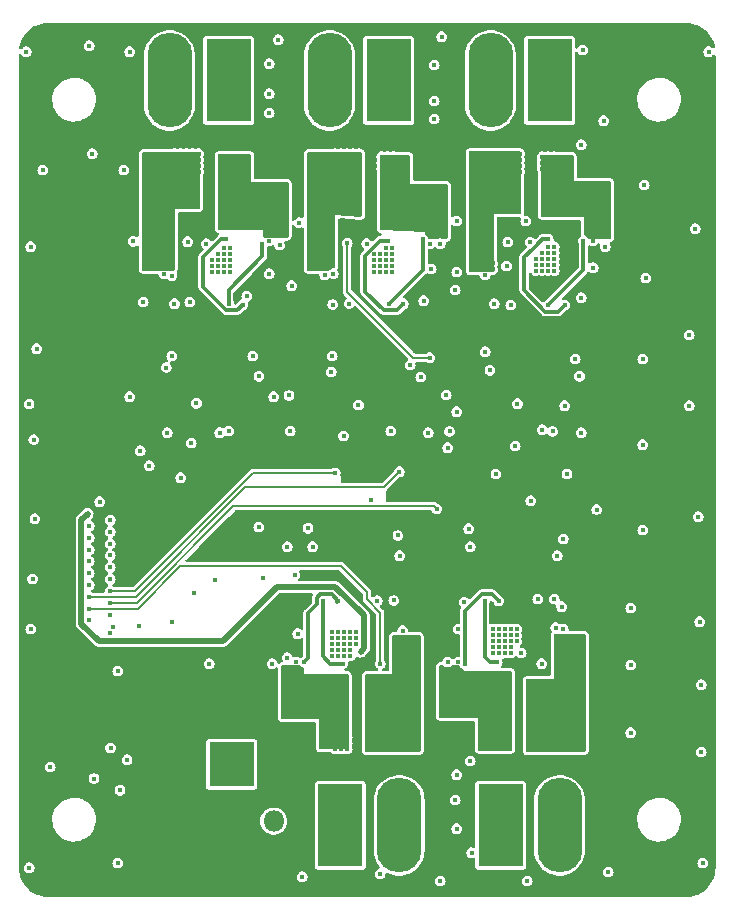
<source format=gbr>
%TF.GenerationSoftware,KiCad,Pcbnew,7.0.11*%
%TF.CreationDate,2025-11-07T14:33:39+09:00*%
%TF.ProjectId,motorDrive,6d6f746f-7244-4726-9976-652e6b696361,rev?*%
%TF.SameCoordinates,Original*%
%TF.FileFunction,Copper,L3,Inr*%
%TF.FilePolarity,Positive*%
%FSLAX46Y46*%
G04 Gerber Fmt 4.6, Leading zero omitted, Abs format (unit mm)*
G04 Created by KiCad (PCBNEW 7.0.11) date 2025-11-07 14:33:39*
%MOMM*%
%LPD*%
G01*
G04 APERTURE LIST*
%TA.AperFunction,ComponentPad*%
%ADD10R,3.800000X7.000000*%
%TD*%
%TA.AperFunction,ComponentPad*%
%ADD11O,3.800000X8.000000*%
%TD*%
%TA.AperFunction,ComponentPad*%
%ADD12R,1.800000X1.800000*%
%TD*%
%TA.AperFunction,ComponentPad*%
%ADD13O,1.800000X1.800000*%
%TD*%
%TA.AperFunction,ComponentPad*%
%ADD14R,3.800000X3.800000*%
%TD*%
%TA.AperFunction,ComponentPad*%
%ADD15C,3.800000*%
%TD*%
%TA.AperFunction,ViaPad*%
%ADD16C,0.400000*%
%TD*%
%TA.AperFunction,Conductor*%
%ADD17C,0.500000*%
%TD*%
%TA.AperFunction,Conductor*%
%ADD18C,0.300000*%
%TD*%
%TA.AperFunction,Conductor*%
%ADD19C,0.200000*%
%TD*%
G04 APERTURE END LIST*
D10*
%TO.N,/FL_motor/SB*%
%TO.C,J104*%
X135850000Y-44093000D03*
D11*
%TO.N,/FL_motor/OUT_A*%
X130850000Y-44093000D03*
%TD*%
D10*
%TO.N,/ST_motor/SB*%
%TO.C,J103*%
X122301000Y-44093000D03*
D11*
%TO.N,/ST_motor/OUT_A*%
X117301000Y-44093000D03*
%TD*%
D12*
%TO.N,+BATT*%
%TO.C,D101*%
X115951000Y-106807000D03*
D13*
%TO.N,GND*%
X126111000Y-106807000D03*
%TD*%
D14*
%TO.N,GND*%
%TO.C,J101*%
X122555000Y-101981000D03*
D15*
%TO.N,+BATT*%
X117555000Y-101981000D03*
%TD*%
D10*
%TO.N,/RR_motor/SB*%
%TO.C,J107*%
X145328000Y-107164000D03*
D11*
%TO.N,/RR_motor/OUT_A*%
X150328000Y-107164000D03*
%TD*%
D10*
%TO.N,/FR_motor/SB*%
%TO.C,J105*%
X149479000Y-44093000D03*
D11*
%TO.N,/FR_motor/OUT_A*%
X144479000Y-44093000D03*
%TD*%
D10*
%TO.N,/RL_motor/SB*%
%TO.C,J106*%
X131739000Y-107164000D03*
D11*
%TO.N,/RL_motor/OUT_A*%
X136739000Y-107164000D03*
%TD*%
D16*
%TO.N,GND*%
X144653000Y-91567000D03*
X135636000Y-58801000D03*
X141605000Y-102870000D03*
X149860000Y-59690000D03*
X162433000Y-110363000D03*
X131572000Y-91313000D03*
X139700000Y-47371000D03*
X121920000Y-58801000D03*
X133096000Y-91821000D03*
X135128000Y-58801000D03*
X145669000Y-92583000D03*
X122428000Y-59309000D03*
X121412000Y-60325000D03*
X132588000Y-91313000D03*
X148844000Y-73660000D03*
X142240000Y-88265000D03*
X157353000Y-74930000D03*
X132588000Y-91821000D03*
X131064000Y-91313000D03*
X117496981Y-60645862D03*
X112903000Y-94107000D03*
X105400000Y-71500000D03*
X105800000Y-74500000D03*
X135636000Y-58293000D03*
X147574000Y-111887000D03*
X105537000Y-58166000D03*
X139446000Y-60071000D03*
X148336000Y-60198000D03*
X136144000Y-59817000D03*
X131149000Y-60452000D03*
X113100000Y-104200000D03*
X161290000Y-65659000D03*
X141732000Y-90551000D03*
X120904000Y-59817000D03*
X136144000Y-58293000D03*
X137668000Y-68199000D03*
X146177000Y-91059000D03*
X134620000Y-59817000D03*
X119126000Y-74803000D03*
X132588000Y-90805000D03*
X162306000Y-100965000D03*
X147447000Y-56007000D03*
X110744000Y-50292000D03*
X149352000Y-58166000D03*
X135128000Y-111252000D03*
X150495000Y-88646000D03*
X141605000Y-60325000D03*
X151638000Y-67691000D03*
X146685000Y-90551000D03*
X144018000Y-67056000D03*
X150749000Y-71628000D03*
X146558000Y-75057000D03*
X136779000Y-84328000D03*
X140843000Y-93345000D03*
X145669000Y-91059000D03*
X141605000Y-107442000D03*
X131572000Y-91821000D03*
X121539000Y-73914000D03*
X135128000Y-60325000D03*
X121412000Y-58801000D03*
X134620000Y-60325000D03*
X126619000Y-58039000D03*
X127889000Y-85979000D03*
X124841000Y-81915000D03*
X125730000Y-42672000D03*
X112300000Y-100600000D03*
X132588000Y-92329000D03*
X127254000Y-92964000D03*
X132031868Y-74187950D03*
X128143000Y-90932000D03*
X133096000Y-90805000D03*
X121920000Y-59817000D03*
X105537000Y-90551000D03*
X122428000Y-58293000D03*
X110490000Y-41148000D03*
X139700000Y-45847000D03*
X106553000Y-51689000D03*
X162941000Y-41656000D03*
X156337000Y-88773000D03*
X145838000Y-59817000D03*
X135636000Y-59309000D03*
X148844000Y-59690000D03*
X142875000Y-109474000D03*
X135128000Y-59309000D03*
X148844000Y-58674000D03*
X124333000Y-67437000D03*
X148844000Y-60198000D03*
X156337000Y-99314000D03*
X110900000Y-103200000D03*
X141478000Y-61849000D03*
X144653000Y-91059000D03*
X149352000Y-59182000D03*
X113700000Y-101600000D03*
X145669000Y-91567000D03*
X146685000Y-91059000D03*
X162306000Y-95250000D03*
X152146000Y-73914000D03*
X136144000Y-60325000D03*
X149352000Y-60198000D03*
X131064000Y-92837000D03*
X125730000Y-60452000D03*
X133096000Y-91313000D03*
X144653000Y-92075000D03*
X135636000Y-59817000D03*
X153162000Y-59944000D03*
X135636000Y-60325000D03*
X157480000Y-52959000D03*
X132080000Y-92837000D03*
X157353000Y-67691000D03*
X121412000Y-59817000D03*
X119380000Y-87503000D03*
X149860000Y-58674000D03*
X135128000Y-59817000D03*
X131064000Y-92329000D03*
X140208000Y-57912000D03*
X128270000Y-56134000D03*
X136144000Y-58801000D03*
X157353000Y-82169000D03*
X112903000Y-110363000D03*
X105410000Y-110744000D03*
X106045000Y-66802000D03*
X105156000Y-41656000D03*
X126111000Y-70866000D03*
X149987000Y-90424000D03*
X118237000Y-77724000D03*
X146685000Y-91567000D03*
X144653000Y-90551000D03*
X122428000Y-58801000D03*
X145669000Y-92075000D03*
X152146000Y-49530000D03*
X136144000Y-59309000D03*
X125730000Y-45212000D03*
X145161000Y-92075000D03*
X149352000Y-58674000D03*
X154051000Y-47498000D03*
X156337000Y-93599000D03*
X126492000Y-40640000D03*
X138811000Y-62738000D03*
X113919000Y-41656000D03*
X149860000Y-59182000D03*
X146177000Y-91567000D03*
X115570000Y-76708000D03*
X121158000Y-86360000D03*
X132588000Y-92837000D03*
X123825000Y-62357000D03*
X131572000Y-92329000D03*
X146177000Y-90551000D03*
X107188000Y-102235000D03*
X148336000Y-59690000D03*
X127635000Y-61468000D03*
X117475000Y-89916000D03*
X122428000Y-59817000D03*
X144653000Y-92583000D03*
X111379000Y-79756000D03*
X162179000Y-89916000D03*
X157607000Y-60833000D03*
X142748000Y-101727000D03*
X117475000Y-67437000D03*
X122428000Y-60325000D03*
X148336000Y-59182000D03*
X140208000Y-111887000D03*
X131064000Y-67437000D03*
X125730000Y-46863000D03*
X121920000Y-59309000D03*
X131572000Y-92837000D03*
X132080000Y-92329000D03*
X149860000Y-60198000D03*
X154432000Y-111125000D03*
X152273000Y-41529000D03*
X105900000Y-81200000D03*
X148844000Y-59182000D03*
X125222000Y-86233000D03*
X162052000Y-81026000D03*
X139700000Y-42799000D03*
X114221380Y-57706380D03*
X121920000Y-58293000D03*
X161798000Y-56642000D03*
X132080000Y-91821000D03*
X134620000Y-58801000D03*
X145161000Y-90551000D03*
X120650000Y-93472000D03*
X145161000Y-92583000D03*
X127254000Y-83566000D03*
X114681000Y-90297000D03*
X121412000Y-59309000D03*
X115062000Y-62865000D03*
X121920000Y-60325000D03*
X146177000Y-92075000D03*
X149860000Y-58166000D03*
X128524000Y-111506000D03*
X161290000Y-71628000D03*
X140335000Y-40386000D03*
X132080000Y-91313000D03*
X141478000Y-105029000D03*
X129413000Y-83566000D03*
X131064000Y-90805000D03*
X140843000Y-75184000D03*
X154178000Y-58166000D03*
X113411000Y-51689000D03*
X120904000Y-60325000D03*
X150114000Y-84328000D03*
X152146000Y-62484000D03*
X139192000Y-73914000D03*
X149352000Y-59690000D03*
X141605000Y-56007000D03*
X131572000Y-90805000D03*
X131064000Y-91821000D03*
X145161000Y-91567000D03*
X105700000Y-86300000D03*
X134620000Y-59309000D03*
X141605000Y-72136000D03*
X145669000Y-90551000D03*
X120904000Y-59309000D03*
X142748000Y-83566000D03*
X145161000Y-91059000D03*
X146177000Y-92583000D03*
X132080000Y-90805000D03*
X125984000Y-93472000D03*
%TO.N,Net-(IC201-V5)*%
X119574120Y-71433062D03*
X124860000Y-69140000D03*
X117018909Y-68401091D03*
%TO.N,/ST_motor/SA*%
X118745000Y-50800000D03*
X118237000Y-50292000D03*
X119761000Y-51308000D03*
X116840000Y-60452000D03*
X119761000Y-50292000D03*
X116332000Y-59944000D03*
X117729000Y-51308000D03*
X117348000Y-59944000D03*
X118237000Y-51816000D03*
X119253000Y-50292000D03*
X118745000Y-51308000D03*
X119253000Y-51308000D03*
X119253000Y-51816000D03*
X117729000Y-50800000D03*
X117729000Y-50292000D03*
X118745000Y-51816000D03*
X116840000Y-59944000D03*
X118237000Y-51308000D03*
X119253000Y-50800000D03*
X116332000Y-59436000D03*
X119761000Y-51816000D03*
X118745000Y-50292000D03*
X117348000Y-59436000D03*
X118237000Y-50800000D03*
X116840000Y-59436000D03*
X119761000Y-50800000D03*
X117729000Y-51816000D03*
%TO.N,/ST_motor/SB*%
X126873000Y-57023000D03*
X122682000Y-51562000D03*
X126365000Y-56515000D03*
X126873000Y-56007000D03*
X126873000Y-56515000D03*
X125857000Y-56515000D03*
X125730000Y-57658000D03*
X121666000Y-51562000D03*
X122682000Y-50546000D03*
X122174000Y-51562000D03*
X122682000Y-51054000D03*
X122174000Y-50546000D03*
X126365000Y-57023000D03*
X121666000Y-51054000D03*
X122174000Y-51054000D03*
X125857000Y-56007000D03*
X126365000Y-56007000D03*
X121666000Y-50546000D03*
X125857000Y-57023000D03*
%TO.N,+BATT*%
X116205000Y-96393000D03*
X117729000Y-96393000D03*
X138430000Y-65659000D03*
X152019000Y-51054000D03*
X117729000Y-96901000D03*
X138811000Y-50800000D03*
X124841000Y-51054000D03*
X138811000Y-51308000D03*
X118745000Y-96901000D03*
X124841000Y-50546000D03*
X124860000Y-65786000D03*
X138303000Y-52324000D03*
X128270000Y-100330000D03*
X153035000Y-51054000D03*
X128778000Y-109982000D03*
X124841000Y-52070000D03*
X138303000Y-51816000D03*
X117080000Y-65470000D03*
X139319000Y-51308000D03*
X118237000Y-96901000D03*
X116205000Y-96901000D03*
X142367000Y-99314000D03*
X116713000Y-96393000D03*
X152019000Y-50546000D03*
X124841000Y-51562000D03*
X149987000Y-85344000D03*
X128270000Y-99314000D03*
X153035000Y-51562000D03*
X114046000Y-94615000D03*
X125349000Y-52070000D03*
X128270000Y-99822000D03*
X142875000Y-100330000D03*
X129286000Y-99822000D03*
X141859000Y-99822000D03*
X142367000Y-100330000D03*
X141859000Y-98806000D03*
X152527000Y-50546000D03*
X125857000Y-51562000D03*
X141859000Y-99314000D03*
X138811000Y-52324000D03*
X125349000Y-50546000D03*
X119253000Y-96393000D03*
X138303000Y-51308000D03*
X130680000Y-65470000D03*
X152527000Y-51054000D03*
X138811000Y-51816000D03*
X128778000Y-99314000D03*
X142367000Y-99822000D03*
X119253000Y-97409000D03*
X116713000Y-96901000D03*
X125857000Y-52070000D03*
X153035000Y-52070000D03*
X139319000Y-52324000D03*
X128778000Y-99822000D03*
X128778000Y-100330000D03*
X139319000Y-51816000D03*
X138303000Y-50800000D03*
X141859000Y-100330000D03*
X142875000Y-98806000D03*
X118237000Y-97409000D03*
X144380000Y-65490000D03*
X136525000Y-85471000D03*
X128778000Y-98806000D03*
X129032000Y-85725000D03*
X152527000Y-51562000D03*
X125857000Y-50546000D03*
X116713000Y-97409000D03*
X117221000Y-96901000D03*
X120396000Y-109855000D03*
X142367000Y-98806000D03*
X129286000Y-98806000D03*
X152527000Y-52070000D03*
X117221000Y-96393000D03*
X118745000Y-96393000D03*
X129286000Y-99314000D03*
X118745000Y-97409000D03*
X125857000Y-51054000D03*
X142621000Y-85344000D03*
X117221000Y-97409000D03*
X116205000Y-97409000D03*
X117729000Y-97409000D03*
X152019000Y-52070000D03*
X125349000Y-51054000D03*
X142875000Y-99822000D03*
X118237000Y-96393000D03*
X152000000Y-65659000D03*
X119253000Y-96901000D03*
X152019000Y-51562000D03*
X125349000Y-51562000D03*
X128270000Y-98806000D03*
X153035000Y-50546000D03*
X139319000Y-50800000D03*
X142875000Y-99314000D03*
X129286000Y-100330000D03*
%TO.N,+3.3V*%
X147828000Y-57785000D03*
X133477000Y-92456000D03*
X110363000Y-80772000D03*
X114808000Y-75438000D03*
X147066000Y-92583000D03*
X133985000Y-57912000D03*
X120396000Y-57912000D03*
%TO.N,Net-(IC301-V5)*%
X133290000Y-71580000D03*
X138557000Y-69215000D03*
X130978409Y-68771591D03*
%TO.N,/FL_motor/SA*%
X133350000Y-50800000D03*
X132334000Y-51308000D03*
X131318000Y-50800000D03*
X129794000Y-59944000D03*
X132842000Y-50800000D03*
X130810000Y-59436000D03*
X132842000Y-51308000D03*
X132842000Y-51816000D03*
X131318000Y-51308000D03*
X133350000Y-50292000D03*
X130810000Y-59944000D03*
X132334000Y-50292000D03*
X131826000Y-51816000D03*
X133350000Y-51308000D03*
X131318000Y-50292000D03*
X133350000Y-51816000D03*
X131826000Y-50800000D03*
X130302000Y-59944000D03*
X132334000Y-51816000D03*
X132842000Y-50292000D03*
X131318000Y-51816000D03*
X130302000Y-59436000D03*
X132334000Y-50800000D03*
X131826000Y-50292000D03*
X130429000Y-60579000D03*
X129794000Y-59436000D03*
X131826000Y-51308000D03*
%TO.N,/FL_motor/SB*%
X135255000Y-51054000D03*
X136271000Y-50546000D03*
X140462000Y-56896000D03*
X140462000Y-55880000D03*
X136271000Y-51562000D03*
X139954000Y-56896000D03*
X139446000Y-56896000D03*
X135763000Y-51562000D03*
X139446000Y-56388000D03*
X136271000Y-51054000D03*
X139954000Y-55880000D03*
X139954000Y-56388000D03*
X135763000Y-50546000D03*
X139446000Y-55880000D03*
X139319000Y-57912000D03*
X135255000Y-50546000D03*
X135255000Y-51562000D03*
X135763000Y-51054000D03*
X140462000Y-56388000D03*
%TO.N,Net-(IC401-V5)*%
X152000000Y-69140000D03*
X144422909Y-68627091D03*
X146753000Y-71458476D03*
%TO.N,/FR_motor/SA*%
X143637000Y-59563000D03*
X144145000Y-60071000D03*
X144018000Y-60579000D03*
X144653000Y-59563000D03*
X144653000Y-60071000D03*
X146431000Y-51816000D03*
X145415000Y-51308000D03*
X145415000Y-50800000D03*
X146431000Y-50800000D03*
X146939000Y-50292000D03*
X146939000Y-51816000D03*
X146939000Y-50800000D03*
X144907000Y-51308000D03*
X144907000Y-50800000D03*
X145415000Y-51816000D03*
X145923000Y-50800000D03*
X145923000Y-51308000D03*
X144907000Y-51816000D03*
X145923000Y-51816000D03*
X146431000Y-51308000D03*
X145923000Y-50292000D03*
X146939000Y-51308000D03*
X143637000Y-60071000D03*
X144145000Y-59563000D03*
X145415000Y-50292000D03*
X144907000Y-50292000D03*
X146431000Y-50292000D03*
%TO.N,/FR_motor/SB*%
X153162000Y-57658000D03*
X153035000Y-56134000D03*
X154051000Y-56134000D03*
X149352000Y-50546000D03*
X149860000Y-51562000D03*
X149352000Y-51054000D03*
X153543000Y-56642000D03*
X154051000Y-57150000D03*
X148844000Y-51054000D03*
X153035000Y-57150000D03*
X153543000Y-56134000D03*
X153543000Y-57150000D03*
X148844000Y-51562000D03*
X149860000Y-50546000D03*
X148844000Y-50546000D03*
X154051000Y-56642000D03*
X153035000Y-56642000D03*
X149352000Y-51562000D03*
X149860000Y-51054000D03*
%TO.N,Net-(IC501-V5)*%
X134365409Y-79605409D03*
X136630000Y-82620000D03*
X129020000Y-82010000D03*
%TO.N,/RL_motor/SA*%
X136144000Y-100584000D03*
X136525000Y-91313000D03*
X135636000Y-100076000D03*
X136144000Y-99060000D03*
X137033000Y-91821000D03*
X137033000Y-90678000D03*
X135636000Y-99568000D03*
X134112000Y-99060000D03*
X134620000Y-99568000D03*
X136144000Y-100076000D03*
X134620000Y-99060000D03*
X136144000Y-99568000D03*
X135636000Y-100584000D03*
X137541000Y-91821000D03*
X135128000Y-100076000D03*
X134620000Y-100076000D03*
X134620000Y-100584000D03*
X137541000Y-91313000D03*
X137033000Y-91313000D03*
X135128000Y-100584000D03*
X135128000Y-99060000D03*
X134112000Y-100584000D03*
X136525000Y-91821000D03*
X135128000Y-99568000D03*
X134112000Y-100076000D03*
X135636000Y-99060000D03*
X134112000Y-99568000D03*
%TO.N,/RL_motor/SB*%
X131826000Y-99695000D03*
X128143000Y-94742000D03*
X131318000Y-99695000D03*
X132334000Y-100203000D03*
X128143000Y-95250000D03*
X131826000Y-100711000D03*
X127635000Y-95250000D03*
X131826000Y-100203000D03*
X127127000Y-94742000D03*
X131318000Y-100711000D03*
X132334000Y-99695000D03*
X132334000Y-100711000D03*
X127635000Y-94742000D03*
X128143000Y-94234000D03*
X131318000Y-100203000D03*
X127127000Y-94234000D03*
X127635000Y-94234000D03*
X127127000Y-95250000D03*
X128016000Y-93345000D03*
%TO.N,Net-(IC601-V5)*%
X150633591Y-82919409D03*
X147887950Y-79671868D03*
X142621000Y-82042000D03*
%TO.N,/RR_motor/SA*%
X150241000Y-91313000D03*
X147701000Y-99568000D03*
X148209000Y-99568000D03*
X149733000Y-99060000D03*
X149225000Y-100584000D03*
X149733000Y-100584000D03*
X150241000Y-91821000D03*
X148209000Y-100076000D03*
X148717000Y-100076000D03*
X148717000Y-99060000D03*
X149733000Y-100076000D03*
X149733000Y-99568000D03*
X151257000Y-91821000D03*
X147701000Y-100076000D03*
X151257000Y-91313000D03*
X148209000Y-99060000D03*
X148717000Y-99568000D03*
X150749000Y-91821000D03*
X150749000Y-91313000D03*
X148209000Y-100584000D03*
X147701000Y-100584000D03*
X148717000Y-100584000D03*
X149225000Y-100076000D03*
X149225000Y-99568000D03*
X149225000Y-99060000D03*
X150622000Y-90551000D03*
X147701000Y-99060000D03*
%TO.N,/RR_motor/SB*%
X145542000Y-100584000D03*
X145034000Y-100076000D03*
X141224000Y-95377000D03*
X145034000Y-99568000D03*
X141224000Y-94361000D03*
X146050000Y-99568000D03*
X141224000Y-94869000D03*
X141732000Y-94869000D03*
X146050000Y-100076000D03*
X141732000Y-95377000D03*
X145034000Y-100584000D03*
X141732000Y-93345000D03*
X146050000Y-100584000D03*
X140716000Y-94869000D03*
X145542000Y-99568000D03*
X140716000Y-94361000D03*
X145542000Y-100076000D03*
X140716000Y-95377000D03*
X141732000Y-94361000D03*
%TO.N,/ST_motor/GLB*%
X122047000Y-57531000D03*
X123474246Y-63087735D03*
%TO.N,/ST_motor/GHB*%
X122301000Y-62992000D03*
X125152000Y-57912000D03*
%TO.N,/ST_motor/GHA*%
X118999000Y-62865000D03*
%TO.N,/ST_motor/GLA*%
X117714591Y-63006409D03*
%TO.N,/ST_SR*%
X117094000Y-73914000D03*
X110490000Y-81810000D03*
%TO.N,/ST_PWM*%
X122301000Y-73787000D03*
X112280000Y-82310000D03*
%TO.N,/ST_CS*%
X118834686Y-57741067D03*
X110490000Y-82810000D03*
%TO.N,/FL_motor/GLB*%
X135763000Y-57658000D03*
X137088000Y-62992000D03*
%TO.N,/FL_motor/GHB*%
X135890000Y-62992000D03*
X138741000Y-57531000D03*
%TO.N,/FL_motor/GHA*%
X132492557Y-62982920D03*
%TO.N,/FL_motor/GLA*%
X131117091Y-63065909D03*
%TO.N,/FL_PHESE*%
X127411377Y-70764000D03*
X112280000Y-83310000D03*
%TO.N,/FL_SR*%
X127508000Y-73787000D03*
X110490000Y-83820000D03*
%TO.N,/FL_CS*%
X110490000Y-84810000D03*
X132334536Y-57869239D03*
X139319000Y-67564000D03*
%TO.N,/FR_motor/GLB*%
X149352000Y-57531000D03*
X150749000Y-63119000D03*
%TO.N,/FR_motor/GHB*%
X149352000Y-63119000D03*
X152330000Y-57658000D03*
%TO.N,/FR_motor/GHA*%
X146177000Y-63119000D03*
%TO.N,/FR_motor/GLA*%
X144780000Y-62992000D03*
%TO.N,/FR_PHESE*%
X112280000Y-85310000D03*
X140716000Y-70739000D03*
%TO.N,/FR_SR*%
X110490000Y-85810000D03*
X141000377Y-73812000D03*
%TO.N,/FR_CS*%
X145923000Y-57785000D03*
X110490000Y-86810000D03*
%TO.N,/RL_motor/GLB*%
X130302000Y-88138000D03*
X131953000Y-93472000D03*
%TO.N,/RL_motor/GHB*%
X131572000Y-88138000D03*
X128721000Y-93345000D03*
%TO.N,/RL_motor/GHA*%
X134874000Y-88138000D03*
%TO.N,/RL_motor/GLA*%
X136285409Y-88123591D03*
%TO.N,/RL_PHESE*%
X139920000Y-80366000D03*
X112280000Y-88310000D03*
%TO.N,/RL_SR*%
X136745909Y-77224909D03*
X110490000Y-87810000D03*
%TO.N,/RL_CS*%
X110490000Y-88810000D03*
X135128000Y-93472000D03*
%TO.N,/RR_motor/GLB*%
X145034000Y-93345000D03*
X143963000Y-88138000D03*
%TO.N,/RR_motor/GHB*%
X142310796Y-93522325D03*
X145161000Y-88138000D03*
%TO.N,/RR_motor/GHA*%
X148463000Y-88011000D03*
%TO.N,/RR_motor/GLA*%
X149860000Y-88011000D03*
%TO.N,/RR_PHESE*%
X112546201Y-90356027D03*
X153460000Y-80430000D03*
%TO.N,/RR_SR*%
X150946000Y-77418000D03*
X110490000Y-89810000D03*
%TO.N,/RR_CS*%
X148802000Y-93472000D03*
X112293339Y-90900145D03*
%TO.N,/ST_PHESE*%
X113919000Y-70866000D03*
X112280000Y-81310000D03*
%TO.N,/FL_PWM*%
X136017000Y-73787000D03*
X112280000Y-84310000D03*
%TO.N,/FR_PWM*%
X112280000Y-86310000D03*
X149733000Y-73812000D03*
%TO.N,/RL_PWM*%
X112280000Y-87310000D03*
X131318000Y-77318000D03*
%TO.N,/RR_PWM*%
X144930000Y-77420000D03*
X112280000Y-89360000D03*
%TD*%
D17*
%TO.N,+3.3V*%
X126355145Y-86988000D02*
X131341239Y-86988000D01*
X109840000Y-81295000D02*
X109840000Y-90079239D01*
X121793000Y-91550145D02*
X126355145Y-86988000D01*
X131341239Y-86988000D02*
X133746000Y-89392761D01*
X109840000Y-90079239D02*
X111310906Y-91550145D01*
X133746000Y-89392761D02*
X133746000Y-92187000D01*
X110363000Y-80772000D02*
X109840000Y-81295000D01*
X111310906Y-91550145D02*
X121793000Y-91550145D01*
X133746000Y-92187000D02*
X133477000Y-92456000D01*
D18*
%TO.N,/ST_motor/GLB*%
X123474246Y-63087735D02*
X123019981Y-63542000D01*
X121666000Y-57531000D02*
X122047000Y-57531000D01*
X120819000Y-58393818D02*
X120819000Y-58378000D01*
X120142000Y-59055000D02*
X120481000Y-58716000D01*
X120496818Y-58716000D02*
X120819000Y-58393818D01*
X122073182Y-63542000D02*
X120142000Y-61610818D01*
X120481000Y-58716000D02*
X120496818Y-58716000D01*
X120819000Y-58378000D02*
X121666000Y-57531000D01*
X123019981Y-63542000D02*
X122073182Y-63542000D01*
X120142000Y-61610818D02*
X120142000Y-59055000D01*
%TO.N,/ST_motor/GHB*%
X125152000Y-58998000D02*
X122301000Y-61849000D01*
X125152000Y-57912000D02*
X125152000Y-58998000D01*
X122301000Y-61849000D02*
X122301000Y-62992000D01*
%TO.N,/FL_motor/GLB*%
X133858000Y-61976000D02*
X133858000Y-58928000D01*
X136538000Y-63542000D02*
X135424000Y-63542000D01*
X133858000Y-58928000D02*
X135128000Y-57658000D01*
X137088000Y-62992000D02*
X136538000Y-63542000D01*
X135128000Y-57658000D02*
X135763000Y-57658000D01*
X135424000Y-63542000D02*
X133858000Y-61976000D01*
%TO.N,/FL_motor/GHB*%
X138741000Y-60141000D02*
X135890000Y-62992000D01*
X138741000Y-57531000D02*
X138741000Y-60141000D01*
D19*
%TO.N,/FL_CS*%
X139319000Y-67564000D02*
X137922000Y-67564000D01*
X137922000Y-67564000D02*
X132334536Y-61976536D01*
X132334536Y-61976536D02*
X132334536Y-57869239D01*
D18*
%TO.N,/FR_motor/GLB*%
X148378000Y-58012818D02*
X148055818Y-58335000D01*
X150199000Y-63669000D02*
X150749000Y-63119000D01*
X148378000Y-57997000D02*
X148378000Y-58012818D01*
X149352000Y-57531000D02*
X148844000Y-57531000D01*
X148040000Y-58335000D02*
X147320000Y-59055000D01*
X148055818Y-58335000D02*
X148040000Y-58335000D01*
X147320000Y-61864818D02*
X149124182Y-63669000D01*
X147320000Y-59055000D02*
X147320000Y-61864818D01*
X149124182Y-63669000D02*
X150199000Y-63669000D01*
X148844000Y-57531000D02*
X148378000Y-57997000D01*
%TO.N,/FR_motor/GHB*%
X152330000Y-57658000D02*
X152330000Y-60141000D01*
X152330000Y-60141000D02*
X149352000Y-63119000D01*
%TO.N,/RL_motor/GLB*%
X130302000Y-92852818D02*
X130921182Y-93472000D01*
X130921182Y-93472000D02*
X131953000Y-93472000D01*
X130302000Y-88138000D02*
X130302000Y-92852818D01*
%TO.N,/RL_motor/GHB*%
X129752000Y-87910182D02*
X130074182Y-87588000D01*
X129032000Y-89154000D02*
X129752000Y-88434000D01*
X129752000Y-88434000D02*
X129752000Y-87910182D01*
X131445000Y-88265000D02*
X131572000Y-88138000D01*
X131022000Y-87588000D02*
X131572000Y-88138000D01*
X128721000Y-93345000D02*
X129032000Y-93034000D01*
X130074182Y-87588000D02*
X131022000Y-87588000D01*
X129032000Y-93034000D02*
X129032000Y-89154000D01*
D19*
%TO.N,/RL_PHESE*%
X122700000Y-80140000D02*
X139694000Y-80140000D01*
X114530000Y-88310000D02*
X122700000Y-80140000D01*
X139694000Y-80140000D02*
X139920000Y-80366000D01*
X112280000Y-88310000D02*
X114530000Y-88310000D01*
%TO.N,/RL_SR*%
X110490000Y-87810000D02*
X114464314Y-87810000D01*
X135420818Y-78550000D02*
X136745909Y-77224909D01*
X114464314Y-87810000D02*
X123724314Y-78550000D01*
X123724314Y-78550000D02*
X135420818Y-78550000D01*
%TO.N,/RL_CS*%
X110490000Y-88810000D02*
X110500000Y-88820000D01*
X114595686Y-88810000D02*
X118188686Y-85217000D01*
X133985000Y-87376000D02*
X133985000Y-88011000D01*
X133985000Y-88011000D02*
X135128000Y-89154000D01*
X110490000Y-88810000D02*
X114595686Y-88810000D01*
X131826000Y-85217000D02*
X133985000Y-87376000D01*
X118188686Y-85217000D02*
X131826000Y-85217000D01*
X135128000Y-89154000D02*
X135128000Y-93472000D01*
D18*
%TO.N,/RR_motor/GLB*%
X143963000Y-92909000D02*
X143963000Y-88138000D01*
X145034000Y-93345000D02*
X144399000Y-93345000D01*
X144399000Y-93345000D02*
X143963000Y-92909000D01*
%TO.N,/RR_motor/GHB*%
X144611000Y-87588000D02*
X145161000Y-88138000D01*
X142310796Y-93522325D02*
X142310796Y-89012386D01*
X143735182Y-87588000D02*
X144611000Y-87588000D01*
X142310796Y-89012386D02*
X143735182Y-87588000D01*
D19*
%TO.N,/RL_PWM*%
X112280000Y-87310000D02*
X114398628Y-87310000D01*
X124390628Y-77318000D02*
X131318000Y-77318000D01*
X114398628Y-87310000D02*
X124390628Y-77318000D01*
%TD*%
%TA.AperFunction,Conductor*%
%TO.N,/ST_motor/SA*%
G36*
X119831039Y-50184685D02*
G01*
X119876794Y-50237489D01*
X119888000Y-50289000D01*
X119888000Y-54867000D01*
X119868315Y-54934039D01*
X119815511Y-54979794D01*
X119764000Y-54991000D01*
X117729000Y-54991000D01*
X117729000Y-60074000D01*
X117709315Y-60141039D01*
X117656511Y-60186794D01*
X117605000Y-60198000D01*
X117588567Y-60198000D01*
X117570705Y-60195430D01*
X117570534Y-60196624D01*
X117561756Y-60195362D01*
X117561753Y-60195362D01*
X117432209Y-60195362D01*
X117432206Y-60195362D01*
X117423428Y-60196624D01*
X117423256Y-60195430D01*
X117405395Y-60198000D01*
X115059000Y-60198000D01*
X114991961Y-60178315D01*
X114946206Y-60125511D01*
X114935000Y-60074000D01*
X114935000Y-50289000D01*
X114954685Y-50221961D01*
X115007489Y-50176206D01*
X115059000Y-50165000D01*
X119764000Y-50165000D01*
X119831039Y-50184685D01*
G37*
%TD.AperFunction*%
%TD*%
%TA.AperFunction,Conductor*%
%TO.N,/FL_motor/SB*%
G36*
X137611039Y-50438685D02*
G01*
X137656794Y-50491489D01*
X137668000Y-50543000D01*
X137668000Y-52832000D01*
X140719000Y-52832000D01*
X140786039Y-52851685D01*
X140831794Y-52904489D01*
X140843000Y-52956000D01*
X140843000Y-57407000D01*
X140823315Y-57474039D01*
X140770511Y-57519794D01*
X140719000Y-57531000D01*
X140484834Y-57531000D01*
X140417795Y-57511316D01*
X140397069Y-57497996D01*
X140397067Y-57497995D01*
X140397065Y-57497994D01*
X140397066Y-57497994D01*
X140272774Y-57461500D01*
X140272772Y-57461500D01*
X140143228Y-57461500D01*
X140143226Y-57461500D01*
X140018933Y-57497994D01*
X140003502Y-57507911D01*
X139998207Y-57511315D01*
X139998205Y-57511316D01*
X139931166Y-57531000D01*
X139303580Y-57531000D01*
X139236541Y-57511315D01*
X139190786Y-57458511D01*
X139180842Y-57424647D01*
X139177697Y-57402774D01*
X139137170Y-57314033D01*
X139123882Y-57284937D01*
X139039049Y-57187033D01*
X138994959Y-57158698D01*
X138949205Y-57105893D01*
X138938000Y-57054383D01*
X138938000Y-56896000D01*
X135247869Y-56772995D01*
X135181522Y-56751088D01*
X135137552Y-56696789D01*
X135128000Y-56649064D01*
X135128000Y-50543000D01*
X135147685Y-50475961D01*
X135200489Y-50430206D01*
X135252000Y-50419000D01*
X137544000Y-50419000D01*
X137611039Y-50438685D01*
G37*
%TD.AperFunction*%
%TD*%
%TA.AperFunction,Conductor*%
%TO.N,/FR_motor/SA*%
G36*
X147009039Y-50057685D02*
G01*
X147054794Y-50110489D01*
X147066000Y-50162000D01*
X147066000Y-55248000D01*
X147046315Y-55315039D01*
X146993511Y-55360794D01*
X146942000Y-55372000D01*
X144780000Y-55372000D01*
X144780000Y-60201000D01*
X144760315Y-60268039D01*
X144707511Y-60313794D01*
X144656000Y-60325000D01*
X142745000Y-60325000D01*
X142677961Y-60305315D01*
X142632206Y-60252511D01*
X142621000Y-60201000D01*
X142621000Y-50162000D01*
X142640685Y-50094961D01*
X142693489Y-50049206D01*
X142745000Y-50038000D01*
X146942000Y-50038000D01*
X147009039Y-50057685D01*
G37*
%TD.AperFunction*%
%TD*%
%TA.AperFunction,Conductor*%
%TO.N,/RR_motor/SA*%
G36*
X152470039Y-90951685D02*
G01*
X152515794Y-91004489D01*
X152527000Y-91056000D01*
X152527000Y-100841000D01*
X152507315Y-100908039D01*
X152454511Y-100953794D01*
X152403000Y-100965000D01*
X147571000Y-100965000D01*
X147503961Y-100945315D01*
X147458206Y-100892511D01*
X147447000Y-100841000D01*
X147447000Y-94866000D01*
X147466685Y-94798961D01*
X147519489Y-94753206D01*
X147571000Y-94742000D01*
X149860000Y-94742000D01*
X149860000Y-91056000D01*
X149879685Y-90988961D01*
X149932489Y-90943206D01*
X149984000Y-90932000D01*
X152403000Y-90932000D01*
X152470039Y-90951685D01*
G37*
%TD.AperFunction*%
%TD*%
%TA.AperFunction,Conductor*%
%TO.N,/ST_motor/SB*%
G36*
X124149039Y-50311685D02*
G01*
X124194794Y-50364489D01*
X124206000Y-50416000D01*
X124206000Y-52705000D01*
X127257000Y-52705000D01*
X127324039Y-52724685D01*
X127369794Y-52777489D01*
X127381000Y-52829000D01*
X127381000Y-57280000D01*
X127361315Y-57347039D01*
X127308511Y-57392794D01*
X127257000Y-57404000D01*
X125346000Y-57404000D01*
X125278961Y-57384315D01*
X125233206Y-57331511D01*
X125222000Y-57280000D01*
X125222000Y-56769000D01*
X121536000Y-56769000D01*
X121468961Y-56749315D01*
X121423206Y-56696511D01*
X121412000Y-56645000D01*
X121412000Y-50416000D01*
X121431685Y-50348961D01*
X121484489Y-50303206D01*
X121536000Y-50292000D01*
X124082000Y-50292000D01*
X124149039Y-50311685D01*
G37*
%TD.AperFunction*%
%TD*%
%TA.AperFunction,Conductor*%
%TO.N,/RR_motor/SB*%
G36*
X140477405Y-93618685D02*
G01*
X140504080Y-93641799D01*
X140544948Y-93688965D01*
X140544950Y-93688966D01*
X140544951Y-93688967D01*
X140653931Y-93759004D01*
X140685891Y-93768388D01*
X140778225Y-93795499D01*
X140778227Y-93795500D01*
X140778228Y-93795500D01*
X140907773Y-93795500D01*
X140907773Y-93795499D01*
X141032069Y-93759004D01*
X141141049Y-93688967D01*
X141154841Y-93673050D01*
X141181920Y-93641799D01*
X141240697Y-93604023D01*
X141275634Y-93599000D01*
X141770867Y-93599000D01*
X141837906Y-93618685D01*
X141883660Y-93671487D01*
X141927914Y-93768388D01*
X142012747Y-93866292D01*
X142121727Y-93936329D01*
X142150933Y-93944904D01*
X142209710Y-93982675D01*
X142238737Y-94046230D01*
X142240000Y-94063881D01*
X142240000Y-94107000D01*
X146180000Y-94107000D01*
X146247039Y-94126685D01*
X146292794Y-94179489D01*
X146304000Y-94231000D01*
X146304000Y-100714000D01*
X146284315Y-100781039D01*
X146231511Y-100826794D01*
X146180000Y-100838000D01*
X143507000Y-100838000D01*
X143439961Y-100818315D01*
X143394206Y-100765511D01*
X143383000Y-100714000D01*
X143383000Y-98044000D01*
X140205000Y-98044000D01*
X140137961Y-98024315D01*
X140092206Y-97971511D01*
X140081000Y-97920000D01*
X140081000Y-93723000D01*
X140100685Y-93655961D01*
X140153489Y-93610206D01*
X140205000Y-93599000D01*
X140410366Y-93599000D01*
X140477405Y-93618685D01*
G37*
%TD.AperFunction*%
%TD*%
%TA.AperFunction,Conductor*%
%TO.N,/RL_motor/SA*%
G36*
X138500039Y-91078685D02*
G01*
X138545794Y-91131489D01*
X138557000Y-91183000D01*
X138557000Y-100841000D01*
X138537315Y-100908039D01*
X138484511Y-100953794D01*
X138433000Y-100965000D01*
X133982000Y-100965000D01*
X133914961Y-100945315D01*
X133869206Y-100892511D01*
X133858000Y-100841000D01*
X133858000Y-94485000D01*
X133877685Y-94417961D01*
X133930489Y-94372206D01*
X133982000Y-94361000D01*
X136144000Y-94361000D01*
X136144000Y-91183000D01*
X136163685Y-91115961D01*
X136216489Y-91070206D01*
X136268000Y-91059000D01*
X138433000Y-91059000D01*
X138500039Y-91078685D01*
G37*
%TD.AperFunction*%
%TD*%
%TA.AperFunction,Conductor*%
%TO.N,/FL_motor/SA*%
G36*
X133547039Y-50184685D02*
G01*
X133592794Y-50237489D01*
X133604000Y-50289000D01*
X133604000Y-55494919D01*
X133584315Y-55561958D01*
X133531511Y-55607713D01*
X133473122Y-55618728D01*
X131318000Y-55498999D01*
X131318000Y-59877500D01*
X131298315Y-59944539D01*
X131245511Y-59990294D01*
X131194000Y-60001500D01*
X131084226Y-60001500D01*
X130959935Y-60037994D01*
X130959932Y-60037995D01*
X130959931Y-60037996D01*
X130918435Y-60064663D01*
X130850948Y-60108034D01*
X130810080Y-60155201D01*
X130751303Y-60192977D01*
X130716366Y-60198000D01*
X129029000Y-60198000D01*
X128961961Y-60178315D01*
X128916206Y-60125511D01*
X128905000Y-60074000D01*
X128905000Y-50289000D01*
X128924685Y-50221961D01*
X128977489Y-50176206D01*
X129029000Y-50165000D01*
X133480000Y-50165000D01*
X133547039Y-50184685D01*
G37*
%TD.AperFunction*%
%TD*%
%TA.AperFunction,Conductor*%
%TO.N,/RL_motor/SB*%
G36*
X128355405Y-93618685D02*
G01*
X128382080Y-93641799D01*
X128422948Y-93688965D01*
X128422950Y-93688966D01*
X128422951Y-93688967D01*
X128531931Y-93759004D01*
X128561934Y-93767813D01*
X128620711Y-93805585D01*
X128649737Y-93869140D01*
X128651000Y-93886790D01*
X128651000Y-94361000D01*
X132337000Y-94361000D01*
X132404039Y-94380685D01*
X132449794Y-94433489D01*
X132461000Y-94485000D01*
X132461000Y-100587000D01*
X132441315Y-100654039D01*
X132388511Y-100699794D01*
X132337000Y-100711000D01*
X130045000Y-100711000D01*
X129977961Y-100691315D01*
X129932206Y-100638511D01*
X129921000Y-100587000D01*
X129921000Y-98171000D01*
X126870000Y-98171000D01*
X126802961Y-98151315D01*
X126757206Y-98098511D01*
X126746000Y-98047000D01*
X126746000Y-93723000D01*
X126765685Y-93655961D01*
X126818489Y-93610206D01*
X126870000Y-93599000D01*
X128288366Y-93599000D01*
X128355405Y-93618685D01*
G37*
%TD.AperFunction*%
%TD*%
%TA.AperFunction,Conductor*%
%TO.N,/FR_motor/SB*%
G36*
X151454039Y-50438685D02*
G01*
X151499794Y-50491489D01*
X151511000Y-50543000D01*
X151511000Y-52197000D01*
X151511000Y-52578000D01*
X154562000Y-52578000D01*
X154629039Y-52597685D01*
X154674794Y-52650489D01*
X154686000Y-52702000D01*
X154686000Y-57407000D01*
X154666315Y-57474039D01*
X154613511Y-57519794D01*
X154562000Y-57531000D01*
X152846946Y-57531000D01*
X152779907Y-57511315D01*
X152734152Y-57458511D01*
X152712884Y-57411940D01*
X152712882Y-57411938D01*
X152712882Y-57411937D01*
X152628049Y-57314033D01*
X152519069Y-57243996D01*
X152519065Y-57243994D01*
X152519064Y-57243994D01*
X152489066Y-57235186D01*
X152430288Y-57197413D01*
X152401262Y-57133857D01*
X152400000Y-57116209D01*
X152400000Y-55626000D01*
X148841000Y-55626000D01*
X148773961Y-55606315D01*
X148728206Y-55553511D01*
X148717000Y-55502000D01*
X148717000Y-50543000D01*
X148736685Y-50475961D01*
X148789489Y-50430206D01*
X148841000Y-50419000D01*
X151387000Y-50419000D01*
X151454039Y-50438685D01*
G37*
%TD.AperFunction*%
%TD*%
%TA.AperFunction,Conductor*%
%TO.N,+BATT*%
G36*
X161025052Y-39222045D02*
G01*
X161315112Y-39239593D01*
X161329972Y-39241397D01*
X161612117Y-39293104D01*
X161626630Y-39296681D01*
X161900490Y-39382023D01*
X161914479Y-39387329D01*
X162176048Y-39505052D01*
X162189293Y-39512004D01*
X162390349Y-39633549D01*
X162434760Y-39660397D01*
X162447083Y-39668903D01*
X162672867Y-39845795D01*
X162684075Y-39855724D01*
X162886900Y-40058552D01*
X162896823Y-40069753D01*
X163073719Y-40295548D01*
X163082220Y-40307864D01*
X163230605Y-40553327D01*
X163237564Y-40566586D01*
X163355279Y-40828144D01*
X163360588Y-40842144D01*
X163445922Y-41115993D01*
X163449506Y-41130533D01*
X163466219Y-41221738D01*
X163458940Y-41291227D01*
X163415248Y-41345750D01*
X163349015Y-41367996D01*
X163281269Y-41350902D01*
X163250536Y-41325290D01*
X163239049Y-41312033D01*
X163130069Y-41241996D01*
X163130065Y-41241994D01*
X163130064Y-41241994D01*
X163005774Y-41205500D01*
X163005772Y-41205500D01*
X162876228Y-41205500D01*
X162876226Y-41205500D01*
X162751935Y-41241994D01*
X162751932Y-41241995D01*
X162751931Y-41241996D01*
X162700677Y-41274934D01*
X162642950Y-41312033D01*
X162558118Y-41409937D01*
X162558117Y-41409938D01*
X162504302Y-41527774D01*
X162485867Y-41656000D01*
X162504302Y-41784225D01*
X162544830Y-41872967D01*
X162558118Y-41902063D01*
X162642951Y-41999967D01*
X162751931Y-42070004D01*
X162876225Y-42106499D01*
X162876227Y-42106500D01*
X162876228Y-42106500D01*
X163005773Y-42106500D01*
X163005773Y-42106499D01*
X163130069Y-42070004D01*
X163239049Y-41999967D01*
X163256784Y-41979500D01*
X163303106Y-41926040D01*
X163361883Y-41888264D01*
X163431753Y-41888263D01*
X163490532Y-41926037D01*
X163519558Y-41989592D01*
X163520820Y-42007241D01*
X163520820Y-110717564D01*
X163520594Y-110725052D01*
X163503046Y-111015112D01*
X163501241Y-111029976D01*
X163449537Y-111312110D01*
X163445953Y-111326649D01*
X163360620Y-111600489D01*
X163355310Y-111614490D01*
X163237591Y-111876048D01*
X163230633Y-111889306D01*
X163082242Y-112134773D01*
X163073736Y-112147096D01*
X162896840Y-112372887D01*
X162886910Y-112384095D01*
X162684095Y-112586910D01*
X162672887Y-112596840D01*
X162447096Y-112773736D01*
X162434773Y-112782242D01*
X162189306Y-112930633D01*
X162176048Y-112937591D01*
X161914490Y-113055310D01*
X161900489Y-113060620D01*
X161626649Y-113145953D01*
X161612110Y-113149537D01*
X161329976Y-113201241D01*
X161315112Y-113203046D01*
X161028166Y-113220405D01*
X161025070Y-113220593D01*
X161025053Y-113220594D01*
X161017565Y-113220820D01*
X107094819Y-113220820D01*
X107094803Y-113220819D01*
X107025065Y-113220819D01*
X107017579Y-113220593D01*
X106727518Y-113203050D01*
X106712653Y-113201245D01*
X106430520Y-113149544D01*
X106415986Y-113145962D01*
X106252916Y-113095149D01*
X106142132Y-113060628D01*
X106128132Y-113055318D01*
X105866568Y-112937600D01*
X105853309Y-112930641D01*
X105607842Y-112782253D01*
X105595519Y-112773747D01*
X105369734Y-112596859D01*
X105358525Y-112586930D01*
X105155694Y-112384102D01*
X105145765Y-112372894D01*
X104968870Y-112147106D01*
X104960364Y-112134783D01*
X104811973Y-111889319D01*
X104805017Y-111876066D01*
X104687289Y-111614490D01*
X104681982Y-111600496D01*
X104680570Y-111595966D01*
X104652535Y-111506000D01*
X128068867Y-111506000D01*
X128087302Y-111634225D01*
X128118483Y-111702500D01*
X128141118Y-111752063D01*
X128225951Y-111849967D01*
X128334931Y-111920004D01*
X128459225Y-111956499D01*
X128459227Y-111956500D01*
X128459228Y-111956500D01*
X128588773Y-111956500D01*
X128588773Y-111956499D01*
X128713069Y-111920004D01*
X128764424Y-111887000D01*
X139752867Y-111887000D01*
X139771302Y-112015225D01*
X139825117Y-112133061D01*
X139825118Y-112133063D01*
X139909951Y-112230967D01*
X140018931Y-112301004D01*
X140143225Y-112337499D01*
X140143227Y-112337500D01*
X140143228Y-112337500D01*
X140272773Y-112337500D01*
X140272773Y-112337499D01*
X140397069Y-112301004D01*
X140506049Y-112230967D01*
X140590882Y-112133063D01*
X140644697Y-112015226D01*
X140663133Y-111887000D01*
X147118867Y-111887000D01*
X147137302Y-112015225D01*
X147191117Y-112133061D01*
X147191118Y-112133063D01*
X147275951Y-112230967D01*
X147384931Y-112301004D01*
X147509225Y-112337499D01*
X147509227Y-112337500D01*
X147509228Y-112337500D01*
X147638773Y-112337500D01*
X147638773Y-112337499D01*
X147763069Y-112301004D01*
X147872049Y-112230967D01*
X147956882Y-112133063D01*
X148010697Y-112015226D01*
X148029133Y-111887000D01*
X148010697Y-111758774D01*
X147956882Y-111640937D01*
X147872049Y-111543033D01*
X147763069Y-111472996D01*
X147763065Y-111472994D01*
X147763064Y-111472994D01*
X147638774Y-111436500D01*
X147638772Y-111436500D01*
X147509228Y-111436500D01*
X147509226Y-111436500D01*
X147384935Y-111472994D01*
X147384932Y-111472995D01*
X147384931Y-111472996D01*
X147345926Y-111498063D01*
X147275950Y-111543033D01*
X147191118Y-111640937D01*
X147191117Y-111640938D01*
X147137302Y-111758774D01*
X147118867Y-111887000D01*
X140663133Y-111887000D01*
X140644697Y-111758774D01*
X140590882Y-111640937D01*
X140506049Y-111543033D01*
X140397069Y-111472996D01*
X140397065Y-111472994D01*
X140397064Y-111472994D01*
X140272774Y-111436500D01*
X140272772Y-111436500D01*
X140143228Y-111436500D01*
X140143226Y-111436500D01*
X140018935Y-111472994D01*
X140018932Y-111472995D01*
X140018931Y-111472996D01*
X139979926Y-111498063D01*
X139909950Y-111543033D01*
X139825118Y-111640937D01*
X139825117Y-111640938D01*
X139771302Y-111758774D01*
X139752867Y-111887000D01*
X128764424Y-111887000D01*
X128822049Y-111849967D01*
X128906882Y-111752063D01*
X128960697Y-111634226D01*
X128979133Y-111506000D01*
X128960697Y-111377774D01*
X128906882Y-111259937D01*
X128822049Y-111162033D01*
X128713069Y-111091996D01*
X128713065Y-111091994D01*
X128713064Y-111091994D01*
X128588774Y-111055500D01*
X128588772Y-111055500D01*
X128459228Y-111055500D01*
X128459226Y-111055500D01*
X128334935Y-111091994D01*
X128334932Y-111091995D01*
X128334931Y-111091996D01*
X128285483Y-111123774D01*
X128225950Y-111162033D01*
X128141118Y-111259937D01*
X128141117Y-111259938D01*
X128087302Y-111377774D01*
X128068867Y-111506000D01*
X104652535Y-111506000D01*
X104596646Y-111326649D01*
X104593063Y-111312114D01*
X104593062Y-111312110D01*
X104541357Y-111029976D01*
X104539553Y-111015114D01*
X104538037Y-110990061D01*
X104523152Y-110744000D01*
X104954867Y-110744000D01*
X104973302Y-110872225D01*
X104992609Y-110914500D01*
X105027118Y-110990063D01*
X105111951Y-111087967D01*
X105220931Y-111158004D01*
X105288553Y-111177859D01*
X105345225Y-111194499D01*
X105345227Y-111194500D01*
X105345228Y-111194500D01*
X105474773Y-111194500D01*
X105474773Y-111194499D01*
X105599069Y-111158004D01*
X105708049Y-111087967D01*
X105792882Y-110990063D01*
X105846697Y-110872226D01*
X105865133Y-110744000D01*
X105846697Y-110615774D01*
X105792882Y-110497937D01*
X105708049Y-110400033D01*
X105650424Y-110363000D01*
X112447867Y-110363000D01*
X112466302Y-110491225D01*
X112469368Y-110497938D01*
X112520118Y-110609063D01*
X112604951Y-110706967D01*
X112713931Y-110777004D01*
X112838225Y-110813499D01*
X112838227Y-110813500D01*
X112838228Y-110813500D01*
X112967773Y-110813500D01*
X112967773Y-110813499D01*
X113092069Y-110777004D01*
X113201049Y-110706967D01*
X113216896Y-110688678D01*
X129588500Y-110688678D01*
X129603032Y-110761735D01*
X129603033Y-110761739D01*
X129615925Y-110781033D01*
X129658399Y-110844601D01*
X129731270Y-110893291D01*
X129741260Y-110899966D01*
X129741264Y-110899967D01*
X129814321Y-110914499D01*
X129814324Y-110914500D01*
X129814326Y-110914500D01*
X133663676Y-110914500D01*
X133663677Y-110914499D01*
X133736740Y-110899966D01*
X133819601Y-110844601D01*
X133874966Y-110761740D01*
X133889500Y-110688674D01*
X133889500Y-109337455D01*
X134588500Y-109337455D01*
X134603551Y-109557511D01*
X134603552Y-109557513D01*
X134663404Y-109845543D01*
X134663409Y-109845559D01*
X134761927Y-110122762D01*
X134897278Y-110383977D01*
X134897282Y-110383983D01*
X135069377Y-110627787D01*
X135067840Y-110628871D01*
X135091898Y-110686216D01*
X135079804Y-110755031D01*
X135032426Y-110806383D01*
X135003604Y-110819006D01*
X134938935Y-110837993D01*
X134829950Y-110908033D01*
X134745118Y-111005937D01*
X134745117Y-111005938D01*
X134691302Y-111123774D01*
X134672867Y-111252000D01*
X134691302Y-111380225D01*
X134731830Y-111468967D01*
X134745118Y-111498063D01*
X134829951Y-111595967D01*
X134938931Y-111666004D01*
X135063225Y-111702499D01*
X135063227Y-111702500D01*
X135063228Y-111702500D01*
X135192773Y-111702500D01*
X135192773Y-111702499D01*
X135317069Y-111666004D01*
X135426049Y-111595967D01*
X135510882Y-111498063D01*
X135564697Y-111380226D01*
X135579695Y-111275907D01*
X135608720Y-111212353D01*
X135667497Y-111174578D01*
X135737367Y-111174578D01*
X135751834Y-111179820D01*
X136017159Y-111295067D01*
X136300445Y-111374440D01*
X136556681Y-111409659D01*
X136591901Y-111414500D01*
X136591902Y-111414500D01*
X136886099Y-111414500D01*
X136917520Y-111410180D01*
X137177555Y-111374440D01*
X137460841Y-111295067D01*
X137730682Y-111177859D01*
X137982049Y-111024999D01*
X138210260Y-110839335D01*
X138411065Y-110624326D01*
X138580722Y-110383976D01*
X138716072Y-110122764D01*
X138814592Y-109845554D01*
X138814592Y-109845549D01*
X138814595Y-109845543D01*
X138865156Y-109602225D01*
X138874448Y-109557511D01*
X138880160Y-109474000D01*
X142419867Y-109474000D01*
X142438302Y-109602225D01*
X142492117Y-109720061D01*
X142492118Y-109720063D01*
X142576951Y-109817967D01*
X142685931Y-109888004D01*
X142769359Y-109912500D01*
X142810225Y-109924499D01*
X142810227Y-109924500D01*
X142810228Y-109924500D01*
X142939773Y-109924500D01*
X142939773Y-109924499D01*
X142980641Y-109912500D01*
X143018566Y-109901365D01*
X143088435Y-109901365D01*
X143147213Y-109939140D01*
X143176238Y-110002696D01*
X143177500Y-110020342D01*
X143177500Y-110688678D01*
X143192032Y-110761735D01*
X143192033Y-110761739D01*
X143204925Y-110781033D01*
X143247399Y-110844601D01*
X143320270Y-110893291D01*
X143330260Y-110899966D01*
X143330264Y-110899967D01*
X143403321Y-110914499D01*
X143403324Y-110914500D01*
X143403326Y-110914500D01*
X147252676Y-110914500D01*
X147252677Y-110914499D01*
X147325740Y-110899966D01*
X147408601Y-110844601D01*
X147463966Y-110761740D01*
X147478500Y-110688674D01*
X147478500Y-109337455D01*
X148177500Y-109337455D01*
X148192551Y-109557511D01*
X148192552Y-109557513D01*
X148252404Y-109845543D01*
X148252409Y-109845559D01*
X148350927Y-110122762D01*
X148486278Y-110383977D01*
X148486282Y-110383983D01*
X148655932Y-110624323D01*
X148736879Y-110710996D01*
X148855489Y-110837996D01*
X148856743Y-110839338D01*
X148949130Y-110914500D01*
X149084951Y-111024999D01*
X149084953Y-111025000D01*
X149084954Y-111025001D01*
X149336319Y-111177860D01*
X149336324Y-111177862D01*
X149606154Y-111295065D01*
X149606159Y-111295067D01*
X149889445Y-111374440D01*
X150145681Y-111409659D01*
X150180901Y-111414500D01*
X150180902Y-111414500D01*
X150475099Y-111414500D01*
X150506520Y-111410180D01*
X150766555Y-111374440D01*
X151049841Y-111295067D01*
X151319682Y-111177859D01*
X151406605Y-111125000D01*
X153976867Y-111125000D01*
X153995302Y-111253225D01*
X154028836Y-111326653D01*
X154049118Y-111371063D01*
X154133951Y-111468967D01*
X154242931Y-111539004D01*
X154358445Y-111572921D01*
X154367225Y-111575499D01*
X154367227Y-111575500D01*
X154367228Y-111575500D01*
X154496773Y-111575500D01*
X154496773Y-111575499D01*
X154621069Y-111539004D01*
X154730049Y-111468967D01*
X154814882Y-111371063D01*
X154868697Y-111253226D01*
X154887133Y-111125000D01*
X154868697Y-110996774D01*
X154814882Y-110878937D01*
X154730049Y-110781033D01*
X154621069Y-110710996D01*
X154621065Y-110710994D01*
X154621064Y-110710994D01*
X154496774Y-110674500D01*
X154496772Y-110674500D01*
X154367228Y-110674500D01*
X154367226Y-110674500D01*
X154242935Y-110710994D01*
X154242932Y-110710995D01*
X154242931Y-110710996D01*
X154220031Y-110725713D01*
X154133950Y-110781033D01*
X154049118Y-110878937D01*
X154049117Y-110878938D01*
X153995302Y-110996774D01*
X153976867Y-111125000D01*
X151406605Y-111125000D01*
X151571049Y-111024999D01*
X151799260Y-110839335D01*
X152000065Y-110624326D01*
X152169722Y-110383976D01*
X152180591Y-110363000D01*
X161977867Y-110363000D01*
X161996302Y-110491225D01*
X161999368Y-110497938D01*
X162050118Y-110609063D01*
X162134951Y-110706967D01*
X162243931Y-110777004D01*
X162368225Y-110813499D01*
X162368227Y-110813500D01*
X162368228Y-110813500D01*
X162497773Y-110813500D01*
X162497773Y-110813499D01*
X162622069Y-110777004D01*
X162731049Y-110706967D01*
X162815882Y-110609063D01*
X162869697Y-110491226D01*
X162888133Y-110363000D01*
X162869697Y-110234774D01*
X162815882Y-110116937D01*
X162731049Y-110019033D01*
X162622069Y-109948996D01*
X162622065Y-109948994D01*
X162622064Y-109948994D01*
X162497774Y-109912500D01*
X162497772Y-109912500D01*
X162368228Y-109912500D01*
X162368226Y-109912500D01*
X162243935Y-109948994D01*
X162243932Y-109948995D01*
X162243931Y-109948996D01*
X162192677Y-109981934D01*
X162134950Y-110019033D01*
X162050118Y-110116937D01*
X162050117Y-110116938D01*
X161996302Y-110234774D01*
X161977867Y-110363000D01*
X152180591Y-110363000D01*
X152305072Y-110122764D01*
X152403592Y-109845554D01*
X152403592Y-109845549D01*
X152403595Y-109845543D01*
X152454156Y-109602225D01*
X152463448Y-109557511D01*
X152478500Y-109337462D01*
X152478500Y-106747763D01*
X156895787Y-106747763D01*
X156925413Y-107017013D01*
X156925415Y-107017024D01*
X156979629Y-107224394D01*
X156993928Y-107279088D01*
X157099870Y-107528390D01*
X157222333Y-107729052D01*
X157240979Y-107759605D01*
X157240986Y-107759615D01*
X157414253Y-107967819D01*
X157414259Y-107967824D01*
X157615998Y-108148582D01*
X157841910Y-108298044D01*
X158087176Y-108413020D01*
X158087183Y-108413022D01*
X158087185Y-108413023D01*
X158346557Y-108491057D01*
X158346564Y-108491058D01*
X158346569Y-108491060D01*
X158614561Y-108530500D01*
X158614566Y-108530500D01*
X158817629Y-108530500D01*
X158817631Y-108530500D01*
X158817636Y-108530499D01*
X158817648Y-108530499D01*
X158855191Y-108527750D01*
X159020156Y-108515677D01*
X159132758Y-108490593D01*
X159284546Y-108456782D01*
X159284548Y-108456781D01*
X159284553Y-108456780D01*
X159537558Y-108360014D01*
X159773777Y-108227441D01*
X159988177Y-108061888D01*
X160176186Y-107866881D01*
X160333799Y-107646579D01*
X160407787Y-107502669D01*
X160457649Y-107405690D01*
X160457651Y-107405684D01*
X160457656Y-107405675D01*
X160545118Y-107149305D01*
X160594319Y-106882933D01*
X160604212Y-106612235D01*
X160574586Y-106342982D01*
X160506072Y-106080912D01*
X160400130Y-105831610D01*
X160259018Y-105600390D01*
X160169747Y-105493119D01*
X160085746Y-105392180D01*
X160085740Y-105392175D01*
X159884002Y-105211418D01*
X159658092Y-105061957D01*
X159587788Y-105029000D01*
X159412824Y-104946980D01*
X159412819Y-104946978D01*
X159412814Y-104946976D01*
X159153442Y-104868942D01*
X159153428Y-104868939D01*
X159037791Y-104851921D01*
X158885439Y-104829500D01*
X158682369Y-104829500D01*
X158682351Y-104829500D01*
X158479844Y-104844323D01*
X158479831Y-104844325D01*
X158215453Y-104903217D01*
X158215446Y-104903220D01*
X157962439Y-104999987D01*
X157726226Y-105132557D01*
X157511822Y-105298112D01*
X157323822Y-105493109D01*
X157323816Y-105493116D01*
X157166202Y-105713419D01*
X157166199Y-105713424D01*
X157042350Y-105954309D01*
X157042343Y-105954327D01*
X156954884Y-106210685D01*
X156954881Y-106210699D01*
X156905681Y-106477068D01*
X156905680Y-106477075D01*
X156895787Y-106747763D01*
X152478500Y-106747763D01*
X152478500Y-104990538D01*
X152464300Y-104782938D01*
X152463448Y-104770488D01*
X152463447Y-104770486D01*
X152403595Y-104482456D01*
X152403590Y-104482440D01*
X152305072Y-104205237D01*
X152305072Y-104205236D01*
X152169722Y-103944024D01*
X152169721Y-103944022D01*
X152169717Y-103944016D01*
X152000067Y-103703676D01*
X151871729Y-103566260D01*
X151799260Y-103488665D01*
X151799258Y-103488664D01*
X151799256Y-103488661D01*
X151629068Y-103350203D01*
X151571049Y-103303001D01*
X151571047Y-103303000D01*
X151571045Y-103302998D01*
X151319680Y-103150139D01*
X151319675Y-103150137D01*
X151049845Y-103032934D01*
X150766560Y-102953561D01*
X150766556Y-102953560D01*
X150766555Y-102953560D01*
X150620826Y-102933530D01*
X150475099Y-102913500D01*
X150475098Y-102913500D01*
X150180902Y-102913500D01*
X150180901Y-102913500D01*
X149889445Y-102953560D01*
X149889439Y-102953561D01*
X149606154Y-103032934D01*
X149336324Y-103150137D01*
X149336319Y-103150139D01*
X149084954Y-103302998D01*
X148856743Y-103488661D01*
X148655932Y-103703676D01*
X148486282Y-103944016D01*
X148486278Y-103944022D01*
X148350927Y-104205237D01*
X148252409Y-104482440D01*
X148252404Y-104482456D01*
X148192552Y-104770486D01*
X148192551Y-104770488D01*
X148183640Y-104900774D01*
X148180480Y-104946980D01*
X148177500Y-104990544D01*
X148177500Y-109337455D01*
X147478500Y-109337455D01*
X147478500Y-103639326D01*
X147478500Y-103639323D01*
X147478499Y-103639321D01*
X147463967Y-103566264D01*
X147463966Y-103566260D01*
X147408601Y-103483399D01*
X147325740Y-103428034D01*
X147325739Y-103428033D01*
X147325735Y-103428032D01*
X147252677Y-103413500D01*
X147252674Y-103413500D01*
X143403326Y-103413500D01*
X143403323Y-103413500D01*
X143330264Y-103428032D01*
X143330260Y-103428033D01*
X143247399Y-103483399D01*
X143192033Y-103566260D01*
X143192032Y-103566264D01*
X143177500Y-103639321D01*
X143177500Y-108927657D01*
X143157815Y-108994696D01*
X143105011Y-109040451D01*
X143035853Y-109050395D01*
X143018567Y-109046635D01*
X142939772Y-109023500D01*
X142810228Y-109023500D01*
X142810226Y-109023500D01*
X142685935Y-109059994D01*
X142685932Y-109059995D01*
X142685931Y-109059996D01*
X142634677Y-109092934D01*
X142576950Y-109130033D01*
X142492118Y-109227937D01*
X142492117Y-109227938D01*
X142438302Y-109345774D01*
X142419867Y-109474000D01*
X138880160Y-109474000D01*
X138889500Y-109337462D01*
X138889500Y-107442000D01*
X141149867Y-107442000D01*
X141168302Y-107570225D01*
X141203173Y-107646580D01*
X141222118Y-107688063D01*
X141306951Y-107785967D01*
X141415931Y-107856004D01*
X141540225Y-107892499D01*
X141540227Y-107892500D01*
X141540228Y-107892500D01*
X141669773Y-107892500D01*
X141669773Y-107892499D01*
X141794069Y-107856004D01*
X141903049Y-107785967D01*
X141987882Y-107688063D01*
X142041697Y-107570226D01*
X142060133Y-107442000D01*
X142041697Y-107313774D01*
X141987882Y-107195937D01*
X141903049Y-107098033D01*
X141794069Y-107027996D01*
X141794065Y-107027994D01*
X141794064Y-107027994D01*
X141669774Y-106991500D01*
X141669772Y-106991500D01*
X141540228Y-106991500D01*
X141540226Y-106991500D01*
X141415935Y-107027994D01*
X141415932Y-107027995D01*
X141415931Y-107027996D01*
X141364677Y-107060934D01*
X141306950Y-107098033D01*
X141222118Y-107195937D01*
X141222117Y-107195938D01*
X141168302Y-107313774D01*
X141149867Y-107442000D01*
X138889500Y-107442000D01*
X138889500Y-105029000D01*
X141022867Y-105029000D01*
X141041302Y-105157225D01*
X141066052Y-105211418D01*
X141095118Y-105275063D01*
X141179951Y-105372967D01*
X141288931Y-105443004D01*
X141413225Y-105479499D01*
X141413227Y-105479500D01*
X141413228Y-105479500D01*
X141542773Y-105479500D01*
X141542773Y-105479499D01*
X141667069Y-105443004D01*
X141776049Y-105372967D01*
X141860882Y-105275063D01*
X141914697Y-105157226D01*
X141933133Y-105029000D01*
X141914697Y-104900774D01*
X141860882Y-104782937D01*
X141776049Y-104685033D01*
X141667069Y-104614996D01*
X141667065Y-104614994D01*
X141667064Y-104614994D01*
X141542774Y-104578500D01*
X141542772Y-104578500D01*
X141413228Y-104578500D01*
X141413226Y-104578500D01*
X141288935Y-104614994D01*
X141288932Y-104614995D01*
X141288931Y-104614996D01*
X141237677Y-104647934D01*
X141179950Y-104685033D01*
X141095118Y-104782937D01*
X141095117Y-104782938D01*
X141041302Y-104900774D01*
X141022867Y-105029000D01*
X138889500Y-105029000D01*
X138889500Y-104990538D01*
X138875300Y-104782938D01*
X138874448Y-104770488D01*
X138874447Y-104770486D01*
X138814595Y-104482456D01*
X138814590Y-104482440D01*
X138716072Y-104205237D01*
X138716072Y-104205236D01*
X138580722Y-103944024D01*
X138580721Y-103944022D01*
X138580717Y-103944016D01*
X138411067Y-103703676D01*
X138282729Y-103566260D01*
X138210260Y-103488665D01*
X138210258Y-103488664D01*
X138210256Y-103488661D01*
X138040068Y-103350203D01*
X137982049Y-103303001D01*
X137982047Y-103303000D01*
X137982045Y-103302998D01*
X137730680Y-103150139D01*
X137730675Y-103150137D01*
X137460845Y-103032934D01*
X137177560Y-102953561D01*
X137177556Y-102953560D01*
X137177555Y-102953560D01*
X137031826Y-102933530D01*
X136886099Y-102913500D01*
X136886098Y-102913500D01*
X136591902Y-102913500D01*
X136591901Y-102913500D01*
X136300445Y-102953560D01*
X136300439Y-102953561D01*
X136017154Y-103032934D01*
X135747324Y-103150137D01*
X135747319Y-103150139D01*
X135495954Y-103302998D01*
X135267743Y-103488661D01*
X135066932Y-103703676D01*
X134897282Y-103944016D01*
X134897278Y-103944022D01*
X134761927Y-104205237D01*
X134663409Y-104482440D01*
X134663404Y-104482456D01*
X134603552Y-104770486D01*
X134603551Y-104770488D01*
X134594640Y-104900774D01*
X134591480Y-104946980D01*
X134588500Y-104990544D01*
X134588500Y-109337455D01*
X133889500Y-109337455D01*
X133889500Y-103639326D01*
X133889500Y-103639323D01*
X133889499Y-103639321D01*
X133874967Y-103566264D01*
X133874966Y-103566260D01*
X133819601Y-103483399D01*
X133736740Y-103428034D01*
X133736739Y-103428033D01*
X133736735Y-103428032D01*
X133663677Y-103413500D01*
X133663674Y-103413500D01*
X129814326Y-103413500D01*
X129814323Y-103413500D01*
X129741264Y-103428032D01*
X129741260Y-103428033D01*
X129658399Y-103483399D01*
X129603033Y-103566260D01*
X129603032Y-103566264D01*
X129588500Y-103639321D01*
X129588500Y-110688678D01*
X113216896Y-110688678D01*
X113285882Y-110609063D01*
X113339697Y-110491226D01*
X113358133Y-110363000D01*
X113339697Y-110234774D01*
X113285882Y-110116937D01*
X113201049Y-110019033D01*
X113092069Y-109948996D01*
X113092065Y-109948994D01*
X113092064Y-109948994D01*
X112967774Y-109912500D01*
X112967772Y-109912500D01*
X112838228Y-109912500D01*
X112838226Y-109912500D01*
X112713935Y-109948994D01*
X112713932Y-109948995D01*
X112713931Y-109948996D01*
X112662677Y-109981934D01*
X112604950Y-110019033D01*
X112520118Y-110116937D01*
X112520117Y-110116938D01*
X112466302Y-110234774D01*
X112447867Y-110363000D01*
X105650424Y-110363000D01*
X105599069Y-110329996D01*
X105599065Y-110329994D01*
X105599064Y-110329994D01*
X105474774Y-110293500D01*
X105474772Y-110293500D01*
X105345228Y-110293500D01*
X105345226Y-110293500D01*
X105220935Y-110329994D01*
X105220932Y-110329995D01*
X105220931Y-110329996D01*
X105169677Y-110362934D01*
X105111950Y-110400033D01*
X105027118Y-110497937D01*
X105027117Y-110497938D01*
X104973302Y-110615774D01*
X104954867Y-110744000D01*
X104523152Y-110744000D01*
X104522046Y-110725713D01*
X104521820Y-110718225D01*
X104521820Y-106747763D01*
X107365787Y-106747763D01*
X107395413Y-107017013D01*
X107395415Y-107017024D01*
X107449629Y-107224394D01*
X107463928Y-107279088D01*
X107569870Y-107528390D01*
X107692333Y-107729052D01*
X107710979Y-107759605D01*
X107710986Y-107759615D01*
X107884253Y-107967819D01*
X107884259Y-107967824D01*
X108085998Y-108148582D01*
X108311910Y-108298044D01*
X108557176Y-108413020D01*
X108557183Y-108413022D01*
X108557185Y-108413023D01*
X108816557Y-108491057D01*
X108816564Y-108491058D01*
X108816569Y-108491060D01*
X109084561Y-108530500D01*
X109084566Y-108530500D01*
X109287629Y-108530500D01*
X109287631Y-108530500D01*
X109287636Y-108530499D01*
X109287648Y-108530499D01*
X109325191Y-108527750D01*
X109490156Y-108515677D01*
X109602758Y-108490593D01*
X109754546Y-108456782D01*
X109754548Y-108456781D01*
X109754553Y-108456780D01*
X110007558Y-108360014D01*
X110243777Y-108227441D01*
X110458177Y-108061888D01*
X110646186Y-107866881D01*
X110803799Y-107646579D01*
X110877787Y-107502669D01*
X110927649Y-107405690D01*
X110927651Y-107405684D01*
X110927656Y-107405675D01*
X111015118Y-107149305D01*
X111064319Y-106882933D01*
X111067094Y-106807000D01*
X124955571Y-106807000D01*
X124975244Y-107019310D01*
X125033596Y-107224392D01*
X125033596Y-107224394D01*
X125128632Y-107415253D01*
X125257127Y-107585406D01*
X125257128Y-107585407D01*
X125414698Y-107729052D01*
X125595981Y-107841298D01*
X125794802Y-107918321D01*
X126004390Y-107957500D01*
X126004392Y-107957500D01*
X126217608Y-107957500D01*
X126217610Y-107957500D01*
X126427198Y-107918321D01*
X126626019Y-107841298D01*
X126807302Y-107729052D01*
X126964872Y-107585407D01*
X127093366Y-107415255D01*
X127143897Y-107313774D01*
X127188403Y-107224394D01*
X127188403Y-107224393D01*
X127188405Y-107224389D01*
X127246756Y-107019310D01*
X127266429Y-106807000D01*
X127246756Y-106594690D01*
X127188405Y-106389611D01*
X127188403Y-106389606D01*
X127188403Y-106389605D01*
X127093367Y-106198746D01*
X126964872Y-106028593D01*
X126807302Y-105884948D01*
X126626019Y-105772702D01*
X126626017Y-105772701D01*
X126526608Y-105734190D01*
X126427198Y-105695679D01*
X126217610Y-105656500D01*
X126004390Y-105656500D01*
X125794802Y-105695679D01*
X125794799Y-105695679D01*
X125794799Y-105695680D01*
X125595982Y-105772701D01*
X125595980Y-105772702D01*
X125414699Y-105884947D01*
X125257127Y-106028593D01*
X125128632Y-106198746D01*
X125033596Y-106389605D01*
X125033596Y-106389607D01*
X124975244Y-106594689D01*
X124955571Y-106806999D01*
X124955571Y-106807000D01*
X111067094Y-106807000D01*
X111074212Y-106612235D01*
X111044586Y-106342982D01*
X110976072Y-106080912D01*
X110870130Y-105831610D01*
X110729018Y-105600390D01*
X110639747Y-105493119D01*
X110555746Y-105392180D01*
X110555740Y-105392175D01*
X110354002Y-105211418D01*
X110128092Y-105061957D01*
X110057788Y-105029000D01*
X109882824Y-104946980D01*
X109882819Y-104946978D01*
X109882814Y-104946976D01*
X109623442Y-104868942D01*
X109623428Y-104868939D01*
X109507791Y-104851921D01*
X109355439Y-104829500D01*
X109152369Y-104829500D01*
X109152351Y-104829500D01*
X108949844Y-104844323D01*
X108949831Y-104844325D01*
X108685453Y-104903217D01*
X108685446Y-104903220D01*
X108432439Y-104999987D01*
X108196226Y-105132557D01*
X107981822Y-105298112D01*
X107793822Y-105493109D01*
X107793816Y-105493116D01*
X107636202Y-105713419D01*
X107636199Y-105713424D01*
X107512350Y-105954309D01*
X107512343Y-105954327D01*
X107424884Y-106210685D01*
X107424881Y-106210699D01*
X107375681Y-106477068D01*
X107375680Y-106477075D01*
X107365787Y-106747763D01*
X104521820Y-106747763D01*
X104521820Y-104200000D01*
X112644867Y-104200000D01*
X112663302Y-104328225D01*
X112717117Y-104446061D01*
X112717118Y-104446063D01*
X112801951Y-104543967D01*
X112910931Y-104614004D01*
X112914303Y-104614994D01*
X113035225Y-104650499D01*
X113035227Y-104650500D01*
X113035228Y-104650500D01*
X113164773Y-104650500D01*
X113164773Y-104650499D01*
X113289069Y-104614004D01*
X113398049Y-104543967D01*
X113482882Y-104446063D01*
X113536697Y-104328226D01*
X113555133Y-104200000D01*
X113536697Y-104071774D01*
X113482882Y-103953937D01*
X113441066Y-103905678D01*
X120404500Y-103905678D01*
X120419032Y-103978735D01*
X120419033Y-103978739D01*
X120419034Y-103978740D01*
X120474399Y-104061601D01*
X120557260Y-104116966D01*
X120557264Y-104116967D01*
X120630321Y-104131499D01*
X120630324Y-104131500D01*
X120630326Y-104131500D01*
X124479676Y-104131500D01*
X124479677Y-104131499D01*
X124552740Y-104116966D01*
X124635601Y-104061601D01*
X124690966Y-103978740D01*
X124705500Y-103905674D01*
X124705500Y-102870000D01*
X141149867Y-102870000D01*
X141168302Y-102998225D01*
X141222117Y-103116061D01*
X141222118Y-103116063D01*
X141306951Y-103213967D01*
X141415931Y-103284004D01*
X141540225Y-103320499D01*
X141540227Y-103320500D01*
X141540228Y-103320500D01*
X141669773Y-103320500D01*
X141669773Y-103320499D01*
X141794069Y-103284004D01*
X141903049Y-103213967D01*
X141987882Y-103116063D01*
X142041697Y-102998226D01*
X142060133Y-102870000D01*
X142041697Y-102741774D01*
X141987882Y-102623937D01*
X141903049Y-102526033D01*
X141794069Y-102455996D01*
X141794065Y-102455994D01*
X141794064Y-102455994D01*
X141669774Y-102419500D01*
X141669772Y-102419500D01*
X141540228Y-102419500D01*
X141540226Y-102419500D01*
X141415935Y-102455994D01*
X141415932Y-102455995D01*
X141415931Y-102455996D01*
X141376926Y-102481063D01*
X141306950Y-102526033D01*
X141222118Y-102623937D01*
X141222117Y-102623938D01*
X141168302Y-102741774D01*
X141149867Y-102870000D01*
X124705500Y-102870000D01*
X124705500Y-101727000D01*
X142292867Y-101727000D01*
X142311302Y-101855225D01*
X142351830Y-101943967D01*
X142365118Y-101973063D01*
X142449951Y-102070967D01*
X142558931Y-102141004D01*
X142683225Y-102177499D01*
X142683227Y-102177500D01*
X142683228Y-102177500D01*
X142812773Y-102177500D01*
X142812773Y-102177499D01*
X142937069Y-102141004D01*
X143046049Y-102070967D01*
X143130882Y-101973063D01*
X143184697Y-101855226D01*
X143203133Y-101727000D01*
X143184697Y-101598774D01*
X143130882Y-101480937D01*
X143046049Y-101383033D01*
X142937069Y-101312996D01*
X142937065Y-101312994D01*
X142937064Y-101312994D01*
X142812774Y-101276500D01*
X142812772Y-101276500D01*
X142683228Y-101276500D01*
X142683226Y-101276500D01*
X142558935Y-101312994D01*
X142558932Y-101312995D01*
X142558931Y-101312996D01*
X142507677Y-101345934D01*
X142449950Y-101383033D01*
X142365118Y-101480937D01*
X142365117Y-101480938D01*
X142311302Y-101598774D01*
X142292867Y-101727000D01*
X124705500Y-101727000D01*
X124705500Y-100056326D01*
X124705500Y-100056323D01*
X124705499Y-100056321D01*
X124690967Y-99983264D01*
X124690966Y-99983260D01*
X124662771Y-99941063D01*
X124635601Y-99900399D01*
X124552740Y-99845034D01*
X124552739Y-99845033D01*
X124552735Y-99845032D01*
X124479677Y-99830500D01*
X124479674Y-99830500D01*
X120630326Y-99830500D01*
X120630323Y-99830500D01*
X120557264Y-99845032D01*
X120557260Y-99845033D01*
X120474399Y-99900399D01*
X120419033Y-99983260D01*
X120419032Y-99983264D01*
X120404500Y-100056321D01*
X120404500Y-103905678D01*
X113441066Y-103905678D01*
X113398049Y-103856033D01*
X113289069Y-103785996D01*
X113289065Y-103785994D01*
X113289064Y-103785994D01*
X113164774Y-103749500D01*
X113164772Y-103749500D01*
X113035228Y-103749500D01*
X113035226Y-103749500D01*
X112910935Y-103785994D01*
X112910932Y-103785995D01*
X112910931Y-103785996D01*
X112859677Y-103818934D01*
X112801950Y-103856033D01*
X112717118Y-103953937D01*
X112717117Y-103953938D01*
X112663302Y-104071774D01*
X112644867Y-104200000D01*
X104521820Y-104200000D01*
X104521820Y-103200000D01*
X110444867Y-103200000D01*
X110463302Y-103328225D01*
X110502247Y-103413500D01*
X110517118Y-103446063D01*
X110601951Y-103543967D01*
X110710931Y-103614004D01*
X110797155Y-103639321D01*
X110835225Y-103650499D01*
X110835227Y-103650500D01*
X110835228Y-103650500D01*
X110964773Y-103650500D01*
X110964773Y-103650499D01*
X111089069Y-103614004D01*
X111198049Y-103543967D01*
X111282882Y-103446063D01*
X111336697Y-103328226D01*
X111355133Y-103200000D01*
X111336697Y-103071774D01*
X111282882Y-102953937D01*
X111198049Y-102856033D01*
X111089069Y-102785996D01*
X111089065Y-102785994D01*
X111089064Y-102785994D01*
X110964774Y-102749500D01*
X110964772Y-102749500D01*
X110835228Y-102749500D01*
X110835226Y-102749500D01*
X110710935Y-102785994D01*
X110710932Y-102785995D01*
X110710931Y-102785996D01*
X110659677Y-102818934D01*
X110601950Y-102856033D01*
X110517118Y-102953937D01*
X110517117Y-102953938D01*
X110463302Y-103071774D01*
X110444867Y-103200000D01*
X104521820Y-103200000D01*
X104521820Y-102235000D01*
X106732867Y-102235000D01*
X106751302Y-102363225D01*
X106793669Y-102455994D01*
X106805118Y-102481063D01*
X106889951Y-102578967D01*
X106998931Y-102649004D01*
X107123225Y-102685499D01*
X107123227Y-102685500D01*
X107123228Y-102685500D01*
X107252773Y-102685500D01*
X107252773Y-102685499D01*
X107377069Y-102649004D01*
X107486049Y-102578967D01*
X107570882Y-102481063D01*
X107624697Y-102363226D01*
X107643133Y-102235000D01*
X107624697Y-102106774D01*
X107570882Y-101988937D01*
X107486049Y-101891033D01*
X107377069Y-101820996D01*
X107377065Y-101820994D01*
X107377064Y-101820994D01*
X107252774Y-101784500D01*
X107252772Y-101784500D01*
X107123228Y-101784500D01*
X107123226Y-101784500D01*
X106998935Y-101820994D01*
X106998932Y-101820995D01*
X106998931Y-101820996D01*
X106959926Y-101846063D01*
X106889950Y-101891033D01*
X106805118Y-101988937D01*
X106805117Y-101988938D01*
X106751302Y-102106774D01*
X106732867Y-102235000D01*
X104521820Y-102235000D01*
X104521820Y-101600000D01*
X113244867Y-101600000D01*
X113263302Y-101728225D01*
X113305669Y-101820994D01*
X113317118Y-101846063D01*
X113401951Y-101943967D01*
X113510931Y-102014004D01*
X113635225Y-102050499D01*
X113635227Y-102050500D01*
X113635228Y-102050500D01*
X113764773Y-102050500D01*
X113764773Y-102050499D01*
X113889069Y-102014004D01*
X113998049Y-101943967D01*
X114082882Y-101846063D01*
X114136697Y-101728226D01*
X114155133Y-101600000D01*
X114136697Y-101471774D01*
X114082882Y-101353937D01*
X113998049Y-101256033D01*
X113889069Y-101185996D01*
X113889065Y-101185994D01*
X113889064Y-101185994D01*
X113764774Y-101149500D01*
X113764772Y-101149500D01*
X113635228Y-101149500D01*
X113635226Y-101149500D01*
X113510935Y-101185994D01*
X113510932Y-101185995D01*
X113510931Y-101185996D01*
X113471926Y-101211063D01*
X113401950Y-101256033D01*
X113317118Y-101353937D01*
X113317117Y-101353938D01*
X113263302Y-101471774D01*
X113244867Y-101600000D01*
X104521820Y-101600000D01*
X104521820Y-100600000D01*
X111844867Y-100600000D01*
X111863302Y-100728225D01*
X111914805Y-100840998D01*
X111917118Y-100846063D01*
X112001951Y-100943967D01*
X112110931Y-101014004D01*
X112235225Y-101050499D01*
X112235227Y-101050500D01*
X112235228Y-101050500D01*
X112364773Y-101050500D01*
X112364773Y-101050499D01*
X112489069Y-101014004D01*
X112598049Y-100943967D01*
X112682882Y-100846063D01*
X112736697Y-100728226D01*
X112755133Y-100600000D01*
X112736697Y-100471774D01*
X112682882Y-100353937D01*
X112598049Y-100256033D01*
X112489069Y-100185996D01*
X112489065Y-100185994D01*
X112489064Y-100185994D01*
X112364774Y-100149500D01*
X112364772Y-100149500D01*
X112235228Y-100149500D01*
X112235226Y-100149500D01*
X112110935Y-100185994D01*
X112110932Y-100185995D01*
X112110931Y-100185996D01*
X112059677Y-100218934D01*
X112001950Y-100256033D01*
X111917118Y-100353937D01*
X111917117Y-100353938D01*
X111863302Y-100471774D01*
X111844867Y-100600000D01*
X104521820Y-100600000D01*
X104521820Y-94107000D01*
X112447867Y-94107000D01*
X112466302Y-94235225D01*
X112516881Y-94345976D01*
X112520118Y-94353063D01*
X112604951Y-94450967D01*
X112713931Y-94521004D01*
X112838225Y-94557499D01*
X112838227Y-94557500D01*
X112838228Y-94557500D01*
X112967773Y-94557500D01*
X112967773Y-94557499D01*
X113092069Y-94521004D01*
X113201049Y-94450967D01*
X113285882Y-94353063D01*
X113339697Y-94235226D01*
X113358133Y-94107000D01*
X113339697Y-93978774D01*
X113285882Y-93860937D01*
X113201049Y-93763033D01*
X113092069Y-93692996D01*
X113092065Y-93692994D01*
X113092064Y-93692994D01*
X112967774Y-93656500D01*
X112967772Y-93656500D01*
X112838228Y-93656500D01*
X112838226Y-93656500D01*
X112713935Y-93692994D01*
X112713932Y-93692995D01*
X112713931Y-93692996D01*
X112674926Y-93718063D01*
X112604950Y-93763033D01*
X112520118Y-93860937D01*
X112520117Y-93860938D01*
X112466302Y-93978774D01*
X112447867Y-94107000D01*
X104521820Y-94107000D01*
X104521820Y-93472000D01*
X120194867Y-93472000D01*
X120213302Y-93600225D01*
X120267117Y-93718061D01*
X120267118Y-93718063D01*
X120324363Y-93784128D01*
X120349513Y-93813154D01*
X120351951Y-93815967D01*
X120460931Y-93886004D01*
X120509610Y-93900297D01*
X120585225Y-93922499D01*
X120585227Y-93922500D01*
X120585228Y-93922500D01*
X120714773Y-93922500D01*
X120714773Y-93922499D01*
X120839069Y-93886004D01*
X120948049Y-93815967D01*
X121032882Y-93718063D01*
X121086697Y-93600226D01*
X121105133Y-93472000D01*
X121086697Y-93343774D01*
X121032882Y-93225937D01*
X120948049Y-93128033D01*
X120839069Y-93057996D01*
X120839065Y-93057994D01*
X120839064Y-93057994D01*
X120714774Y-93021500D01*
X120714772Y-93021500D01*
X120585228Y-93021500D01*
X120585226Y-93021500D01*
X120460935Y-93057994D01*
X120460932Y-93057995D01*
X120460931Y-93057996D01*
X120421926Y-93083063D01*
X120351950Y-93128033D01*
X120267118Y-93225937D01*
X120267117Y-93225938D01*
X120213302Y-93343774D01*
X120194867Y-93472000D01*
X104521820Y-93472000D01*
X104521820Y-90551000D01*
X105081867Y-90551000D01*
X105100302Y-90679225D01*
X105131483Y-90747500D01*
X105154118Y-90797063D01*
X105238951Y-90894967D01*
X105347931Y-90965004D01*
X105412699Y-90984021D01*
X105472225Y-91001499D01*
X105472227Y-91001500D01*
X105472228Y-91001500D01*
X105601773Y-91001500D01*
X105601773Y-91001499D01*
X105726069Y-90965004D01*
X105835049Y-90894967D01*
X105919882Y-90797063D01*
X105973697Y-90679226D01*
X105992133Y-90551000D01*
X105973697Y-90422774D01*
X105919882Y-90304937D01*
X105835049Y-90207033D01*
X105726069Y-90136996D01*
X105726065Y-90136994D01*
X105726064Y-90136994D01*
X105601774Y-90100500D01*
X105601772Y-90100500D01*
X105472228Y-90100500D01*
X105472226Y-90100500D01*
X105347935Y-90136994D01*
X105347932Y-90136995D01*
X105347931Y-90136996D01*
X105308926Y-90162063D01*
X105238950Y-90207033D01*
X105154118Y-90304937D01*
X105154117Y-90304938D01*
X105100302Y-90422774D01*
X105081867Y-90551000D01*
X104521820Y-90551000D01*
X104521820Y-90043169D01*
X109335641Y-90043169D01*
X109339184Y-90092700D01*
X109339500Y-90101547D01*
X109339500Y-90115036D01*
X109341420Y-90128393D01*
X109342365Y-90137185D01*
X109345909Y-90186725D01*
X109347593Y-90191239D01*
X109354148Y-90216921D01*
X109354834Y-90221694D01*
X109354835Y-90221696D01*
X109372312Y-90259966D01*
X109375457Y-90266851D01*
X109378845Y-90275029D01*
X109390000Y-90304938D01*
X109396204Y-90321570D01*
X109399096Y-90325433D01*
X109412617Y-90348222D01*
X109414619Y-90352606D01*
X109414622Y-90352611D01*
X109414623Y-90352612D01*
X109447144Y-90390143D01*
X109452688Y-90397024D01*
X109460779Y-90407832D01*
X109470333Y-90417386D01*
X109476353Y-90423853D01*
X109508872Y-90461382D01*
X109508874Y-90461384D01*
X109512928Y-90463989D01*
X109533571Y-90480624D01*
X110909520Y-91856573D01*
X110926152Y-91877211D01*
X110928760Y-91881270D01*
X110928763Y-91881273D01*
X110966306Y-91913803D01*
X110972767Y-91919820D01*
X110982313Y-91929366D01*
X110982319Y-91929371D01*
X110982322Y-91929373D01*
X110993113Y-91937451D01*
X111000006Y-91943005D01*
X111037533Y-91975522D01*
X111041916Y-91977524D01*
X111064713Y-91991050D01*
X111068575Y-91993941D01*
X111115118Y-92011300D01*
X111123266Y-92014675D01*
X111150579Y-92027149D01*
X111168446Y-92035309D01*
X111168447Y-92035309D01*
X111168449Y-92035310D01*
X111173218Y-92035995D01*
X111198908Y-92042552D01*
X111203423Y-92044236D01*
X111252955Y-92047778D01*
X111261749Y-92048724D01*
X111275107Y-92050645D01*
X111288598Y-92050645D01*
X111297444Y-92050960D01*
X111346979Y-92054504D01*
X111351691Y-92053479D01*
X111378049Y-92050645D01*
X121725857Y-92050645D01*
X121752215Y-92053479D01*
X121756927Y-92054504D01*
X121806461Y-92050960D01*
X121815308Y-92050645D01*
X121828799Y-92050645D01*
X121842156Y-92048724D01*
X121850951Y-92047778D01*
X121900483Y-92044236D01*
X121904992Y-92042553D01*
X121930685Y-92035995D01*
X121935457Y-92035310D01*
X121980637Y-92014675D01*
X121988801Y-92011294D01*
X122035331Y-91993941D01*
X122039189Y-91991052D01*
X122061995Y-91977520D01*
X122066373Y-91975522D01*
X122103899Y-91943004D01*
X122110778Y-91937461D01*
X122121593Y-91929366D01*
X122131155Y-91919803D01*
X122137617Y-91913788D01*
X122175143Y-91881273D01*
X122177751Y-91877213D01*
X122194381Y-91856576D01*
X126526139Y-87524819D01*
X126587462Y-87491334D01*
X126613820Y-87488500D01*
X129315017Y-87488500D01*
X129382056Y-87508185D01*
X129427811Y-87560989D01*
X129437755Y-87630147D01*
X129425499Y-87668801D01*
X129413891Y-87691580D01*
X129403731Y-87708159D01*
X129390706Y-87726087D01*
X129390703Y-87726092D01*
X129383854Y-87747170D01*
X129376413Y-87765134D01*
X129366354Y-87784877D01*
X129362887Y-87806764D01*
X129358347Y-87825673D01*
X129351500Y-87846749D01*
X129351500Y-88216745D01*
X129331815Y-88283784D01*
X129315181Y-88304426D01*
X128726513Y-88893093D01*
X128726513Y-88893094D01*
X128715231Y-88904376D01*
X128703948Y-88915659D01*
X128703948Y-88915660D01*
X128693891Y-88935397D01*
X128683731Y-88951977D01*
X128670706Y-88969905D01*
X128670703Y-88969910D01*
X128663854Y-88990988D01*
X128656413Y-89008952D01*
X128646354Y-89028695D01*
X128642887Y-89050582D01*
X128638347Y-89069491D01*
X128631500Y-89090567D01*
X128631500Y-90483339D01*
X128611815Y-90550378D01*
X128559011Y-90596133D01*
X128489853Y-90606077D01*
X128440461Y-90587655D01*
X128397013Y-90559733D01*
X128332069Y-90517996D01*
X128332065Y-90517994D01*
X128332064Y-90517994D01*
X128207774Y-90481500D01*
X128207772Y-90481500D01*
X128078228Y-90481500D01*
X128078226Y-90481500D01*
X127953935Y-90517994D01*
X127953932Y-90517995D01*
X127953931Y-90517996D01*
X127902677Y-90550934D01*
X127844950Y-90588033D01*
X127760118Y-90685937D01*
X127760117Y-90685938D01*
X127706302Y-90803774D01*
X127687867Y-90932000D01*
X127706302Y-91060225D01*
X127736113Y-91125500D01*
X127760118Y-91178063D01*
X127844951Y-91275967D01*
X127953931Y-91346004D01*
X128078225Y-91382499D01*
X128078227Y-91382500D01*
X128078228Y-91382500D01*
X128207773Y-91382500D01*
X128207773Y-91382499D01*
X128269032Y-91364513D01*
X128332064Y-91346006D01*
X128332065Y-91346005D01*
X128332069Y-91346004D01*
X128440463Y-91276343D01*
X128507500Y-91256660D01*
X128574540Y-91276345D01*
X128620294Y-91329149D01*
X128631500Y-91380660D01*
X128631500Y-92808934D01*
X128611815Y-92875973D01*
X128559011Y-92921728D01*
X128542436Y-92927911D01*
X128531932Y-92930995D01*
X128435538Y-92992943D01*
X128368498Y-93012627D01*
X128301461Y-92992943D01*
X128205069Y-92930996D01*
X128205065Y-92930994D01*
X128205064Y-92930994D01*
X128080774Y-92894500D01*
X128080772Y-92894500D01*
X127951228Y-92894500D01*
X127846226Y-92925330D01*
X127776357Y-92925329D01*
X127717579Y-92887554D01*
X127692317Y-92841291D01*
X127690697Y-92835778D01*
X127690697Y-92835774D01*
X127636882Y-92717937D01*
X127552049Y-92620033D01*
X127443069Y-92549996D01*
X127443065Y-92549994D01*
X127443064Y-92549994D01*
X127318774Y-92513500D01*
X127318772Y-92513500D01*
X127189228Y-92513500D01*
X127189226Y-92513500D01*
X127064935Y-92549994D01*
X127064932Y-92549995D01*
X127064931Y-92549996D01*
X127025926Y-92575063D01*
X126955950Y-92620033D01*
X126871118Y-92717937D01*
X126871117Y-92717938D01*
X126817302Y-92835774D01*
X126798867Y-92964000D01*
X126817302Y-93092225D01*
X126837944Y-93137424D01*
X126859669Y-93184994D01*
X126860044Y-93185814D01*
X126869988Y-93254972D01*
X126840963Y-93318528D01*
X126782186Y-93356303D01*
X126773618Y-93358490D01*
X126764186Y-93360542D01*
X126764172Y-93360546D01*
X126737807Y-93367779D01*
X126737796Y-93367783D01*
X126651181Y-93417105D01*
X126651173Y-93417110D01*
X126627226Y-93437861D01*
X126563670Y-93466884D01*
X126494511Y-93456939D01*
X126441708Y-93411183D01*
X126423287Y-93361789D01*
X126422014Y-93352938D01*
X126420697Y-93343774D01*
X126366882Y-93225937D01*
X126282049Y-93128033D01*
X126173069Y-93057996D01*
X126173065Y-93057994D01*
X126173064Y-93057994D01*
X126048774Y-93021500D01*
X126048772Y-93021500D01*
X125919228Y-93021500D01*
X125919226Y-93021500D01*
X125794935Y-93057994D01*
X125794932Y-93057995D01*
X125794931Y-93057996D01*
X125755926Y-93083063D01*
X125685950Y-93128033D01*
X125601118Y-93225937D01*
X125601117Y-93225938D01*
X125547302Y-93343774D01*
X125528867Y-93472000D01*
X125547302Y-93600225D01*
X125601117Y-93718061D01*
X125601118Y-93718063D01*
X125658363Y-93784128D01*
X125683513Y-93813154D01*
X125685951Y-93815967D01*
X125794931Y-93886004D01*
X125843610Y-93900297D01*
X125919225Y-93922499D01*
X125919227Y-93922500D01*
X125919228Y-93922500D01*
X126048773Y-93922500D01*
X126048773Y-93922499D01*
X126173069Y-93886004D01*
X126282049Y-93815967D01*
X126282055Y-93815959D01*
X126285295Y-93813154D01*
X126289203Y-93811368D01*
X126289510Y-93811172D01*
X126289538Y-93811216D01*
X126348850Y-93784128D01*
X126418009Y-93794069D01*
X126470814Y-93839823D01*
X126490500Y-93906862D01*
X126490500Y-98047002D01*
X126496338Y-98101312D01*
X126507543Y-98152818D01*
X126507546Y-98152827D01*
X126514779Y-98179192D01*
X126514783Y-98179203D01*
X126564105Y-98265818D01*
X126564110Y-98265825D01*
X126564112Y-98265828D01*
X126584319Y-98289148D01*
X126609863Y-98318628D01*
X126609866Y-98318631D01*
X126609867Y-98318632D01*
X126642641Y-98350257D01*
X126730976Y-98396465D01*
X126730977Y-98396465D01*
X126730977Y-98396466D01*
X126781105Y-98411184D01*
X126798015Y-98416150D01*
X126798019Y-98416150D01*
X126798021Y-98416151D01*
X126809652Y-98417823D01*
X126870000Y-98426500D01*
X129541500Y-98426500D01*
X129608539Y-98446185D01*
X129654294Y-98498989D01*
X129665500Y-98550500D01*
X129665500Y-100587002D01*
X129671338Y-100641312D01*
X129682543Y-100692818D01*
X129682546Y-100692827D01*
X129689779Y-100719192D01*
X129689783Y-100719203D01*
X129739105Y-100805818D01*
X129739110Y-100805825D01*
X129739112Y-100805828D01*
X129765580Y-100836374D01*
X129784863Y-100858628D01*
X129784866Y-100858631D01*
X129784867Y-100858632D01*
X129817641Y-100890257D01*
X129905976Y-100936465D01*
X129905977Y-100936465D01*
X129905977Y-100936466D01*
X129956105Y-100951184D01*
X129973015Y-100956150D01*
X129973019Y-100956150D01*
X129973021Y-100956151D01*
X129979351Y-100957061D01*
X130045000Y-100966500D01*
X130886665Y-100966500D01*
X130953704Y-100986185D01*
X130980378Y-101009298D01*
X131019948Y-101054965D01*
X131019950Y-101054966D01*
X131019951Y-101054967D01*
X131128931Y-101125004D01*
X131212359Y-101149500D01*
X131253225Y-101161499D01*
X131253227Y-101161500D01*
X131253228Y-101161500D01*
X131382773Y-101161500D01*
X131382773Y-101161499D01*
X131507069Y-101125004D01*
X131507070Y-101125002D01*
X131515134Y-101121321D01*
X131515960Y-101123130D01*
X131571992Y-101106674D01*
X131628041Y-101123127D01*
X131628866Y-101121321D01*
X131636933Y-101125005D01*
X131761225Y-101161499D01*
X131761227Y-101161500D01*
X131761228Y-101161500D01*
X131890773Y-101161500D01*
X131890773Y-101161499D01*
X132015069Y-101125004D01*
X132015070Y-101125002D01*
X132023134Y-101121321D01*
X132023960Y-101123130D01*
X132079992Y-101106674D01*
X132136041Y-101123127D01*
X132136866Y-101121321D01*
X132144933Y-101125005D01*
X132269225Y-101161499D01*
X132269227Y-101161500D01*
X132269228Y-101161500D01*
X132398773Y-101161500D01*
X132398773Y-101161499D01*
X132523069Y-101125004D01*
X132632049Y-101054967D01*
X132716882Y-100957063D01*
X132770697Y-100839226D01*
X132789133Y-100711000D01*
X132770697Y-100582774D01*
X132736781Y-100508511D01*
X132726838Y-100439354D01*
X132736782Y-100405488D01*
X132770697Y-100331226D01*
X132789133Y-100203000D01*
X132770697Y-100074774D01*
X132736781Y-100000511D01*
X132726838Y-99931354D01*
X132736782Y-99897488D01*
X132770697Y-99823226D01*
X132789133Y-99695000D01*
X132770697Y-99566774D01*
X132727705Y-99472637D01*
X132716500Y-99421126D01*
X132716500Y-94485000D01*
X132710661Y-94430687D01*
X132699455Y-94379176D01*
X132692219Y-94352802D01*
X132688332Y-94345976D01*
X132642894Y-94266181D01*
X132642890Y-94266176D01*
X132642888Y-94266172D01*
X132607097Y-94224867D01*
X132597136Y-94213371D01*
X132564359Y-94181743D01*
X132476022Y-94135534D01*
X132476022Y-94135533D01*
X132408990Y-94115851D01*
X132408978Y-94115848D01*
X132337001Y-94105500D01*
X132337000Y-94105500D01*
X132222831Y-94105500D01*
X132155792Y-94085815D01*
X132110037Y-94033011D01*
X132100093Y-93963853D01*
X132129118Y-93900297D01*
X132155788Y-93877187D01*
X132251049Y-93815967D01*
X132335882Y-93718063D01*
X132389697Y-93600226D01*
X132408133Y-93472000D01*
X132407957Y-93470774D01*
X132401972Y-93429146D01*
X132411916Y-93359988D01*
X132457671Y-93307184D01*
X132524710Y-93287500D01*
X132652773Y-93287500D01*
X132652773Y-93287499D01*
X132777069Y-93251004D01*
X132886049Y-93180967D01*
X132970882Y-93083063D01*
X133024697Y-92965226D01*
X133024697Y-92965222D01*
X133027197Y-92956713D01*
X133029627Y-92957426D01*
X133053083Y-92906048D01*
X133111855Y-92868265D01*
X133181725Y-92868255D01*
X133206235Y-92878405D01*
X133300294Y-92929766D01*
X133440927Y-92960359D01*
X133584483Y-92950091D01*
X133719331Y-92899796D01*
X133805593Y-92835221D01*
X134052436Y-92588376D01*
X134073070Y-92571750D01*
X134077128Y-92569143D01*
X134109640Y-92531620D01*
X134115674Y-92525139D01*
X134125220Y-92515594D01*
X134133314Y-92504780D01*
X134138852Y-92497906D01*
X134171377Y-92460373D01*
X134173377Y-92455992D01*
X134186911Y-92433183D01*
X134189795Y-92429331D01*
X134207146Y-92382807D01*
X134210533Y-92374633D01*
X134227748Y-92336938D01*
X134231165Y-92329457D01*
X134231851Y-92324683D01*
X134238407Y-92298996D01*
X134240091Y-92294483D01*
X134240091Y-92294478D01*
X134240092Y-92294477D01*
X134241650Y-92272678D01*
X134243633Y-92244946D01*
X134244574Y-92236184D01*
X134246500Y-92222799D01*
X134246500Y-92209297D01*
X134246816Y-92200450D01*
X134250358Y-92150927D01*
X134250357Y-92150923D01*
X134249334Y-92146219D01*
X134246500Y-92119862D01*
X134246500Y-89459904D01*
X134249334Y-89433546D01*
X134250359Y-89428834D01*
X134246816Y-89379298D01*
X134246500Y-89370451D01*
X134246500Y-89356962D01*
X134244579Y-89343604D01*
X134243633Y-89334806D01*
X134240091Y-89285278D01*
X134238407Y-89280763D01*
X134231850Y-89255073D01*
X134231165Y-89250304D01*
X134210530Y-89205121D01*
X134207155Y-89196973D01*
X134189796Y-89150430D01*
X134186905Y-89146568D01*
X134173379Y-89123771D01*
X134171377Y-89119388D01*
X134153882Y-89099198D01*
X134138860Y-89081861D01*
X134133306Y-89074968D01*
X134125228Y-89064177D01*
X134125226Y-89064174D01*
X134125221Y-89064168D01*
X134115682Y-89054629D01*
X134109650Y-89048151D01*
X134107410Y-89045566D01*
X134077128Y-89010618D01*
X134077125Y-89010616D01*
X134077125Y-89010615D01*
X134073066Y-89008007D01*
X134052428Y-88991375D01*
X131742624Y-86681571D01*
X131725989Y-86660928D01*
X131723384Y-86656874D01*
X131723382Y-86656872D01*
X131685853Y-86624353D01*
X131679386Y-86618333D01*
X131669832Y-86608779D01*
X131659024Y-86600688D01*
X131652140Y-86595141D01*
X131616130Y-86563938D01*
X131614611Y-86562622D01*
X131614606Y-86562619D01*
X131610222Y-86560617D01*
X131587433Y-86547096D01*
X131586052Y-86546062D01*
X131583570Y-86544204D01*
X131583568Y-86544203D01*
X131537029Y-86526845D01*
X131528861Y-86523461D01*
X131483696Y-86502835D01*
X131483694Y-86502834D01*
X131478921Y-86502148D01*
X131453239Y-86495593D01*
X131448725Y-86493909D01*
X131399185Y-86490365D01*
X131390398Y-86489420D01*
X131377038Y-86487500D01*
X131377036Y-86487500D01*
X131363547Y-86487500D01*
X131354700Y-86487184D01*
X131305168Y-86483641D01*
X131305164Y-86483641D01*
X131300454Y-86484666D01*
X131274096Y-86487500D01*
X128316002Y-86487500D01*
X128248963Y-86467815D01*
X128203208Y-86415011D01*
X128193264Y-86345853D01*
X128222289Y-86282298D01*
X128271879Y-86225067D01*
X128271879Y-86225065D01*
X128271882Y-86225063D01*
X128325697Y-86107226D01*
X128344133Y-85979000D01*
X128325697Y-85850774D01*
X128276482Y-85743011D01*
X128266539Y-85673854D01*
X128295564Y-85610298D01*
X128354342Y-85572523D01*
X128389277Y-85567500D01*
X131629456Y-85567500D01*
X131696495Y-85587185D01*
X131717137Y-85603819D01*
X133598181Y-87484863D01*
X133631666Y-87546186D01*
X133634500Y-87572544D01*
X133634500Y-87961788D01*
X133631861Y-87987232D01*
X133629957Y-87996311D01*
X133629957Y-87996316D01*
X133633548Y-88025121D01*
X133634396Y-88038795D01*
X133634499Y-88040032D01*
X133637666Y-88059015D01*
X133638403Y-88064077D01*
X133644426Y-88112390D01*
X133646524Y-88119435D01*
X133648907Y-88126379D01*
X133648908Y-88126381D01*
X133665270Y-88156616D01*
X133672082Y-88169203D01*
X133674421Y-88173747D01*
X133695802Y-88217484D01*
X133695804Y-88217486D01*
X133695805Y-88217488D01*
X133700062Y-88223451D01*
X133704583Y-88229259D01*
X133740398Y-88262230D01*
X133744096Y-88265778D01*
X134741181Y-89262863D01*
X134774666Y-89324186D01*
X134777500Y-89350544D01*
X134777500Y-93142317D01*
X134757815Y-93209356D01*
X134747215Y-93223517D01*
X134745119Y-93225935D01*
X134745116Y-93225939D01*
X134691302Y-93343774D01*
X134672867Y-93472000D01*
X134691302Y-93600225D01*
X134745117Y-93718061D01*
X134745118Y-93718063D01*
X134802363Y-93784128D01*
X134827513Y-93813154D01*
X134829951Y-93815967D01*
X134925209Y-93877185D01*
X134970963Y-93929988D01*
X134980907Y-93999146D01*
X134951882Y-94062702D01*
X134893105Y-94100477D01*
X134858169Y-94105500D01*
X133981997Y-94105500D01*
X133927687Y-94111338D01*
X133876181Y-94122543D01*
X133876172Y-94122546D01*
X133849807Y-94129779D01*
X133849796Y-94129783D01*
X133763181Y-94179105D01*
X133763173Y-94179111D01*
X133710371Y-94224863D01*
X133678743Y-94257640D01*
X133632534Y-94345977D01*
X133632533Y-94345977D01*
X133612851Y-94413009D01*
X133612848Y-94413021D01*
X133602500Y-94484998D01*
X133602500Y-100841002D01*
X133608338Y-100895312D01*
X133619543Y-100946818D01*
X133619546Y-100946827D01*
X133626779Y-100973192D01*
X133626783Y-100973203D01*
X133676105Y-101059818D01*
X133676110Y-101059825D01*
X133676112Y-101059828D01*
X133702580Y-101090374D01*
X133721863Y-101112628D01*
X133721866Y-101112631D01*
X133721867Y-101112632D01*
X133754641Y-101144257D01*
X133842976Y-101190465D01*
X133842977Y-101190465D01*
X133842977Y-101190466D01*
X133887218Y-101203456D01*
X133910015Y-101210150D01*
X133910019Y-101210150D01*
X133910021Y-101210151D01*
X133916351Y-101211061D01*
X133982000Y-101220500D01*
X133982001Y-101220500D01*
X138433000Y-101220500D01*
X138487313Y-101214661D01*
X138538824Y-101203455D01*
X138565198Y-101196219D01*
X138626170Y-101161499D01*
X138651818Y-101146894D01*
X138651819Y-101146892D01*
X138651828Y-101146888D01*
X138704632Y-101101133D01*
X138736257Y-101068359D01*
X138782465Y-100980024D01*
X138784470Y-100973198D01*
X138796326Y-100932818D01*
X138802150Y-100912985D01*
X138812500Y-100841000D01*
X138812500Y-97920002D01*
X139825500Y-97920002D01*
X139831338Y-97974312D01*
X139842543Y-98025818D01*
X139842546Y-98025827D01*
X139849779Y-98052192D01*
X139849783Y-98052203D01*
X139899105Y-98138818D01*
X139899110Y-98138825D01*
X139899112Y-98138828D01*
X139925580Y-98169374D01*
X139944863Y-98191628D01*
X139944866Y-98191631D01*
X139944867Y-98191632D01*
X139977641Y-98223257D01*
X140065976Y-98269465D01*
X140065977Y-98269465D01*
X140065977Y-98269466D01*
X140116105Y-98284184D01*
X140133015Y-98289150D01*
X140133019Y-98289150D01*
X140133021Y-98289151D01*
X140144652Y-98290823D01*
X140205000Y-98299500D01*
X143003500Y-98299500D01*
X143070539Y-98319185D01*
X143116294Y-98371989D01*
X143127500Y-98423500D01*
X143127500Y-100714002D01*
X143133338Y-100768312D01*
X143144543Y-100819818D01*
X143144546Y-100819827D01*
X143151779Y-100846192D01*
X143151783Y-100846203D01*
X143201105Y-100932818D01*
X143201110Y-100932825D01*
X143201112Y-100932828D01*
X143221319Y-100956148D01*
X143246863Y-100985628D01*
X143246866Y-100985631D01*
X143246867Y-100985632D01*
X143279641Y-101017257D01*
X143367976Y-101063465D01*
X143367977Y-101063465D01*
X143367977Y-101063466D01*
X143412218Y-101076456D01*
X143435015Y-101083150D01*
X143435019Y-101083150D01*
X143435021Y-101083151D01*
X143446652Y-101084823D01*
X143507000Y-101093500D01*
X143507001Y-101093500D01*
X146180000Y-101093500D01*
X146234313Y-101087661D01*
X146285824Y-101076455D01*
X146312198Y-101069219D01*
X146345072Y-101050499D01*
X146398818Y-101019894D01*
X146398819Y-101019892D01*
X146398828Y-101019888D01*
X146451632Y-100974133D01*
X146483257Y-100941359D01*
X146529465Y-100853024D01*
X146531470Y-100846198D01*
X146532996Y-100841002D01*
X147191500Y-100841002D01*
X147197338Y-100895312D01*
X147208543Y-100946818D01*
X147208546Y-100946827D01*
X147215779Y-100973192D01*
X147215783Y-100973203D01*
X147265105Y-101059818D01*
X147265110Y-101059825D01*
X147265112Y-101059828D01*
X147291580Y-101090374D01*
X147310863Y-101112628D01*
X147310866Y-101112631D01*
X147310867Y-101112632D01*
X147343641Y-101144257D01*
X147431976Y-101190465D01*
X147431977Y-101190465D01*
X147431977Y-101190466D01*
X147476218Y-101203456D01*
X147499015Y-101210150D01*
X147499019Y-101210150D01*
X147499021Y-101210151D01*
X147505351Y-101211061D01*
X147571000Y-101220500D01*
X147571001Y-101220500D01*
X152403000Y-101220500D01*
X152457313Y-101214661D01*
X152508824Y-101203455D01*
X152535198Y-101196219D01*
X152596170Y-101161499D01*
X152621818Y-101146894D01*
X152621819Y-101146892D01*
X152621828Y-101146888D01*
X152674632Y-101101133D01*
X152706257Y-101068359D01*
X152752465Y-100980024D01*
X152754470Y-100973198D01*
X152756877Y-100965000D01*
X161850867Y-100965000D01*
X161869302Y-101093225D01*
X161919644Y-101203456D01*
X161923118Y-101211063D01*
X162007951Y-101308967D01*
X162116931Y-101379004D01*
X162130653Y-101383033D01*
X162241225Y-101415499D01*
X162241227Y-101415500D01*
X162241228Y-101415500D01*
X162370773Y-101415500D01*
X162370773Y-101415499D01*
X162495069Y-101379004D01*
X162604049Y-101308967D01*
X162688882Y-101211063D01*
X162742697Y-101093226D01*
X162761133Y-100965000D01*
X162742697Y-100836774D01*
X162688882Y-100718937D01*
X162604049Y-100621033D01*
X162495069Y-100550996D01*
X162495065Y-100550994D01*
X162495064Y-100550994D01*
X162370774Y-100514500D01*
X162370772Y-100514500D01*
X162241228Y-100514500D01*
X162241226Y-100514500D01*
X162116935Y-100550994D01*
X162116932Y-100550995D01*
X162116931Y-100550996D01*
X162067483Y-100582774D01*
X162007950Y-100621033D01*
X161923118Y-100718937D01*
X161923117Y-100718938D01*
X161869302Y-100836774D01*
X161850867Y-100965000D01*
X152756877Y-100965000D01*
X152766326Y-100932818D01*
X152772150Y-100912985D01*
X152782500Y-100841000D01*
X152782500Y-99314000D01*
X155881867Y-99314000D01*
X155900302Y-99442225D01*
X155954117Y-99560061D01*
X155954118Y-99560063D01*
X156038951Y-99657967D01*
X156147931Y-99728004D01*
X156272225Y-99764499D01*
X156272227Y-99764500D01*
X156272228Y-99764500D01*
X156401773Y-99764500D01*
X156401773Y-99764499D01*
X156526069Y-99728004D01*
X156635049Y-99657967D01*
X156719882Y-99560063D01*
X156773697Y-99442226D01*
X156792133Y-99314000D01*
X156773697Y-99185774D01*
X156719882Y-99067937D01*
X156635049Y-98970033D01*
X156526069Y-98899996D01*
X156526065Y-98899994D01*
X156526064Y-98899994D01*
X156401774Y-98863500D01*
X156401772Y-98863500D01*
X156272228Y-98863500D01*
X156272226Y-98863500D01*
X156147935Y-98899994D01*
X156147932Y-98899995D01*
X156147931Y-98899996D01*
X156096677Y-98932934D01*
X156038950Y-98970033D01*
X155954118Y-99067937D01*
X155954117Y-99067938D01*
X155900302Y-99185774D01*
X155881867Y-99314000D01*
X152782500Y-99314000D01*
X152782500Y-95250000D01*
X161850867Y-95250000D01*
X161869302Y-95378225D01*
X161923117Y-95496061D01*
X161923118Y-95496063D01*
X162007951Y-95593967D01*
X162116931Y-95664004D01*
X162241225Y-95700499D01*
X162241227Y-95700500D01*
X162241228Y-95700500D01*
X162370773Y-95700500D01*
X162370773Y-95700499D01*
X162495069Y-95664004D01*
X162604049Y-95593967D01*
X162688882Y-95496063D01*
X162742697Y-95378226D01*
X162761133Y-95250000D01*
X162742697Y-95121774D01*
X162688882Y-95003937D01*
X162604049Y-94906033D01*
X162495069Y-94835996D01*
X162495065Y-94835994D01*
X162495064Y-94835994D01*
X162370774Y-94799500D01*
X162370772Y-94799500D01*
X162241228Y-94799500D01*
X162241226Y-94799500D01*
X162116935Y-94835994D01*
X162116932Y-94835995D01*
X162116931Y-94835996D01*
X162070247Y-94865998D01*
X162007950Y-94906033D01*
X161923118Y-95003937D01*
X161923117Y-95003938D01*
X161869302Y-95121774D01*
X161850867Y-95250000D01*
X152782500Y-95250000D01*
X152782500Y-93599000D01*
X155881867Y-93599000D01*
X155900302Y-93727225D01*
X155951725Y-93839823D01*
X155954118Y-93845063D01*
X156038951Y-93942967D01*
X156147931Y-94013004D01*
X156268955Y-94048539D01*
X156272225Y-94049499D01*
X156272227Y-94049500D01*
X156272228Y-94049500D01*
X156401773Y-94049500D01*
X156401773Y-94049499D01*
X156526069Y-94013004D01*
X156635049Y-93942967D01*
X156719882Y-93845063D01*
X156773697Y-93727226D01*
X156792133Y-93599000D01*
X156773697Y-93470774D01*
X156719882Y-93352937D01*
X156635049Y-93255033D01*
X156526069Y-93184996D01*
X156526065Y-93184994D01*
X156526064Y-93184994D01*
X156401774Y-93148500D01*
X156401772Y-93148500D01*
X156272228Y-93148500D01*
X156272226Y-93148500D01*
X156147935Y-93184994D01*
X156147932Y-93184995D01*
X156147931Y-93184996D01*
X156114246Y-93206644D01*
X156038950Y-93255033D01*
X155954118Y-93352937D01*
X155954117Y-93352938D01*
X155900302Y-93470774D01*
X155881867Y-93599000D01*
X152782500Y-93599000D01*
X152782500Y-91056000D01*
X152776661Y-91001687D01*
X152765455Y-90950176D01*
X152758219Y-90923802D01*
X152757687Y-90922867D01*
X152708894Y-90837181D01*
X152708890Y-90837176D01*
X152708888Y-90837172D01*
X152674133Y-90797063D01*
X152663136Y-90784371D01*
X152630359Y-90752743D01*
X152542022Y-90706534D01*
X152542022Y-90706533D01*
X152474990Y-90686851D01*
X152474978Y-90686848D01*
X152403001Y-90676500D01*
X152403000Y-90676500D01*
X151201133Y-90676500D01*
X151134094Y-90656815D01*
X151088339Y-90604011D01*
X151078706Y-90559733D01*
X151078395Y-90559778D01*
X151077768Y-90555422D01*
X151077133Y-90552500D01*
X151077133Y-90551000D01*
X151058697Y-90422774D01*
X151051871Y-90407827D01*
X151004882Y-90304937D01*
X150920049Y-90207033D01*
X150811069Y-90136996D01*
X150811065Y-90136994D01*
X150811064Y-90136994D01*
X150686774Y-90100500D01*
X150686772Y-90100500D01*
X150557228Y-90100500D01*
X150557226Y-90100500D01*
X150430851Y-90137606D01*
X150360981Y-90137606D01*
X150302204Y-90099831D01*
X150285050Y-90080034D01*
X150285049Y-90080033D01*
X150176069Y-90009996D01*
X150176065Y-90009994D01*
X150176064Y-90009994D01*
X150051774Y-89973500D01*
X150051772Y-89973500D01*
X149922228Y-89973500D01*
X149922226Y-89973500D01*
X149797935Y-90009994D01*
X149797932Y-90009995D01*
X149797931Y-90009996D01*
X149753651Y-90038453D01*
X149688950Y-90080033D01*
X149604118Y-90177937D01*
X149604117Y-90177938D01*
X149550302Y-90295774D01*
X149531867Y-90424000D01*
X149550302Y-90552225D01*
X149604117Y-90670061D01*
X149604120Y-90670067D01*
X149648311Y-90721066D01*
X149677336Y-90784622D01*
X149667392Y-90853780D01*
X149664473Y-90859744D01*
X149634534Y-90916976D01*
X149634533Y-90916977D01*
X149614851Y-90984009D01*
X149614848Y-90984021D01*
X149604500Y-91055998D01*
X149604500Y-94362500D01*
X149584815Y-94429539D01*
X149532011Y-94475294D01*
X149480500Y-94486500D01*
X147570997Y-94486500D01*
X147516687Y-94492338D01*
X147465181Y-94503543D01*
X147465172Y-94503546D01*
X147438807Y-94510779D01*
X147438796Y-94510783D01*
X147352181Y-94560105D01*
X147352173Y-94560111D01*
X147299371Y-94605863D01*
X147267743Y-94638640D01*
X147221534Y-94726977D01*
X147221533Y-94726977D01*
X147201851Y-94794009D01*
X147201848Y-94794021D01*
X147191500Y-94865998D01*
X147191500Y-100841002D01*
X146532996Y-100841002D01*
X146543326Y-100805818D01*
X146549150Y-100785985D01*
X146559500Y-100714000D01*
X146559500Y-94231000D01*
X146553661Y-94176687D01*
X146542455Y-94125176D01*
X146535219Y-94098802D01*
X146522441Y-94076362D01*
X146485894Y-94012181D01*
X146485890Y-94012176D01*
X146485888Y-94012172D01*
X146454597Y-93976061D01*
X146440136Y-93959371D01*
X146407359Y-93927743D01*
X146319022Y-93881534D01*
X146319022Y-93881533D01*
X146251990Y-93861851D01*
X146251978Y-93861848D01*
X146180001Y-93851500D01*
X146180000Y-93851500D01*
X145462735Y-93851500D01*
X145395696Y-93831815D01*
X145349941Y-93779011D01*
X145339997Y-93709853D01*
X145369022Y-93646298D01*
X145416879Y-93591067D01*
X145416881Y-93591064D01*
X145416882Y-93591063D01*
X145470697Y-93473226D01*
X145470873Y-93472000D01*
X148346867Y-93472000D01*
X148365302Y-93600225D01*
X148419117Y-93718061D01*
X148419118Y-93718063D01*
X148476363Y-93784128D01*
X148501513Y-93813154D01*
X148503951Y-93815967D01*
X148612931Y-93886004D01*
X148661610Y-93900297D01*
X148737225Y-93922499D01*
X148737227Y-93922500D01*
X148737228Y-93922500D01*
X148866773Y-93922500D01*
X148866773Y-93922499D01*
X148991069Y-93886004D01*
X149100049Y-93815967D01*
X149184882Y-93718063D01*
X149238697Y-93600226D01*
X149257133Y-93472000D01*
X149238697Y-93343774D01*
X149184882Y-93225937D01*
X149100049Y-93128033D01*
X148991069Y-93057996D01*
X148991065Y-93057994D01*
X148991064Y-93057994D01*
X148866774Y-93021500D01*
X148866772Y-93021500D01*
X148737228Y-93021500D01*
X148737226Y-93021500D01*
X148612935Y-93057994D01*
X148612932Y-93057995D01*
X148612931Y-93057996D01*
X148573926Y-93083063D01*
X148503950Y-93128033D01*
X148419118Y-93225937D01*
X148419117Y-93225938D01*
X148365302Y-93343774D01*
X148346867Y-93472000D01*
X145470873Y-93472000D01*
X145489133Y-93345000D01*
X145470697Y-93216774D01*
X145466069Y-93206641D01*
X145456123Y-93137486D01*
X145485146Y-93073929D01*
X145543922Y-93036152D01*
X145596509Y-93032390D01*
X145604227Y-93033499D01*
X145604228Y-93033500D01*
X145604229Y-93033500D01*
X145733773Y-93033500D01*
X145733773Y-93033499D01*
X145840921Y-93002039D01*
X145858066Y-92997005D01*
X145858066Y-92997004D01*
X145858069Y-92997004D01*
X145858070Y-92997002D01*
X145866134Y-92993321D01*
X145866960Y-92995130D01*
X145922992Y-92978674D01*
X145979041Y-92995127D01*
X145979866Y-92993321D01*
X145987933Y-92997005D01*
X146112225Y-93033499D01*
X146112227Y-93033500D01*
X146112228Y-93033500D01*
X146241773Y-93033500D01*
X146241773Y-93033499D01*
X146366069Y-92997004D01*
X146475049Y-92926967D01*
X146527786Y-92866103D01*
X146586564Y-92828329D01*
X146656434Y-92828328D01*
X146715211Y-92866101D01*
X146730109Y-92883294D01*
X146766532Y-92925330D01*
X146767951Y-92926967D01*
X146876931Y-92997004D01*
X146957297Y-93020601D01*
X147001225Y-93033499D01*
X147001227Y-93033500D01*
X147001228Y-93033500D01*
X147130773Y-93033500D01*
X147130773Y-93033499D01*
X147255069Y-92997004D01*
X147364049Y-92926967D01*
X147448882Y-92829063D01*
X147502697Y-92711226D01*
X147521133Y-92583000D01*
X147502697Y-92454774D01*
X147448882Y-92336937D01*
X147364049Y-92239033D01*
X147255069Y-92168996D01*
X147255065Y-92168994D01*
X147255064Y-92168994D01*
X147130774Y-92132500D01*
X147130772Y-92132500D01*
X147059843Y-92132500D01*
X146992804Y-92112815D01*
X146947049Y-92060011D01*
X146937105Y-91990853D01*
X146966130Y-91927297D01*
X146978643Y-91914785D01*
X146983047Y-91910968D01*
X146983046Y-91910968D01*
X146983049Y-91910967D01*
X147067882Y-91813063D01*
X147121697Y-91695226D01*
X147140133Y-91567000D01*
X147121697Y-91438774D01*
X147087780Y-91364507D01*
X147077837Y-91295355D01*
X147087777Y-91261497D01*
X147121697Y-91187226D01*
X147140133Y-91059000D01*
X147121697Y-90930774D01*
X147087780Y-90856507D01*
X147077837Y-90787355D01*
X147087777Y-90753497D01*
X147121697Y-90679226D01*
X147140133Y-90551000D01*
X147121697Y-90422774D01*
X147067882Y-90304937D01*
X146983049Y-90207033D01*
X146874069Y-90136996D01*
X146874065Y-90136994D01*
X146874064Y-90136994D01*
X146749774Y-90100500D01*
X146749772Y-90100500D01*
X146620228Y-90100500D01*
X146620226Y-90100500D01*
X146495932Y-90136995D01*
X146487861Y-90140681D01*
X146487035Y-90138872D01*
X146430997Y-90155325D01*
X146374964Y-90138872D01*
X146374139Y-90140681D01*
X146366067Y-90136995D01*
X146241774Y-90100500D01*
X146241772Y-90100500D01*
X146112228Y-90100500D01*
X146112226Y-90100500D01*
X145987932Y-90136995D01*
X145979861Y-90140681D01*
X145979035Y-90138872D01*
X145922997Y-90155325D01*
X145866964Y-90138872D01*
X145866139Y-90140681D01*
X145858067Y-90136995D01*
X145733774Y-90100500D01*
X145733772Y-90100500D01*
X145604228Y-90100500D01*
X145604226Y-90100500D01*
X145479932Y-90136995D01*
X145471861Y-90140681D01*
X145471035Y-90138872D01*
X145414997Y-90155325D01*
X145358964Y-90138872D01*
X145358139Y-90140681D01*
X145350067Y-90136995D01*
X145225774Y-90100500D01*
X145225772Y-90100500D01*
X145096228Y-90100500D01*
X145096226Y-90100500D01*
X144971932Y-90136995D01*
X144963861Y-90140681D01*
X144963035Y-90138872D01*
X144906997Y-90155325D01*
X144850964Y-90138872D01*
X144850139Y-90140681D01*
X144842067Y-90136995D01*
X144717774Y-90100500D01*
X144717772Y-90100500D01*
X144588228Y-90100500D01*
X144522433Y-90119818D01*
X144452563Y-90119817D01*
X144393786Y-90082041D01*
X144364762Y-90018485D01*
X144363500Y-90000840D01*
X144363500Y-89916000D01*
X161723867Y-89916000D01*
X161742302Y-90044225D01*
X161796117Y-90162061D01*
X161796118Y-90162063D01*
X161880951Y-90259967D01*
X161989931Y-90330004D01*
X162114225Y-90366499D01*
X162114227Y-90366500D01*
X162114228Y-90366500D01*
X162243773Y-90366500D01*
X162243773Y-90366499D01*
X162368069Y-90330004D01*
X162477049Y-90259967D01*
X162561882Y-90162063D01*
X162615697Y-90044226D01*
X162634133Y-89916000D01*
X162615697Y-89787774D01*
X162561882Y-89669937D01*
X162477049Y-89572033D01*
X162368069Y-89501996D01*
X162368065Y-89501994D01*
X162368064Y-89501994D01*
X162243774Y-89465500D01*
X162243772Y-89465500D01*
X162114228Y-89465500D01*
X162114226Y-89465500D01*
X161989935Y-89501994D01*
X161989932Y-89501995D01*
X161989931Y-89501996D01*
X161938677Y-89534934D01*
X161880950Y-89572033D01*
X161796118Y-89669937D01*
X161796117Y-89669938D01*
X161742302Y-89787774D01*
X161723867Y-89916000D01*
X144363500Y-89916000D01*
X144363500Y-88372459D01*
X144374706Y-88320947D01*
X144379705Y-88310001D01*
X144399697Y-88266226D01*
X144399762Y-88265778D01*
X144404476Y-88232989D01*
X144405062Y-88228909D01*
X144434086Y-88165354D01*
X144492863Y-88127578D01*
X144562733Y-88127577D01*
X144615480Y-88158872D01*
X144709720Y-88253112D01*
X144734831Y-88289279D01*
X144778117Y-88384061D01*
X144778118Y-88384063D01*
X144862951Y-88481967D01*
X144971931Y-88552004D01*
X145064769Y-88579263D01*
X145096225Y-88588499D01*
X145096227Y-88588500D01*
X145096228Y-88588500D01*
X145225773Y-88588500D01*
X145225773Y-88588499D01*
X145350069Y-88552004D01*
X145459049Y-88481967D01*
X145543882Y-88384063D01*
X145597697Y-88266226D01*
X145616133Y-88138000D01*
X145597873Y-88011000D01*
X148007867Y-88011000D01*
X148026302Y-88139225D01*
X148070326Y-88235622D01*
X148080118Y-88257063D01*
X148164951Y-88354967D01*
X148273931Y-88425004D01*
X148398225Y-88461499D01*
X148398227Y-88461500D01*
X148398228Y-88461500D01*
X148527773Y-88461500D01*
X148527773Y-88461499D01*
X148652069Y-88425004D01*
X148761049Y-88354967D01*
X148845882Y-88257063D01*
X148899697Y-88139226D01*
X148918133Y-88011000D01*
X149404867Y-88011000D01*
X149423302Y-88139225D01*
X149467326Y-88235622D01*
X149477118Y-88257063D01*
X149561951Y-88354967D01*
X149670931Y-88425004D01*
X149795225Y-88461499D01*
X149795227Y-88461500D01*
X149923290Y-88461500D01*
X149990329Y-88481185D01*
X150036084Y-88533989D01*
X150046028Y-88603146D01*
X150039867Y-88645999D01*
X150058302Y-88774225D01*
X150071204Y-88802476D01*
X150112118Y-88892063D01*
X150196951Y-88989967D01*
X150305931Y-89060004D01*
X150409518Y-89090419D01*
X150430225Y-89096499D01*
X150430227Y-89096500D01*
X150430228Y-89096500D01*
X150559773Y-89096500D01*
X150559773Y-89096499D01*
X150684069Y-89060004D01*
X150793049Y-88989967D01*
X150877882Y-88892063D01*
X150931697Y-88774226D01*
X150931873Y-88773000D01*
X155881867Y-88773000D01*
X155900302Y-88901225D01*
X155954117Y-89019062D01*
X156021217Y-89096500D01*
X156038951Y-89116967D01*
X156147931Y-89187004D01*
X156211551Y-89205684D01*
X156272225Y-89223499D01*
X156272227Y-89223500D01*
X156272228Y-89223500D01*
X156401773Y-89223500D01*
X156401773Y-89223499D01*
X156526069Y-89187004D01*
X156635049Y-89116967D01*
X156719882Y-89019063D01*
X156773697Y-88901226D01*
X156792133Y-88773000D01*
X156773697Y-88644774D01*
X156719882Y-88526937D01*
X156635049Y-88429033D01*
X156526069Y-88358996D01*
X156526065Y-88358994D01*
X156526064Y-88358994D01*
X156401774Y-88322500D01*
X156401772Y-88322500D01*
X156272228Y-88322500D01*
X156272226Y-88322500D01*
X156147935Y-88358994D01*
X156147932Y-88358995D01*
X156147931Y-88358996D01*
X156108926Y-88384063D01*
X156038950Y-88429033D01*
X155954118Y-88526937D01*
X155954117Y-88526938D01*
X155900302Y-88644774D01*
X155881867Y-88773000D01*
X150931873Y-88773000D01*
X150950133Y-88646000D01*
X150931697Y-88517774D01*
X150877882Y-88399937D01*
X150793049Y-88302033D01*
X150684069Y-88231996D01*
X150684065Y-88231994D01*
X150684064Y-88231994D01*
X150559774Y-88195500D01*
X150559772Y-88195500D01*
X150431710Y-88195500D01*
X150364671Y-88175815D01*
X150318916Y-88123011D01*
X150308972Y-88053854D01*
X150315133Y-88011000D01*
X150296697Y-87882774D01*
X150280245Y-87846749D01*
X150242882Y-87764937D01*
X150158049Y-87667033D01*
X150049069Y-87596996D01*
X150049065Y-87596994D01*
X150049064Y-87596994D01*
X149924774Y-87560500D01*
X149924772Y-87560500D01*
X149795228Y-87560500D01*
X149795226Y-87560500D01*
X149670935Y-87596994D01*
X149670932Y-87596995D01*
X149670931Y-87596996D01*
X149619677Y-87629934D01*
X149561950Y-87667033D01*
X149477118Y-87764937D01*
X149477117Y-87764938D01*
X149423302Y-87882774D01*
X149404867Y-88011000D01*
X148918133Y-88011000D01*
X148899697Y-87882774D01*
X148845882Y-87764937D01*
X148761049Y-87667033D01*
X148652069Y-87596996D01*
X148652065Y-87596994D01*
X148652064Y-87596994D01*
X148527774Y-87560500D01*
X148527772Y-87560500D01*
X148398228Y-87560500D01*
X148398226Y-87560500D01*
X148273935Y-87596994D01*
X148273932Y-87596995D01*
X148273931Y-87596996D01*
X148222677Y-87629934D01*
X148164950Y-87667033D01*
X148080118Y-87764937D01*
X148080117Y-87764938D01*
X148026302Y-87882774D01*
X148007867Y-88011000D01*
X145597873Y-88011000D01*
X145597697Y-88009774D01*
X145543882Y-87891937D01*
X145459049Y-87794033D01*
X145350069Y-87723996D01*
X145350067Y-87723995D01*
X145350065Y-87723994D01*
X145328506Y-87717664D01*
X145275761Y-87686368D01*
X144868813Y-87279419D01*
X144868782Y-87279390D01*
X144849342Y-87259950D01*
X144849340Y-87259949D01*
X144829600Y-87249890D01*
X144813014Y-87239726D01*
X144795090Y-87226704D01*
X144795091Y-87226704D01*
X144774018Y-87219857D01*
X144756045Y-87212412D01*
X144736307Y-87202355D01*
X144736304Y-87202354D01*
X144714418Y-87198887D01*
X144695507Y-87194346D01*
X144674439Y-87187501D01*
X144674434Y-87187500D01*
X144674433Y-87187500D01*
X144642519Y-87187500D01*
X143798615Y-87187500D01*
X143671749Y-87187500D01*
X143650673Y-87194347D01*
X143631764Y-87198887D01*
X143609877Y-87202354D01*
X143590134Y-87212413D01*
X143572170Y-87219854D01*
X143551092Y-87226703D01*
X143551087Y-87226706D01*
X143533159Y-87239731D01*
X143516579Y-87249891D01*
X143496842Y-87259948D01*
X143496841Y-87259948D01*
X143485558Y-87271231D01*
X143474276Y-87282513D01*
X143474275Y-87282513D01*
X143474273Y-87282516D01*
X142770431Y-87986356D01*
X142709108Y-88019841D01*
X142639416Y-88014857D01*
X142589036Y-87979876D01*
X142538051Y-87921034D01*
X142492776Y-87891938D01*
X142429069Y-87850996D01*
X142429065Y-87850994D01*
X142429064Y-87850994D01*
X142304774Y-87814500D01*
X142304772Y-87814500D01*
X142175228Y-87814500D01*
X142175226Y-87814500D01*
X142050935Y-87850994D01*
X142050932Y-87850995D01*
X142050931Y-87850996D01*
X142009646Y-87877528D01*
X141941950Y-87921033D01*
X141857118Y-88018937D01*
X141857117Y-88018938D01*
X141803302Y-88136774D01*
X141784867Y-88265000D01*
X141803302Y-88393225D01*
X141857117Y-88511061D01*
X141857118Y-88511063D01*
X141916213Y-88579263D01*
X141941953Y-88608969D01*
X141948652Y-88614774D01*
X141947754Y-88615809D01*
X141987423Y-88661589D01*
X141997367Y-88730748D01*
X141985112Y-88769399D01*
X141972688Y-88793781D01*
X141962527Y-88810363D01*
X141949502Y-88828291D01*
X141949499Y-88828296D01*
X141942650Y-88849374D01*
X141935209Y-88867338D01*
X141925150Y-88887081D01*
X141921683Y-88908968D01*
X141917143Y-88927877D01*
X141910296Y-88948953D01*
X141910296Y-89976500D01*
X141890611Y-90043539D01*
X141837807Y-90089294D01*
X141786296Y-90100500D01*
X141667226Y-90100500D01*
X141542935Y-90136994D01*
X141542932Y-90136995D01*
X141542931Y-90136996D01*
X141503926Y-90162063D01*
X141433950Y-90207033D01*
X141349118Y-90304937D01*
X141349117Y-90304938D01*
X141295302Y-90422774D01*
X141276867Y-90551000D01*
X141295302Y-90679225D01*
X141326483Y-90747500D01*
X141349118Y-90797063D01*
X141433951Y-90894967D01*
X141542931Y-90965004D01*
X141607699Y-90984021D01*
X141667225Y-91001499D01*
X141667227Y-91001500D01*
X141786296Y-91001500D01*
X141853335Y-91021185D01*
X141899090Y-91073989D01*
X141910296Y-91125500D01*
X141910296Y-92770500D01*
X141890611Y-92837539D01*
X141837807Y-92883294D01*
X141786296Y-92894500D01*
X141667226Y-92894500D01*
X141542935Y-92930994D01*
X141542932Y-92930995D01*
X141542931Y-92930996D01*
X141445951Y-92993321D01*
X141433948Y-93001035D01*
X141381213Y-93061895D01*
X141322435Y-93099670D01*
X141252566Y-93099670D01*
X141193787Y-93061896D01*
X141193787Y-93061895D01*
X141141051Y-93001035D01*
X141141050Y-93001034D01*
X141141049Y-93001033D01*
X141032069Y-92930996D01*
X141032065Y-92930994D01*
X141032064Y-92930994D01*
X140907774Y-92894500D01*
X140907772Y-92894500D01*
X140778228Y-92894500D01*
X140778226Y-92894500D01*
X140653935Y-92930994D01*
X140653932Y-92930995D01*
X140653931Y-92930996D01*
X140612805Y-92957426D01*
X140544950Y-93001033D01*
X140460118Y-93098937D01*
X140460117Y-93098938D01*
X140406302Y-93216774D01*
X140403374Y-93237146D01*
X140374350Y-93300702D01*
X140315572Y-93338477D01*
X140280636Y-93343500D01*
X140204997Y-93343500D01*
X140150687Y-93349338D01*
X140099181Y-93360543D01*
X140099172Y-93360546D01*
X140072807Y-93367779D01*
X140072796Y-93367783D01*
X139986181Y-93417105D01*
X139986173Y-93417111D01*
X139933371Y-93462863D01*
X139901743Y-93495640D01*
X139855534Y-93583977D01*
X139855533Y-93583977D01*
X139835851Y-93651009D01*
X139835848Y-93651021D01*
X139825500Y-93722998D01*
X139825500Y-97920002D01*
X138812500Y-97920002D01*
X138812500Y-91183000D01*
X138806661Y-91128687D01*
X138795455Y-91077176D01*
X138788219Y-91050802D01*
X138788216Y-91050796D01*
X138738894Y-90964181D01*
X138738890Y-90964176D01*
X138738888Y-90964172D01*
X138707597Y-90928061D01*
X138693136Y-90911371D01*
X138660359Y-90879743D01*
X138572022Y-90833534D01*
X138572022Y-90833533D01*
X138504990Y-90813851D01*
X138504978Y-90813848D01*
X138433001Y-90803500D01*
X138433000Y-90803500D01*
X137612133Y-90803500D01*
X137545094Y-90783815D01*
X137499339Y-90731011D01*
X137489706Y-90686733D01*
X137489395Y-90686778D01*
X137488768Y-90682422D01*
X137488133Y-90679500D01*
X137488133Y-90678000D01*
X137469697Y-90549774D01*
X137439774Y-90484253D01*
X137415882Y-90431937D01*
X137331049Y-90334033D01*
X137222069Y-90263996D01*
X137222065Y-90263994D01*
X137222064Y-90263994D01*
X137097774Y-90227500D01*
X137097772Y-90227500D01*
X136968228Y-90227500D01*
X136968226Y-90227500D01*
X136843935Y-90263994D01*
X136843932Y-90263995D01*
X136843931Y-90263996D01*
X136824017Y-90276794D01*
X136734950Y-90334033D01*
X136650118Y-90431937D01*
X136650117Y-90431938D01*
X136596302Y-90549774D01*
X136577867Y-90678000D01*
X136577867Y-90679500D01*
X136577444Y-90680938D01*
X136576605Y-90686778D01*
X136575765Y-90686657D01*
X136558182Y-90746539D01*
X136505378Y-90792294D01*
X136453867Y-90803500D01*
X136267997Y-90803500D01*
X136213687Y-90809338D01*
X136162181Y-90820543D01*
X136162172Y-90820546D01*
X136135807Y-90827779D01*
X136135796Y-90827783D01*
X136049181Y-90877105D01*
X136049173Y-90877111D01*
X135996371Y-90922863D01*
X135964743Y-90955640D01*
X135918534Y-91043977D01*
X135918533Y-91043977D01*
X135898851Y-91111009D01*
X135898848Y-91111021D01*
X135888500Y-91182998D01*
X135888500Y-93981500D01*
X135868815Y-94048539D01*
X135816011Y-94094294D01*
X135764500Y-94105500D01*
X135397831Y-94105500D01*
X135330792Y-94085815D01*
X135285037Y-94033011D01*
X135275093Y-93963853D01*
X135304118Y-93900297D01*
X135330788Y-93877187D01*
X135426049Y-93815967D01*
X135510882Y-93718063D01*
X135564697Y-93600226D01*
X135583133Y-93472000D01*
X135564697Y-93343774D01*
X135510882Y-93225937D01*
X135508784Y-93223516D01*
X135507456Y-93220607D01*
X135506089Y-93218480D01*
X135506395Y-93218283D01*
X135479762Y-93159961D01*
X135478500Y-93142317D01*
X135478500Y-89203206D01*
X135481139Y-89177760D01*
X135483042Y-89168685D01*
X135479451Y-89139883D01*
X135478603Y-89126208D01*
X135478500Y-89124970D01*
X135478500Y-89124960D01*
X135475328Y-89105959D01*
X135474594Y-89100915D01*
X135472219Y-89081861D01*
X135468573Y-89052607D01*
X135468572Y-89052604D01*
X135466477Y-89045566D01*
X135464092Y-89038618D01*
X135446275Y-89005697D01*
X135440924Y-88995810D01*
X135438579Y-88991254D01*
X135437949Y-88989966D01*
X135417198Y-88947516D01*
X135417196Y-88947514D01*
X135412926Y-88941534D01*
X135408420Y-88935745D01*
X135408419Y-88935744D01*
X135408418Y-88935742D01*
X135372587Y-88902757D01*
X135368914Y-88899232D01*
X135146682Y-88677000D01*
X135113197Y-88615677D01*
X135118181Y-88545985D01*
X135160053Y-88490052D01*
X135167326Y-88485002D01*
X135172049Y-88481967D01*
X135256882Y-88384063D01*
X135310697Y-88266226D01*
X135329133Y-88138000D01*
X135327061Y-88123591D01*
X135830276Y-88123591D01*
X135848711Y-88251816D01*
X135897890Y-88359500D01*
X135902527Y-88369654D01*
X135987360Y-88467558D01*
X136096340Y-88537595D01*
X136220634Y-88574090D01*
X136220636Y-88574091D01*
X136220637Y-88574091D01*
X136350182Y-88574091D01*
X136350182Y-88574090D01*
X136474478Y-88537595D01*
X136583458Y-88467558D01*
X136668291Y-88369654D01*
X136722106Y-88251817D01*
X136740542Y-88123591D01*
X136722106Y-87995365D01*
X136668291Y-87877528D01*
X136583458Y-87779624D01*
X136474478Y-87709587D01*
X136474474Y-87709585D01*
X136474473Y-87709585D01*
X136350183Y-87673091D01*
X136350181Y-87673091D01*
X136220637Y-87673091D01*
X136220635Y-87673091D01*
X136096344Y-87709585D01*
X136096341Y-87709586D01*
X136096340Y-87709587D01*
X136070658Y-87726092D01*
X135987359Y-87779624D01*
X135902527Y-87877528D01*
X135902526Y-87877529D01*
X135848711Y-87995365D01*
X135830276Y-88123591D01*
X135327061Y-88123591D01*
X135310697Y-88009774D01*
X135256882Y-87891937D01*
X135172049Y-87794033D01*
X135063069Y-87723996D01*
X135063065Y-87723994D01*
X135063064Y-87723994D01*
X134938774Y-87687500D01*
X134938772Y-87687500D01*
X134809228Y-87687500D01*
X134809226Y-87687500D01*
X134684935Y-87723994D01*
X134684932Y-87723995D01*
X134684931Y-87723996D01*
X134575951Y-87794033D01*
X134575948Y-87794035D01*
X134553213Y-87820273D01*
X134494435Y-87858048D01*
X134424566Y-87858048D01*
X134365787Y-87820274D01*
X134336762Y-87756719D01*
X134335500Y-87739071D01*
X134335500Y-87425211D01*
X134338139Y-87399764D01*
X134338929Y-87395996D01*
X134340043Y-87390685D01*
X134336452Y-87361877D01*
X134335602Y-87348192D01*
X134335501Y-87346970D01*
X134335500Y-87346964D01*
X134335500Y-87346960D01*
X134332330Y-87327966D01*
X134331595Y-87322918D01*
X134326558Y-87282513D01*
X134325573Y-87274607D01*
X134323476Y-87267567D01*
X134321092Y-87260622D01*
X134321092Y-87260619D01*
X134320729Y-87259949D01*
X134299032Y-87219857D01*
X134297924Y-87217810D01*
X134295579Y-87213254D01*
X134295167Y-87212412D01*
X134274198Y-87169516D01*
X134274196Y-87169514D01*
X134269926Y-87163534D01*
X134265420Y-87157745D01*
X134265419Y-87157744D01*
X134265418Y-87157742D01*
X134229587Y-87124757D01*
X134225914Y-87121232D01*
X132108637Y-85003955D01*
X132092511Y-84984098D01*
X132087437Y-84976331D01*
X132064524Y-84958497D01*
X132054248Y-84949422D01*
X132053309Y-84948627D01*
X132053307Y-84948625D01*
X132038742Y-84938226D01*
X132037651Y-84937447D01*
X132033544Y-84934385D01*
X132007759Y-84914316D01*
X131995126Y-84904483D01*
X131995124Y-84904482D01*
X131988640Y-84900973D01*
X131982067Y-84897759D01*
X131935409Y-84883868D01*
X131930532Y-84882306D01*
X131884484Y-84866498D01*
X131877287Y-84865297D01*
X131869951Y-84864382D01*
X131821332Y-84866394D01*
X131816207Y-84866500D01*
X118768544Y-84866500D01*
X118701505Y-84846815D01*
X118655750Y-84794011D01*
X118645806Y-84724853D01*
X118674831Y-84661297D01*
X118680863Y-84654819D01*
X119007682Y-84328000D01*
X136323867Y-84328000D01*
X136342302Y-84456225D01*
X136391494Y-84563938D01*
X136396118Y-84574063D01*
X136480951Y-84671967D01*
X136589931Y-84742004D01*
X136714225Y-84778499D01*
X136714227Y-84778500D01*
X136714228Y-84778500D01*
X136843773Y-84778500D01*
X136843773Y-84778499D01*
X136968069Y-84742004D01*
X137077049Y-84671967D01*
X137161882Y-84574063D01*
X137215697Y-84456226D01*
X137234133Y-84328000D01*
X149658867Y-84328000D01*
X149677302Y-84456225D01*
X149726494Y-84563938D01*
X149731118Y-84574063D01*
X149815951Y-84671967D01*
X149924931Y-84742004D01*
X150049225Y-84778499D01*
X150049227Y-84778500D01*
X150049228Y-84778500D01*
X150178773Y-84778500D01*
X150178773Y-84778499D01*
X150303069Y-84742004D01*
X150412049Y-84671967D01*
X150496882Y-84574063D01*
X150550697Y-84456226D01*
X150569133Y-84328000D01*
X150550697Y-84199774D01*
X150496882Y-84081937D01*
X150412049Y-83984033D01*
X150303069Y-83913996D01*
X150303065Y-83913994D01*
X150303064Y-83913994D01*
X150178774Y-83877500D01*
X150178772Y-83877500D01*
X150049228Y-83877500D01*
X150049226Y-83877500D01*
X149924935Y-83913994D01*
X149924932Y-83913995D01*
X149924931Y-83913996D01*
X149873677Y-83946934D01*
X149815950Y-83984033D01*
X149731118Y-84081937D01*
X149731117Y-84081938D01*
X149677302Y-84199774D01*
X149658867Y-84328000D01*
X137234133Y-84328000D01*
X137215697Y-84199774D01*
X137161882Y-84081937D01*
X137077049Y-83984033D01*
X136968069Y-83913996D01*
X136968065Y-83913994D01*
X136968064Y-83913994D01*
X136843774Y-83877500D01*
X136843772Y-83877500D01*
X136714228Y-83877500D01*
X136714226Y-83877500D01*
X136589935Y-83913994D01*
X136589932Y-83913995D01*
X136589931Y-83913996D01*
X136538677Y-83946934D01*
X136480950Y-83984033D01*
X136396118Y-84081937D01*
X136396117Y-84081938D01*
X136342302Y-84199774D01*
X136323867Y-84328000D01*
X119007682Y-84328000D01*
X119769682Y-83566000D01*
X126798867Y-83566000D01*
X126817302Y-83694225D01*
X126862117Y-83792354D01*
X126871118Y-83812063D01*
X126955951Y-83909967D01*
X127064931Y-83980004D01*
X127078653Y-83984033D01*
X127189225Y-84016499D01*
X127189227Y-84016500D01*
X127189228Y-84016500D01*
X127318773Y-84016500D01*
X127318773Y-84016499D01*
X127443069Y-83980004D01*
X127552049Y-83909967D01*
X127636882Y-83812063D01*
X127690697Y-83694226D01*
X127709133Y-83566000D01*
X128957867Y-83566000D01*
X128976302Y-83694225D01*
X129021117Y-83792354D01*
X129030118Y-83812063D01*
X129114951Y-83909967D01*
X129223931Y-83980004D01*
X129237653Y-83984033D01*
X129348225Y-84016499D01*
X129348227Y-84016500D01*
X129348228Y-84016500D01*
X129477773Y-84016500D01*
X129477773Y-84016499D01*
X129602069Y-83980004D01*
X129711049Y-83909967D01*
X129795882Y-83812063D01*
X129849697Y-83694226D01*
X129868133Y-83566000D01*
X142292867Y-83566000D01*
X142311302Y-83694225D01*
X142356117Y-83792354D01*
X142365118Y-83812063D01*
X142449951Y-83909967D01*
X142558931Y-83980004D01*
X142572653Y-83984033D01*
X142683225Y-84016499D01*
X142683227Y-84016500D01*
X142683228Y-84016500D01*
X142812773Y-84016500D01*
X142812773Y-84016499D01*
X142937069Y-83980004D01*
X143046049Y-83909967D01*
X143130882Y-83812063D01*
X143184697Y-83694226D01*
X143203133Y-83566000D01*
X143184697Y-83437774D01*
X143130882Y-83319937D01*
X143046049Y-83222033D01*
X142937069Y-83151996D01*
X142937065Y-83151994D01*
X142937064Y-83151994D01*
X142812774Y-83115500D01*
X142812772Y-83115500D01*
X142683228Y-83115500D01*
X142683226Y-83115500D01*
X142558935Y-83151994D01*
X142558932Y-83151995D01*
X142558931Y-83151996D01*
X142537962Y-83165472D01*
X142449950Y-83222033D01*
X142365118Y-83319937D01*
X142365117Y-83319938D01*
X142311302Y-83437774D01*
X142292867Y-83566000D01*
X129868133Y-83566000D01*
X129849697Y-83437774D01*
X129795882Y-83319937D01*
X129711049Y-83222033D01*
X129602069Y-83151996D01*
X129602065Y-83151994D01*
X129602064Y-83151994D01*
X129477774Y-83115500D01*
X129477772Y-83115500D01*
X129348228Y-83115500D01*
X129348226Y-83115500D01*
X129223935Y-83151994D01*
X129223932Y-83151995D01*
X129223931Y-83151996D01*
X129202962Y-83165472D01*
X129114950Y-83222033D01*
X129030118Y-83319937D01*
X129030117Y-83319938D01*
X128976302Y-83437774D01*
X128957867Y-83566000D01*
X127709133Y-83566000D01*
X127690697Y-83437774D01*
X127636882Y-83319937D01*
X127552049Y-83222033D01*
X127443069Y-83151996D01*
X127443065Y-83151994D01*
X127443064Y-83151994D01*
X127318774Y-83115500D01*
X127318772Y-83115500D01*
X127189228Y-83115500D01*
X127189226Y-83115500D01*
X127064935Y-83151994D01*
X127064932Y-83151995D01*
X127064931Y-83151996D01*
X127043962Y-83165472D01*
X126955950Y-83222033D01*
X126871118Y-83319937D01*
X126871117Y-83319938D01*
X126817302Y-83437774D01*
X126798867Y-83566000D01*
X119769682Y-83566000D01*
X120715681Y-82620000D01*
X136174867Y-82620000D01*
X136193302Y-82748225D01*
X136247117Y-82866061D01*
X136247118Y-82866063D01*
X136331951Y-82963967D01*
X136440931Y-83034004D01*
X136565225Y-83070499D01*
X136565227Y-83070500D01*
X136565228Y-83070500D01*
X136694773Y-83070500D01*
X136694773Y-83070499D01*
X136819069Y-83034004D01*
X136928049Y-82963967D01*
X136966658Y-82919409D01*
X150178458Y-82919409D01*
X150196893Y-83047634D01*
X150207336Y-83070500D01*
X150250709Y-83165472D01*
X150335542Y-83263376D01*
X150444522Y-83333413D01*
X150557250Y-83366512D01*
X150568816Y-83369908D01*
X150568818Y-83369909D01*
X150568819Y-83369909D01*
X150698364Y-83369909D01*
X150698364Y-83369908D01*
X150822660Y-83333413D01*
X150931640Y-83263376D01*
X151016473Y-83165472D01*
X151070288Y-83047635D01*
X151088724Y-82919409D01*
X151070288Y-82791183D01*
X151016473Y-82673346D01*
X150931640Y-82575442D01*
X150822660Y-82505405D01*
X150822656Y-82505403D01*
X150822655Y-82505403D01*
X150698365Y-82468909D01*
X150698363Y-82468909D01*
X150568819Y-82468909D01*
X150568817Y-82468909D01*
X150444526Y-82505403D01*
X150444523Y-82505404D01*
X150444522Y-82505405D01*
X150393268Y-82538343D01*
X150335541Y-82575442D01*
X150250709Y-82673346D01*
X150250708Y-82673347D01*
X150196893Y-82791183D01*
X150178458Y-82919409D01*
X136966658Y-82919409D01*
X137012882Y-82866063D01*
X137066697Y-82748226D01*
X137085133Y-82620000D01*
X137066697Y-82491774D01*
X137012882Y-82373937D01*
X136928049Y-82276033D01*
X136819069Y-82205996D01*
X136819065Y-82205994D01*
X136819064Y-82205994D01*
X136694774Y-82169500D01*
X136694772Y-82169500D01*
X136565228Y-82169500D01*
X136565226Y-82169500D01*
X136440935Y-82205994D01*
X136440932Y-82205995D01*
X136440931Y-82205996D01*
X136394832Y-82235622D01*
X136331950Y-82276033D01*
X136247118Y-82373937D01*
X136247117Y-82373938D01*
X136193302Y-82491774D01*
X136174867Y-82620000D01*
X120715681Y-82620000D01*
X121420681Y-81915000D01*
X124385867Y-81915000D01*
X124404302Y-82043225D01*
X124454877Y-82153966D01*
X124458118Y-82161063D01*
X124542951Y-82258967D01*
X124651931Y-82329004D01*
X124762646Y-82361512D01*
X124776225Y-82365499D01*
X124776227Y-82365500D01*
X124776228Y-82365500D01*
X124905773Y-82365500D01*
X124905773Y-82365499D01*
X125030069Y-82329004D01*
X125139049Y-82258967D01*
X125223882Y-82161063D01*
X125277697Y-82043226D01*
X125282474Y-82010000D01*
X128564867Y-82010000D01*
X128583302Y-82138225D01*
X128597917Y-82170226D01*
X128637118Y-82256063D01*
X128721951Y-82353967D01*
X128830931Y-82424004D01*
X128879368Y-82438226D01*
X128955225Y-82460499D01*
X128955227Y-82460500D01*
X128955228Y-82460500D01*
X129084773Y-82460500D01*
X129084773Y-82460499D01*
X129209069Y-82424004D01*
X129318049Y-82353967D01*
X129402882Y-82256063D01*
X129456697Y-82138226D01*
X129470532Y-82042000D01*
X142165867Y-82042000D01*
X142184302Y-82170225D01*
X142224830Y-82258967D01*
X142238118Y-82288063D01*
X142322951Y-82385967D01*
X142431931Y-82456004D01*
X142556225Y-82492499D01*
X142556227Y-82492500D01*
X142556228Y-82492500D01*
X142685773Y-82492500D01*
X142685773Y-82492499D01*
X142810069Y-82456004D01*
X142919049Y-82385967D01*
X143003882Y-82288063D01*
X143057697Y-82170226D01*
X143057873Y-82169000D01*
X156897867Y-82169000D01*
X156916302Y-82297225D01*
X156956830Y-82385967D01*
X156970118Y-82415063D01*
X157054951Y-82512967D01*
X157163931Y-82583004D01*
X157288225Y-82619499D01*
X157288227Y-82619500D01*
X157288228Y-82619500D01*
X157417773Y-82619500D01*
X157417773Y-82619499D01*
X157542069Y-82583004D01*
X157651049Y-82512967D01*
X157735882Y-82415063D01*
X157789697Y-82297226D01*
X157808133Y-82169000D01*
X157789697Y-82040774D01*
X157735882Y-81922937D01*
X157651049Y-81825033D01*
X157542069Y-81754996D01*
X157542065Y-81754994D01*
X157542064Y-81754994D01*
X157417774Y-81718500D01*
X157417772Y-81718500D01*
X157288228Y-81718500D01*
X157288226Y-81718500D01*
X157163935Y-81754994D01*
X157163932Y-81754995D01*
X157163931Y-81754996D01*
X157114483Y-81786774D01*
X157054950Y-81825033D01*
X156970118Y-81922937D01*
X156970117Y-81922938D01*
X156916302Y-82040774D01*
X156897867Y-82169000D01*
X143057873Y-82169000D01*
X143076133Y-82042000D01*
X143057697Y-81913774D01*
X143003882Y-81795937D01*
X142919049Y-81698033D01*
X142810069Y-81627996D01*
X142810065Y-81627994D01*
X142810064Y-81627994D01*
X142685774Y-81591500D01*
X142685772Y-81591500D01*
X142556228Y-81591500D01*
X142556226Y-81591500D01*
X142431935Y-81627994D01*
X142431932Y-81627995D01*
X142431931Y-81627996D01*
X142396916Y-81650499D01*
X142322950Y-81698033D01*
X142238118Y-81795937D01*
X142238117Y-81795938D01*
X142184302Y-81913774D01*
X142165867Y-82042000D01*
X129470532Y-82042000D01*
X129475133Y-82010000D01*
X129456697Y-81881774D01*
X129402882Y-81763937D01*
X129318049Y-81666033D01*
X129209069Y-81595996D01*
X129209065Y-81595994D01*
X129209064Y-81595994D01*
X129084774Y-81559500D01*
X129084772Y-81559500D01*
X128955228Y-81559500D01*
X128955226Y-81559500D01*
X128830935Y-81595994D01*
X128830932Y-81595995D01*
X128830931Y-81595996D01*
X128781141Y-81627994D01*
X128721950Y-81666033D01*
X128637118Y-81763937D01*
X128637117Y-81763938D01*
X128583302Y-81881774D01*
X128564867Y-82010000D01*
X125282474Y-82010000D01*
X125296133Y-81915000D01*
X125277697Y-81786774D01*
X125223882Y-81668937D01*
X125139049Y-81571033D01*
X125030069Y-81500996D01*
X125030065Y-81500994D01*
X125030064Y-81500994D01*
X124905774Y-81464500D01*
X124905772Y-81464500D01*
X124776228Y-81464500D01*
X124776226Y-81464500D01*
X124651935Y-81500994D01*
X124651932Y-81500995D01*
X124651931Y-81500996D01*
X124600677Y-81533934D01*
X124542950Y-81571033D01*
X124458118Y-81668937D01*
X124458117Y-81668938D01*
X124404302Y-81786774D01*
X124385867Y-81915000D01*
X121420681Y-81915000D01*
X122309681Y-81026000D01*
X161596867Y-81026000D01*
X161615302Y-81154225D01*
X161663244Y-81259201D01*
X161669118Y-81272063D01*
X161753951Y-81369967D01*
X161862931Y-81440004D01*
X161883567Y-81446063D01*
X161987225Y-81476499D01*
X161987227Y-81476500D01*
X161987228Y-81476500D01*
X162116773Y-81476500D01*
X162116773Y-81476499D01*
X162241069Y-81440004D01*
X162350049Y-81369967D01*
X162434882Y-81272063D01*
X162488697Y-81154226D01*
X162507133Y-81026000D01*
X162488697Y-80897774D01*
X162434882Y-80779937D01*
X162350049Y-80682033D01*
X162241069Y-80611996D01*
X162241065Y-80611994D01*
X162241064Y-80611994D01*
X162116774Y-80575500D01*
X162116772Y-80575500D01*
X161987228Y-80575500D01*
X161987226Y-80575500D01*
X161862935Y-80611994D01*
X161862932Y-80611995D01*
X161862931Y-80611996D01*
X161811677Y-80644934D01*
X161753950Y-80682033D01*
X161669118Y-80779937D01*
X161669117Y-80779938D01*
X161615302Y-80897774D01*
X161596867Y-81026000D01*
X122309681Y-81026000D01*
X122808862Y-80526819D01*
X122870185Y-80493334D01*
X122896543Y-80490500D01*
X139401912Y-80490500D01*
X139468951Y-80510185D01*
X139514705Y-80562987D01*
X139537118Y-80612063D01*
X139621951Y-80709967D01*
X139730931Y-80780004D01*
X139855225Y-80816499D01*
X139855227Y-80816500D01*
X139855228Y-80816500D01*
X139984773Y-80816500D01*
X139984773Y-80816499D01*
X140109069Y-80780004D01*
X140218049Y-80709967D01*
X140302882Y-80612063D01*
X140356697Y-80494226D01*
X140365931Y-80430000D01*
X153004867Y-80430000D01*
X153023302Y-80558225D01*
X153077117Y-80676061D01*
X153077118Y-80676063D01*
X153161951Y-80773967D01*
X153270931Y-80844004D01*
X153391775Y-80879486D01*
X153395225Y-80880499D01*
X153395227Y-80880500D01*
X153395228Y-80880500D01*
X153524773Y-80880500D01*
X153524773Y-80880499D01*
X153649069Y-80844004D01*
X153758049Y-80773967D01*
X153842882Y-80676063D01*
X153896697Y-80558226D01*
X153915133Y-80430000D01*
X153896697Y-80301774D01*
X153842882Y-80183937D01*
X153758049Y-80086033D01*
X153649069Y-80015996D01*
X153649065Y-80015994D01*
X153649064Y-80015994D01*
X153524774Y-79979500D01*
X153524772Y-79979500D01*
X153395228Y-79979500D01*
X153395226Y-79979500D01*
X153270935Y-80015994D01*
X153270932Y-80015995D01*
X153270931Y-80015996D01*
X153219677Y-80048934D01*
X153161950Y-80086033D01*
X153077118Y-80183937D01*
X153077117Y-80183938D01*
X153023302Y-80301774D01*
X153004867Y-80430000D01*
X140365931Y-80430000D01*
X140375133Y-80366000D01*
X140356697Y-80237774D01*
X140302882Y-80119937D01*
X140218049Y-80022033D01*
X140109069Y-79951996D01*
X140109065Y-79951994D01*
X140109064Y-79951994D01*
X139993646Y-79918105D01*
X139952420Y-79896983D01*
X139932524Y-79881497D01*
X139922248Y-79872422D01*
X139921309Y-79871627D01*
X139921307Y-79871625D01*
X139905651Y-79860447D01*
X139901544Y-79857385D01*
X139895838Y-79852943D01*
X139863126Y-79827483D01*
X139863124Y-79827482D01*
X139856640Y-79823973D01*
X139850067Y-79820759D01*
X139803409Y-79806868D01*
X139798532Y-79805306D01*
X139752484Y-79789498D01*
X139745287Y-79788297D01*
X139737951Y-79787382D01*
X139689332Y-79789394D01*
X139684207Y-79789500D01*
X135760000Y-79789500D01*
X135692961Y-79769815D01*
X135647206Y-79717011D01*
X135637385Y-79671868D01*
X147432817Y-79671868D01*
X147451252Y-79800093D01*
X147503958Y-79915500D01*
X147505068Y-79917931D01*
X147589901Y-80015835D01*
X147698881Y-80085872D01*
X147814899Y-80119937D01*
X147823175Y-80122367D01*
X147823177Y-80122368D01*
X147823178Y-80122368D01*
X147952723Y-80122368D01*
X147952723Y-80122367D01*
X148077019Y-80085872D01*
X148185999Y-80015835D01*
X148270832Y-79917931D01*
X148324647Y-79800094D01*
X148343083Y-79671868D01*
X148324647Y-79543642D01*
X148270832Y-79425805D01*
X148185999Y-79327901D01*
X148077019Y-79257864D01*
X148077015Y-79257862D01*
X148077014Y-79257862D01*
X147952724Y-79221368D01*
X147952722Y-79221368D01*
X147823178Y-79221368D01*
X147823176Y-79221368D01*
X147698885Y-79257862D01*
X147698882Y-79257863D01*
X147698881Y-79257864D01*
X147647627Y-79290802D01*
X147589900Y-79327901D01*
X147505068Y-79425805D01*
X147505067Y-79425806D01*
X147451252Y-79543642D01*
X147432817Y-79671868D01*
X135637385Y-79671868D01*
X135636000Y-79665500D01*
X135636000Y-78882143D01*
X135655685Y-78815104D01*
X135668770Y-78798161D01*
X135672049Y-78794599D01*
X135675574Y-78790924D01*
X136760569Y-77705930D01*
X136813310Y-77674636D01*
X136934978Y-77638913D01*
X137043958Y-77568876D01*
X137128791Y-77470972D01*
X137152069Y-77420000D01*
X144474867Y-77420000D01*
X144493302Y-77548225D01*
X144546204Y-77664061D01*
X144547118Y-77666063D01*
X144631951Y-77763967D01*
X144740931Y-77834004D01*
X144865225Y-77870499D01*
X144865227Y-77870500D01*
X144865228Y-77870500D01*
X144994773Y-77870500D01*
X144994773Y-77870499D01*
X145119069Y-77834004D01*
X145228049Y-77763967D01*
X145312882Y-77666063D01*
X145366697Y-77548226D01*
X145385133Y-77420000D01*
X145384845Y-77418000D01*
X150490867Y-77418000D01*
X150509302Y-77546225D01*
X150531931Y-77595774D01*
X150563118Y-77664063D01*
X150647951Y-77761967D01*
X150756931Y-77832004D01*
X150881225Y-77868499D01*
X150881227Y-77868500D01*
X150881228Y-77868500D01*
X151010773Y-77868500D01*
X151010773Y-77868499D01*
X151135069Y-77832004D01*
X151244049Y-77761967D01*
X151328882Y-77664063D01*
X151382697Y-77546226D01*
X151401133Y-77418000D01*
X151382697Y-77289774D01*
X151328882Y-77171937D01*
X151244049Y-77074033D01*
X151135069Y-77003996D01*
X151135065Y-77003994D01*
X151135064Y-77003994D01*
X151010774Y-76967500D01*
X151010772Y-76967500D01*
X150881228Y-76967500D01*
X150881226Y-76967500D01*
X150756935Y-77003994D01*
X150756932Y-77003995D01*
X150756931Y-77003996D01*
X150711727Y-77033047D01*
X150647950Y-77074033D01*
X150563118Y-77171937D01*
X150563117Y-77171938D01*
X150509302Y-77289774D01*
X150490867Y-77418000D01*
X145384845Y-77418000D01*
X145366697Y-77291774D01*
X145312882Y-77173937D01*
X145228049Y-77076033D01*
X145119069Y-77005996D01*
X145119065Y-77005994D01*
X145119064Y-77005994D01*
X144994774Y-76969500D01*
X144994772Y-76969500D01*
X144865228Y-76969500D01*
X144865226Y-76969500D01*
X144740935Y-77005994D01*
X144740932Y-77005995D01*
X144740931Y-77005996D01*
X144705444Y-77028802D01*
X144631950Y-77076033D01*
X144547118Y-77173937D01*
X144547117Y-77173938D01*
X144493302Y-77291774D01*
X144474867Y-77420000D01*
X137152069Y-77420000D01*
X137182606Y-77353135D01*
X137201042Y-77224909D01*
X137182606Y-77096683D01*
X137128791Y-76978846D01*
X137043958Y-76880942D01*
X136934978Y-76810905D01*
X136934974Y-76810903D01*
X136934973Y-76810903D01*
X136810683Y-76774409D01*
X136810681Y-76774409D01*
X136681137Y-76774409D01*
X136681135Y-76774409D01*
X136556844Y-76810903D01*
X136556841Y-76810904D01*
X136556840Y-76810905D01*
X136517441Y-76836225D01*
X136447859Y-76880942D01*
X136363027Y-76978846D01*
X136363026Y-76978847D01*
X136309212Y-77096682D01*
X136309211Y-77096685D01*
X136303457Y-77136702D01*
X136274431Y-77200257D01*
X136268401Y-77206733D01*
X135311955Y-78163181D01*
X135250632Y-78196666D01*
X135224274Y-78199500D01*
X131950000Y-78199500D01*
X131882961Y-78179815D01*
X131837206Y-78127011D01*
X131826000Y-78075500D01*
X131826000Y-77597000D01*
X131789681Y-77560681D01*
X131792326Y-77558035D01*
X131763277Y-77524511D01*
X131753333Y-77455353D01*
X131753486Y-77454644D01*
X131754695Y-77446228D01*
X131754697Y-77446226D01*
X131773133Y-77318000D01*
X131754697Y-77189774D01*
X131700882Y-77071937D01*
X131616049Y-76974033D01*
X131507069Y-76903996D01*
X131507065Y-76903994D01*
X131507064Y-76903994D01*
X131382774Y-76867500D01*
X131382772Y-76867500D01*
X131253228Y-76867500D01*
X131253226Y-76867500D01*
X131128933Y-76903994D01*
X131128928Y-76903996D01*
X131060746Y-76947815D01*
X130993707Y-76967500D01*
X124439839Y-76967500D01*
X124414393Y-76964861D01*
X124405313Y-76962957D01*
X124405312Y-76962957D01*
X124405311Y-76962957D01*
X124376505Y-76966548D01*
X124362839Y-76967396D01*
X124361593Y-76967499D01*
X124342588Y-76970669D01*
X124337531Y-76971405D01*
X124289235Y-76977426D01*
X124282194Y-76979522D01*
X124275246Y-76981908D01*
X124232440Y-77005072D01*
X124227889Y-77007415D01*
X124184141Y-77028803D01*
X124178194Y-77033047D01*
X124172366Y-77037584D01*
X124139408Y-77073386D01*
X124135861Y-77077083D01*
X123652265Y-77560681D01*
X123590942Y-77594166D01*
X123571772Y-77596227D01*
X123568332Y-77599667D01*
X123551315Y-77657623D01*
X123534681Y-77678265D01*
X114289765Y-86923181D01*
X114228442Y-86956666D01*
X114202084Y-86959500D01*
X112604293Y-86959500D01*
X112537254Y-86939815D01*
X112537253Y-86939815D01*
X112497573Y-86914314D01*
X112451818Y-86861510D01*
X112441875Y-86792351D01*
X112470900Y-86728796D01*
X112497564Y-86705691D01*
X112578049Y-86653967D01*
X112662882Y-86556063D01*
X112716697Y-86438226D01*
X112735133Y-86310000D01*
X112716697Y-86181774D01*
X112662882Y-86063937D01*
X112578049Y-85966033D01*
X112497572Y-85914313D01*
X112451819Y-85861512D01*
X112441875Y-85792354D01*
X112470899Y-85728798D01*
X112497569Y-85705687D01*
X112578049Y-85653967D01*
X112662882Y-85556063D01*
X112716697Y-85438226D01*
X112735133Y-85310000D01*
X112716697Y-85181774D01*
X112662882Y-85063937D01*
X112578049Y-84966033D01*
X112497572Y-84914313D01*
X112451819Y-84861512D01*
X112441875Y-84792354D01*
X112470899Y-84728798D01*
X112497569Y-84705687D01*
X112578049Y-84653967D01*
X112662882Y-84556063D01*
X112716697Y-84438226D01*
X112735133Y-84310000D01*
X112716697Y-84181774D01*
X112662882Y-84063937D01*
X112578049Y-83966033D01*
X112497572Y-83914313D01*
X112451819Y-83861512D01*
X112441875Y-83792354D01*
X112470899Y-83728798D01*
X112497569Y-83705687D01*
X112578049Y-83653967D01*
X112662882Y-83556063D01*
X112716697Y-83438226D01*
X112735133Y-83310000D01*
X112716697Y-83181774D01*
X112662882Y-83063937D01*
X112578049Y-82966033D01*
X112497572Y-82914313D01*
X112451819Y-82861512D01*
X112441875Y-82792354D01*
X112470899Y-82728798D01*
X112497569Y-82705687D01*
X112578049Y-82653967D01*
X112662882Y-82556063D01*
X112716697Y-82438226D01*
X112735133Y-82310000D01*
X112716697Y-82181774D01*
X112662882Y-82063937D01*
X112578049Y-81966033D01*
X112497572Y-81914313D01*
X112451819Y-81861512D01*
X112441875Y-81792354D01*
X112470899Y-81728798D01*
X112497569Y-81705687D01*
X112578049Y-81653967D01*
X112662882Y-81556063D01*
X112716697Y-81438226D01*
X112735133Y-81310000D01*
X112716697Y-81181774D01*
X112662882Y-81063937D01*
X112578049Y-80966033D01*
X112469069Y-80895996D01*
X112469065Y-80895994D01*
X112469064Y-80895994D01*
X112344774Y-80859500D01*
X112344772Y-80859500D01*
X112215228Y-80859500D01*
X112215226Y-80859500D01*
X112090935Y-80895994D01*
X112090932Y-80895995D01*
X112090931Y-80895996D01*
X112039677Y-80928934D01*
X111981950Y-80966033D01*
X111897118Y-81063937D01*
X111897117Y-81063938D01*
X111843302Y-81181774D01*
X111824867Y-81310000D01*
X111843302Y-81438225D01*
X111871969Y-81500996D01*
X111897118Y-81556063D01*
X111981951Y-81653967D01*
X112062425Y-81705684D01*
X112108180Y-81758488D01*
X112118124Y-81827647D01*
X112089099Y-81891202D01*
X112062426Y-81914314D01*
X112033698Y-81932776D01*
X111981950Y-81966033D01*
X111897118Y-82063937D01*
X111897117Y-82063938D01*
X111843302Y-82181774D01*
X111824867Y-82310000D01*
X111843302Y-82438225D01*
X111867758Y-82491774D01*
X111897118Y-82556063D01*
X111981951Y-82653967D01*
X112062425Y-82705684D01*
X112108180Y-82758488D01*
X112118124Y-82827647D01*
X112089099Y-82891202D01*
X112062426Y-82914314D01*
X112054500Y-82919409D01*
X111981950Y-82966033D01*
X111897118Y-83063937D01*
X111897117Y-83063938D01*
X111843302Y-83181774D01*
X111824867Y-83310000D01*
X111843302Y-83438225D01*
X111860569Y-83476033D01*
X111897118Y-83556063D01*
X111981951Y-83653967D01*
X112062425Y-83705684D01*
X112108180Y-83758488D01*
X112118124Y-83827647D01*
X112089099Y-83891202D01*
X112062426Y-83914314D01*
X112033698Y-83932776D01*
X111981950Y-83966033D01*
X111897118Y-84063937D01*
X111897117Y-84063938D01*
X111843302Y-84181774D01*
X111824867Y-84310000D01*
X111843302Y-84438225D01*
X111856002Y-84466033D01*
X111897118Y-84556063D01*
X111981951Y-84653967D01*
X112062425Y-84705684D01*
X112108180Y-84758488D01*
X112118124Y-84827647D01*
X112089099Y-84891202D01*
X112062426Y-84914314D01*
X112033698Y-84932776D01*
X111981950Y-84966033D01*
X111897118Y-85063937D01*
X111897117Y-85063938D01*
X111843302Y-85181774D01*
X111824867Y-85310000D01*
X111843302Y-85438225D01*
X111856002Y-85466033D01*
X111897118Y-85556063D01*
X111981951Y-85653967D01*
X112062425Y-85705684D01*
X112108180Y-85758488D01*
X112118124Y-85827647D01*
X112089099Y-85891202D01*
X112062426Y-85914314D01*
X112033698Y-85932776D01*
X111981950Y-85966033D01*
X111897118Y-86063937D01*
X111897117Y-86063938D01*
X111843302Y-86181774D01*
X111824867Y-86310000D01*
X111843302Y-86438225D01*
X111872808Y-86502833D01*
X111897118Y-86556063D01*
X111981951Y-86653967D01*
X112062425Y-86705684D01*
X112108180Y-86758488D01*
X112118124Y-86827647D01*
X112089099Y-86891202D01*
X112062426Y-86914314D01*
X112048630Y-86923181D01*
X111981950Y-86966033D01*
X111897118Y-87063937D01*
X111897117Y-87063938D01*
X111843302Y-87181774D01*
X111824867Y-87310000D01*
X111824867Y-87310001D01*
X111825996Y-87317854D01*
X111816052Y-87387013D01*
X111770296Y-87439816D01*
X111703258Y-87459500D01*
X110814293Y-87459500D01*
X110747254Y-87439815D01*
X110747253Y-87439815D01*
X110707573Y-87414314D01*
X110661818Y-87361510D01*
X110651875Y-87292351D01*
X110680900Y-87228796D01*
X110707564Y-87205691D01*
X110788049Y-87153967D01*
X110872882Y-87056063D01*
X110926697Y-86938226D01*
X110945133Y-86810000D01*
X110926697Y-86681774D01*
X110872882Y-86563937D01*
X110788049Y-86466033D01*
X110707572Y-86414313D01*
X110661819Y-86361512D01*
X110651875Y-86292354D01*
X110680899Y-86228798D01*
X110707569Y-86205687D01*
X110788049Y-86153967D01*
X110872882Y-86056063D01*
X110926697Y-85938226D01*
X110945133Y-85810000D01*
X110926697Y-85681774D01*
X110872882Y-85563937D01*
X110788049Y-85466033D01*
X110707572Y-85414313D01*
X110661819Y-85361512D01*
X110651875Y-85292354D01*
X110680899Y-85228798D01*
X110707569Y-85205687D01*
X110788049Y-85153967D01*
X110872882Y-85056063D01*
X110926697Y-84938226D01*
X110945133Y-84810000D01*
X110926697Y-84681774D01*
X110872882Y-84563937D01*
X110788049Y-84466033D01*
X110788048Y-84466032D01*
X110744779Y-84438225D01*
X110715354Y-84419314D01*
X110669599Y-84366513D01*
X110659655Y-84297354D01*
X110688679Y-84233798D01*
X110715352Y-84210685D01*
X110788049Y-84163967D01*
X110872882Y-84066063D01*
X110926697Y-83948226D01*
X110945133Y-83820000D01*
X110926697Y-83691774D01*
X110872882Y-83573937D01*
X110788049Y-83476033D01*
X110699792Y-83419313D01*
X110654039Y-83366512D01*
X110644095Y-83297354D01*
X110673119Y-83233798D01*
X110699790Y-83210687D01*
X110788049Y-83153967D01*
X110872882Y-83056063D01*
X110926697Y-82938226D01*
X110945133Y-82810000D01*
X110926697Y-82681774D01*
X110872882Y-82563937D01*
X110788049Y-82466033D01*
X110707572Y-82414313D01*
X110661819Y-82361512D01*
X110651875Y-82292354D01*
X110680899Y-82228798D01*
X110707569Y-82205687D01*
X110788049Y-82153967D01*
X110872882Y-82056063D01*
X110926697Y-81938226D01*
X110945133Y-81810000D01*
X110926697Y-81681774D01*
X110872882Y-81563937D01*
X110788049Y-81466033D01*
X110679069Y-81395996D01*
X110679066Y-81395995D01*
X110671608Y-81391202D01*
X110672806Y-81389336D01*
X110629273Y-81351606D01*
X110609597Y-81284564D01*
X110629290Y-81217527D01*
X110645911Y-81196902D01*
X110742221Y-81100593D01*
X110806796Y-81014331D01*
X110857091Y-80879483D01*
X110867359Y-80735927D01*
X110836766Y-80595294D01*
X110812107Y-80550135D01*
X110767794Y-80468981D01*
X110767788Y-80468974D01*
X110666025Y-80367211D01*
X110666018Y-80367205D01*
X110539706Y-80298234D01*
X110539702Y-80298233D01*
X110399074Y-80267641D01*
X110399069Y-80267641D01*
X110284228Y-80275855D01*
X110255517Y-80277909D01*
X110255515Y-80277909D01*
X110255513Y-80277910D01*
X110120671Y-80328202D01*
X110120668Y-80328204D01*
X110034408Y-80392778D01*
X110034396Y-80392788D01*
X109533568Y-80893616D01*
X109512938Y-80910243D01*
X109508876Y-80912854D01*
X109508867Y-80912861D01*
X109476353Y-80950384D01*
X109470329Y-80956854D01*
X109460780Y-80966403D01*
X109452678Y-80977226D01*
X109447132Y-80984108D01*
X109414624Y-81021625D01*
X109414617Y-81021636D01*
X109412615Y-81026020D01*
X109399100Y-81048799D01*
X109396206Y-81052664D01*
X109396200Y-81052675D01*
X109378851Y-81099191D01*
X109375466Y-81107365D01*
X109354835Y-81152543D01*
X109354833Y-81152550D01*
X109354146Y-81157327D01*
X109347598Y-81182986D01*
X109345910Y-81187513D01*
X109345909Y-81187516D01*
X109342365Y-81237054D01*
X109341420Y-81245845D01*
X109339500Y-81259200D01*
X109339500Y-81272690D01*
X109339184Y-81281537D01*
X109335641Y-81331069D01*
X109335641Y-81331073D01*
X109336666Y-81335785D01*
X109339500Y-81362143D01*
X109339500Y-90012097D01*
X109336667Y-90038445D01*
X109335641Y-90043166D01*
X109335641Y-90043168D01*
X109335641Y-90043169D01*
X104521820Y-90043169D01*
X104521820Y-86300000D01*
X105244867Y-86300000D01*
X105263302Y-86428225D01*
X105316269Y-86544204D01*
X105317118Y-86546063D01*
X105401951Y-86643967D01*
X105510931Y-86714004D01*
X105635225Y-86750499D01*
X105635227Y-86750500D01*
X105635228Y-86750500D01*
X105764773Y-86750500D01*
X105764773Y-86750499D01*
X105889069Y-86714004D01*
X105998049Y-86643967D01*
X106082882Y-86546063D01*
X106136697Y-86428226D01*
X106155133Y-86300000D01*
X106136697Y-86171774D01*
X106082882Y-86053937D01*
X105998049Y-85956033D01*
X105889069Y-85885996D01*
X105889065Y-85885994D01*
X105889064Y-85885994D01*
X105764774Y-85849500D01*
X105764772Y-85849500D01*
X105635228Y-85849500D01*
X105635226Y-85849500D01*
X105510935Y-85885994D01*
X105510932Y-85885995D01*
X105510931Y-85885996D01*
X105495371Y-85895996D01*
X105401950Y-85956033D01*
X105317118Y-86053937D01*
X105317117Y-86053938D01*
X105263302Y-86171774D01*
X105244867Y-86300000D01*
X104521820Y-86300000D01*
X104521820Y-81200000D01*
X105444867Y-81200000D01*
X105463302Y-81328225D01*
X105494253Y-81395996D01*
X105517118Y-81446063D01*
X105601951Y-81543967D01*
X105710931Y-81614004D01*
X105758578Y-81627994D01*
X105835225Y-81650499D01*
X105835227Y-81650500D01*
X105835228Y-81650500D01*
X105964773Y-81650500D01*
X105964773Y-81650499D01*
X106089069Y-81614004D01*
X106198049Y-81543967D01*
X106282882Y-81446063D01*
X106336697Y-81328226D01*
X106355133Y-81200000D01*
X106336697Y-81071774D01*
X106282882Y-80953937D01*
X106198049Y-80856033D01*
X106089069Y-80785996D01*
X106089065Y-80785994D01*
X106089064Y-80785994D01*
X105964774Y-80749500D01*
X105964772Y-80749500D01*
X105835228Y-80749500D01*
X105835226Y-80749500D01*
X105710935Y-80785994D01*
X105710932Y-80785995D01*
X105710931Y-80785996D01*
X105663467Y-80816499D01*
X105601950Y-80856033D01*
X105517118Y-80953937D01*
X105517117Y-80953938D01*
X105463302Y-81071774D01*
X105444867Y-81200000D01*
X104521820Y-81200000D01*
X104521820Y-79756000D01*
X110923867Y-79756000D01*
X110942302Y-79884225D01*
X110957775Y-79918105D01*
X110996118Y-80002063D01*
X111080951Y-80099967D01*
X111189931Y-80170004D01*
X111314225Y-80206499D01*
X111314227Y-80206500D01*
X111314228Y-80206500D01*
X111443773Y-80206500D01*
X111443773Y-80206499D01*
X111568069Y-80170004D01*
X111677049Y-80099967D01*
X111761882Y-80002063D01*
X111815697Y-79884226D01*
X111834133Y-79756000D01*
X111815697Y-79627774D01*
X111761882Y-79509937D01*
X111677049Y-79412033D01*
X111568069Y-79341996D01*
X111568065Y-79341994D01*
X111568064Y-79341994D01*
X111443774Y-79305500D01*
X111443772Y-79305500D01*
X111314228Y-79305500D01*
X111314226Y-79305500D01*
X111189935Y-79341994D01*
X111189932Y-79341995D01*
X111189931Y-79341996D01*
X111138677Y-79374934D01*
X111080950Y-79412033D01*
X110996118Y-79509937D01*
X110996117Y-79509938D01*
X110942302Y-79627774D01*
X110923867Y-79756000D01*
X104521820Y-79756000D01*
X104521820Y-77724000D01*
X117781867Y-77724000D01*
X117800302Y-77852225D01*
X117854117Y-77970061D01*
X117854118Y-77970063D01*
X117938951Y-78067967D01*
X118047931Y-78138004D01*
X118172225Y-78174499D01*
X118172227Y-78174500D01*
X118172228Y-78174500D01*
X118301773Y-78174500D01*
X118301773Y-78174499D01*
X118426069Y-78138004D01*
X118535049Y-78067967D01*
X118619882Y-77970063D01*
X118673697Y-77852226D01*
X118692133Y-77724000D01*
X118673697Y-77595774D01*
X118619882Y-77477937D01*
X118535049Y-77380033D01*
X118426069Y-77309996D01*
X118426065Y-77309994D01*
X118426064Y-77309994D01*
X118301774Y-77273500D01*
X118301772Y-77273500D01*
X118172228Y-77273500D01*
X118172226Y-77273500D01*
X118047935Y-77309994D01*
X118047932Y-77309995D01*
X118047931Y-77309996D01*
X117996677Y-77342934D01*
X117938950Y-77380033D01*
X117854118Y-77477937D01*
X117854117Y-77477938D01*
X117800302Y-77595774D01*
X117781867Y-77724000D01*
X104521820Y-77724000D01*
X104521820Y-76708000D01*
X115114867Y-76708000D01*
X115133302Y-76836225D01*
X115187117Y-76954061D01*
X115187118Y-76954063D01*
X115271951Y-77051967D01*
X115380931Y-77122004D01*
X115505225Y-77158499D01*
X115505227Y-77158500D01*
X115505228Y-77158500D01*
X115634773Y-77158500D01*
X115634773Y-77158499D01*
X115759069Y-77122004D01*
X115868049Y-77051967D01*
X115952882Y-76954063D01*
X116006697Y-76836226D01*
X116025133Y-76708000D01*
X116006697Y-76579774D01*
X115952882Y-76461937D01*
X115868049Y-76364033D01*
X115759069Y-76293996D01*
X115759065Y-76293994D01*
X115759064Y-76293994D01*
X115634774Y-76257500D01*
X115634772Y-76257500D01*
X115505228Y-76257500D01*
X115505226Y-76257500D01*
X115380935Y-76293994D01*
X115380932Y-76293995D01*
X115380931Y-76293996D01*
X115329677Y-76326934D01*
X115271950Y-76364033D01*
X115187118Y-76461937D01*
X115187117Y-76461938D01*
X115133302Y-76579774D01*
X115114867Y-76708000D01*
X104521820Y-76708000D01*
X104521820Y-75438000D01*
X114352867Y-75438000D01*
X114371302Y-75566225D01*
X114402483Y-75634500D01*
X114425118Y-75684063D01*
X114509951Y-75781967D01*
X114618931Y-75852004D01*
X114743225Y-75888499D01*
X114743227Y-75888500D01*
X114743228Y-75888500D01*
X114872773Y-75888500D01*
X114872773Y-75888499D01*
X114997069Y-75852004D01*
X115106049Y-75781967D01*
X115190882Y-75684063D01*
X115244697Y-75566226D01*
X115263133Y-75438000D01*
X115244697Y-75309774D01*
X115190882Y-75191937D01*
X115106049Y-75094033D01*
X114997069Y-75023996D01*
X114997065Y-75023994D01*
X114997064Y-75023994D01*
X114872774Y-74987500D01*
X114872772Y-74987500D01*
X114743228Y-74987500D01*
X114743226Y-74987500D01*
X114618935Y-75023994D01*
X114618932Y-75023995D01*
X114618931Y-75023996D01*
X114579926Y-75049063D01*
X114509950Y-75094033D01*
X114425118Y-75191937D01*
X114425117Y-75191938D01*
X114371302Y-75309774D01*
X114352867Y-75438000D01*
X104521820Y-75438000D01*
X104521820Y-74500000D01*
X105344867Y-74500000D01*
X105363302Y-74628225D01*
X105417117Y-74746061D01*
X105417118Y-74746063D01*
X105501951Y-74843967D01*
X105610931Y-74914004D01*
X105692445Y-74937938D01*
X105735225Y-74950499D01*
X105735227Y-74950500D01*
X105735228Y-74950500D01*
X105864773Y-74950500D01*
X105864773Y-74950499D01*
X105989069Y-74914004D01*
X106098049Y-74843967D01*
X106133547Y-74803000D01*
X118670867Y-74803000D01*
X118689302Y-74931225D01*
X118731669Y-75023994D01*
X118743118Y-75049063D01*
X118827951Y-75146967D01*
X118936931Y-75217004D01*
X119061225Y-75253499D01*
X119061227Y-75253500D01*
X119061228Y-75253500D01*
X119190773Y-75253500D01*
X119190773Y-75253499D01*
X119315069Y-75217004D01*
X119366424Y-75184000D01*
X140387867Y-75184000D01*
X140406302Y-75312225D01*
X140446830Y-75400967D01*
X140460118Y-75430063D01*
X140544951Y-75527967D01*
X140653931Y-75598004D01*
X140778225Y-75634499D01*
X140778227Y-75634500D01*
X140778228Y-75634500D01*
X140907773Y-75634500D01*
X140907773Y-75634499D01*
X141032069Y-75598004D01*
X141141049Y-75527967D01*
X141225882Y-75430063D01*
X141279697Y-75312226D01*
X141298133Y-75184000D01*
X141279873Y-75057000D01*
X146102867Y-75057000D01*
X146121302Y-75185225D01*
X146161830Y-75273967D01*
X146175118Y-75303063D01*
X146259951Y-75400967D01*
X146368931Y-75471004D01*
X146493225Y-75507499D01*
X146493227Y-75507500D01*
X146493228Y-75507500D01*
X146622773Y-75507500D01*
X146622773Y-75507499D01*
X146747069Y-75471004D01*
X146856049Y-75400967D01*
X146940882Y-75303063D01*
X146994697Y-75185226D01*
X147013133Y-75057000D01*
X146994873Y-74930000D01*
X156897867Y-74930000D01*
X156916302Y-75058225D01*
X156956830Y-75146967D01*
X156970118Y-75176063D01*
X157054951Y-75273967D01*
X157163931Y-75344004D01*
X157288225Y-75380499D01*
X157288227Y-75380500D01*
X157288228Y-75380500D01*
X157417773Y-75380500D01*
X157417773Y-75380499D01*
X157542069Y-75344004D01*
X157651049Y-75273967D01*
X157735882Y-75176063D01*
X157789697Y-75058226D01*
X157808133Y-74930000D01*
X157789697Y-74801774D01*
X157735882Y-74683937D01*
X157651049Y-74586033D01*
X157542069Y-74515996D01*
X157542065Y-74515994D01*
X157542064Y-74515994D01*
X157417774Y-74479500D01*
X157417772Y-74479500D01*
X157288228Y-74479500D01*
X157288226Y-74479500D01*
X157163935Y-74515994D01*
X157163932Y-74515995D01*
X157163931Y-74515996D01*
X157112677Y-74548934D01*
X157054950Y-74586033D01*
X156970118Y-74683937D01*
X156970117Y-74683938D01*
X156916302Y-74801774D01*
X156897867Y-74930000D01*
X146994873Y-74930000D01*
X146994697Y-74928774D01*
X146940882Y-74810937D01*
X146856049Y-74713033D01*
X146747069Y-74642996D01*
X146747065Y-74642994D01*
X146747064Y-74642994D01*
X146622774Y-74606500D01*
X146622772Y-74606500D01*
X146493228Y-74606500D01*
X146493226Y-74606500D01*
X146368935Y-74642994D01*
X146368932Y-74642995D01*
X146368931Y-74642996D01*
X146319483Y-74674774D01*
X146259950Y-74713033D01*
X146175118Y-74810937D01*
X146175117Y-74810938D01*
X146121302Y-74928774D01*
X146102867Y-75057000D01*
X141279873Y-75057000D01*
X141279697Y-75055774D01*
X141225882Y-74937937D01*
X141141049Y-74840033D01*
X141032069Y-74769996D01*
X141032065Y-74769994D01*
X141032064Y-74769994D01*
X140907774Y-74733500D01*
X140907772Y-74733500D01*
X140778228Y-74733500D01*
X140778226Y-74733500D01*
X140653935Y-74769994D01*
X140653932Y-74769995D01*
X140653931Y-74769996D01*
X140604483Y-74801774D01*
X140544950Y-74840033D01*
X140460118Y-74937937D01*
X140460117Y-74937938D01*
X140406302Y-75055774D01*
X140387867Y-75184000D01*
X119366424Y-75184000D01*
X119424049Y-75146967D01*
X119508882Y-75049063D01*
X119562697Y-74931226D01*
X119581133Y-74803000D01*
X119562697Y-74674774D01*
X119508882Y-74556937D01*
X119424049Y-74459033D01*
X119315069Y-74388996D01*
X119315065Y-74388994D01*
X119315064Y-74388994D01*
X119190774Y-74352500D01*
X119190772Y-74352500D01*
X119061228Y-74352500D01*
X119061226Y-74352500D01*
X118936935Y-74388994D01*
X118936932Y-74388995D01*
X118936931Y-74388996D01*
X118885677Y-74421934D01*
X118827950Y-74459033D01*
X118743118Y-74556937D01*
X118743117Y-74556938D01*
X118689302Y-74674774D01*
X118670867Y-74803000D01*
X106133547Y-74803000D01*
X106182882Y-74746063D01*
X106236697Y-74628226D01*
X106255133Y-74500000D01*
X106236697Y-74371774D01*
X106182882Y-74253937D01*
X106098049Y-74156033D01*
X105989069Y-74085996D01*
X105989065Y-74085994D01*
X105989064Y-74085994D01*
X105864774Y-74049500D01*
X105864772Y-74049500D01*
X105735228Y-74049500D01*
X105735226Y-74049500D01*
X105610935Y-74085994D01*
X105610932Y-74085995D01*
X105610931Y-74085996D01*
X105572802Y-74110500D01*
X105501950Y-74156033D01*
X105417118Y-74253937D01*
X105417117Y-74253938D01*
X105363302Y-74371774D01*
X105344867Y-74500000D01*
X104521820Y-74500000D01*
X104521820Y-73914000D01*
X116638867Y-73914000D01*
X116657302Y-74042225D01*
X116711117Y-74160061D01*
X116711118Y-74160063D01*
X116795951Y-74257967D01*
X116904931Y-74328004D01*
X116988359Y-74352500D01*
X117029225Y-74364499D01*
X117029227Y-74364500D01*
X117029228Y-74364500D01*
X117158773Y-74364500D01*
X117158773Y-74364499D01*
X117283069Y-74328004D01*
X117392049Y-74257967D01*
X117476882Y-74160063D01*
X117530697Y-74042226D01*
X117549133Y-73914000D01*
X121083867Y-73914000D01*
X121102302Y-74042225D01*
X121156117Y-74160061D01*
X121156118Y-74160063D01*
X121240951Y-74257967D01*
X121349931Y-74328004D01*
X121433359Y-74352500D01*
X121474225Y-74364499D01*
X121474227Y-74364500D01*
X121474228Y-74364500D01*
X121603773Y-74364500D01*
X121603773Y-74364499D01*
X121728069Y-74328004D01*
X121837049Y-74257967D01*
X121896710Y-74189112D01*
X121955488Y-74151338D01*
X122025357Y-74151337D01*
X122057459Y-74165997D01*
X122111931Y-74201004D01*
X122197079Y-74226005D01*
X122236225Y-74237499D01*
X122236227Y-74237500D01*
X122236228Y-74237500D01*
X122365773Y-74237500D01*
X122365773Y-74237499D01*
X122490069Y-74201004D01*
X122599049Y-74130967D01*
X122683882Y-74033063D01*
X122737697Y-73915226D01*
X122756133Y-73787000D01*
X127052867Y-73787000D01*
X127071302Y-73915225D01*
X127111830Y-74003967D01*
X127125118Y-74033063D01*
X127209951Y-74130967D01*
X127318931Y-74201004D01*
X127404079Y-74226005D01*
X127443225Y-74237499D01*
X127443227Y-74237500D01*
X127443228Y-74237500D01*
X127572773Y-74237500D01*
X127572773Y-74237499D01*
X127697069Y-74201004D01*
X127717381Y-74187950D01*
X131576735Y-74187950D01*
X131595170Y-74316175D01*
X131617240Y-74364500D01*
X131648986Y-74434013D01*
X131733819Y-74531917D01*
X131842799Y-74601954D01*
X131967093Y-74638449D01*
X131967095Y-74638450D01*
X131967096Y-74638450D01*
X132096641Y-74638450D01*
X132096641Y-74638449D01*
X132220937Y-74601954D01*
X132329917Y-74531917D01*
X132414750Y-74434013D01*
X132468565Y-74316176D01*
X132487001Y-74187950D01*
X132468565Y-74059724D01*
X132414750Y-73941887D01*
X132329917Y-73843983D01*
X132241249Y-73787000D01*
X135561867Y-73787000D01*
X135580302Y-73915225D01*
X135620830Y-74003967D01*
X135634118Y-74033063D01*
X135718951Y-74130967D01*
X135827931Y-74201004D01*
X135913079Y-74226005D01*
X135952225Y-74237499D01*
X135952227Y-74237500D01*
X135952228Y-74237500D01*
X136081773Y-74237500D01*
X136081773Y-74237499D01*
X136206069Y-74201004D01*
X136315049Y-74130967D01*
X136399882Y-74033063D01*
X136453697Y-73915226D01*
X136453873Y-73914000D01*
X138736867Y-73914000D01*
X138755302Y-74042225D01*
X138809117Y-74160061D01*
X138809118Y-74160063D01*
X138893951Y-74257967D01*
X139002931Y-74328004D01*
X139086359Y-74352500D01*
X139127225Y-74364499D01*
X139127227Y-74364500D01*
X139127228Y-74364500D01*
X139256773Y-74364500D01*
X139256773Y-74364499D01*
X139381069Y-74328004D01*
X139490049Y-74257967D01*
X139574882Y-74160063D01*
X139628697Y-74042226D01*
X139647133Y-73914000D01*
X139632468Y-73812000D01*
X140545244Y-73812000D01*
X140563679Y-73940225D01*
X140592789Y-74003966D01*
X140617495Y-74058063D01*
X140702328Y-74155967D01*
X140811308Y-74226004D01*
X140920167Y-74257967D01*
X140935602Y-74262499D01*
X140935604Y-74262500D01*
X140935605Y-74262500D01*
X141065150Y-74262500D01*
X141065150Y-74262499D01*
X141189446Y-74226004D01*
X141298426Y-74155967D01*
X141383259Y-74058063D01*
X141437074Y-73940226D01*
X141455510Y-73812000D01*
X141437074Y-73683774D01*
X141426217Y-73660000D01*
X148388867Y-73660000D01*
X148407302Y-73788225D01*
X148461117Y-73906061D01*
X148461118Y-73906063D01*
X148545951Y-74003967D01*
X148654931Y-74074004D01*
X148779225Y-74110499D01*
X148779227Y-74110500D01*
X148779228Y-74110500D01*
X148908773Y-74110500D01*
X148908773Y-74110499D01*
X149033069Y-74074004D01*
X149142049Y-74003967D01*
X149142049Y-74003966D01*
X149142053Y-74003964D01*
X149148239Y-73998604D01*
X149211794Y-73969578D01*
X149280953Y-73979521D01*
X149333757Y-74025276D01*
X149342236Y-74040805D01*
X149350115Y-74058059D01*
X149350117Y-74058061D01*
X149350118Y-74058063D01*
X149434951Y-74155967D01*
X149543931Y-74226004D01*
X149652790Y-74257967D01*
X149668225Y-74262499D01*
X149668227Y-74262500D01*
X149668228Y-74262500D01*
X149797773Y-74262500D01*
X149797773Y-74262499D01*
X149922069Y-74226004D01*
X150031049Y-74155967D01*
X150115882Y-74058063D01*
X150169697Y-73940226D01*
X150173468Y-73914000D01*
X151690867Y-73914000D01*
X151709302Y-74042225D01*
X151763117Y-74160061D01*
X151763118Y-74160063D01*
X151847951Y-74257967D01*
X151956931Y-74328004D01*
X152040359Y-74352500D01*
X152081225Y-74364499D01*
X152081227Y-74364500D01*
X152081228Y-74364500D01*
X152210773Y-74364500D01*
X152210773Y-74364499D01*
X152335069Y-74328004D01*
X152444049Y-74257967D01*
X152528882Y-74160063D01*
X152582697Y-74042226D01*
X152601133Y-73914000D01*
X152582697Y-73785774D01*
X152528882Y-73667937D01*
X152444049Y-73570033D01*
X152335069Y-73499996D01*
X152335065Y-73499994D01*
X152335064Y-73499994D01*
X152210774Y-73463500D01*
X152210772Y-73463500D01*
X152081228Y-73463500D01*
X152081226Y-73463500D01*
X151956935Y-73499994D01*
X151956932Y-73499995D01*
X151956931Y-73499996D01*
X151907483Y-73531774D01*
X151847950Y-73570033D01*
X151763118Y-73667937D01*
X151763117Y-73667938D01*
X151709302Y-73785774D01*
X151690867Y-73914000D01*
X150173468Y-73914000D01*
X150188133Y-73812000D01*
X150169697Y-73683774D01*
X150115882Y-73565937D01*
X150031049Y-73468033D01*
X149922069Y-73397996D01*
X149922065Y-73397994D01*
X149922064Y-73397994D01*
X149797774Y-73361500D01*
X149797772Y-73361500D01*
X149668228Y-73361500D01*
X149668226Y-73361500D01*
X149543935Y-73397994D01*
X149543932Y-73397995D01*
X149543931Y-73397996D01*
X149519125Y-73413938D01*
X149434946Y-73468035D01*
X149428753Y-73473402D01*
X149365195Y-73502422D01*
X149296037Y-73492473D01*
X149243236Y-73446715D01*
X149234762Y-73431192D01*
X149226883Y-73413939D01*
X149226882Y-73413938D01*
X149226882Y-73413937D01*
X149142049Y-73316033D01*
X149033069Y-73245996D01*
X149033065Y-73245994D01*
X149033064Y-73245994D01*
X148908774Y-73209500D01*
X148908772Y-73209500D01*
X148779228Y-73209500D01*
X148779226Y-73209500D01*
X148654935Y-73245994D01*
X148654932Y-73245995D01*
X148654931Y-73245996D01*
X148603677Y-73278934D01*
X148545950Y-73316033D01*
X148461118Y-73413937D01*
X148461117Y-73413938D01*
X148407302Y-73531774D01*
X148388867Y-73660000D01*
X141426217Y-73660000D01*
X141383259Y-73565937D01*
X141298426Y-73468033D01*
X141189446Y-73397996D01*
X141189442Y-73397994D01*
X141189441Y-73397994D01*
X141065151Y-73361500D01*
X141065149Y-73361500D01*
X140935605Y-73361500D01*
X140935603Y-73361500D01*
X140811312Y-73397994D01*
X140811309Y-73397995D01*
X140811308Y-73397996D01*
X140760054Y-73430934D01*
X140702327Y-73468033D01*
X140617495Y-73565937D01*
X140617494Y-73565938D01*
X140563679Y-73683774D01*
X140545244Y-73812000D01*
X139632468Y-73812000D01*
X139628697Y-73785774D01*
X139574882Y-73667937D01*
X139490049Y-73570033D01*
X139381069Y-73499996D01*
X139381065Y-73499994D01*
X139381064Y-73499994D01*
X139256774Y-73463500D01*
X139256772Y-73463500D01*
X139127228Y-73463500D01*
X139127226Y-73463500D01*
X139002935Y-73499994D01*
X139002932Y-73499995D01*
X139002931Y-73499996D01*
X138953483Y-73531774D01*
X138893950Y-73570033D01*
X138809118Y-73667937D01*
X138809117Y-73667938D01*
X138755302Y-73785774D01*
X138736867Y-73914000D01*
X136453873Y-73914000D01*
X136472133Y-73787000D01*
X136453697Y-73658774D01*
X136399882Y-73540937D01*
X136315049Y-73443033D01*
X136206069Y-73372996D01*
X136206065Y-73372994D01*
X136206064Y-73372994D01*
X136081774Y-73336500D01*
X136081772Y-73336500D01*
X135952228Y-73336500D01*
X135952226Y-73336500D01*
X135827935Y-73372994D01*
X135827932Y-73372995D01*
X135827931Y-73372996D01*
X135789033Y-73397994D01*
X135718950Y-73443033D01*
X135634118Y-73540937D01*
X135634117Y-73540938D01*
X135580302Y-73658774D01*
X135561867Y-73787000D01*
X132241249Y-73787000D01*
X132220937Y-73773946D01*
X132220933Y-73773944D01*
X132220932Y-73773944D01*
X132096642Y-73737450D01*
X132096640Y-73737450D01*
X131967096Y-73737450D01*
X131967094Y-73737450D01*
X131842803Y-73773944D01*
X131842800Y-73773945D01*
X131842799Y-73773946D01*
X131820579Y-73788226D01*
X131733818Y-73843983D01*
X131648986Y-73941887D01*
X131648985Y-73941888D01*
X131595170Y-74059724D01*
X131576735Y-74187950D01*
X127717381Y-74187950D01*
X127806049Y-74130967D01*
X127890882Y-74033063D01*
X127944697Y-73915226D01*
X127963133Y-73787000D01*
X127944697Y-73658774D01*
X127890882Y-73540937D01*
X127806049Y-73443033D01*
X127697069Y-73372996D01*
X127697065Y-73372994D01*
X127697064Y-73372994D01*
X127572774Y-73336500D01*
X127572772Y-73336500D01*
X127443228Y-73336500D01*
X127443226Y-73336500D01*
X127318935Y-73372994D01*
X127318932Y-73372995D01*
X127318931Y-73372996D01*
X127280033Y-73397994D01*
X127209950Y-73443033D01*
X127125118Y-73540937D01*
X127125117Y-73540938D01*
X127071302Y-73658774D01*
X127052867Y-73787000D01*
X122756133Y-73787000D01*
X122737697Y-73658774D01*
X122683882Y-73540937D01*
X122599049Y-73443033D01*
X122490069Y-73372996D01*
X122490065Y-73372994D01*
X122490064Y-73372994D01*
X122365774Y-73336500D01*
X122365772Y-73336500D01*
X122236228Y-73336500D01*
X122236226Y-73336500D01*
X122111935Y-73372994D01*
X122111932Y-73372995D01*
X122111931Y-73372996D01*
X122078425Y-73394528D01*
X122002949Y-73443033D01*
X121943288Y-73511887D01*
X121884510Y-73549661D01*
X121814640Y-73549661D01*
X121782536Y-73535000D01*
X121728069Y-73499996D01*
X121728065Y-73499994D01*
X121728064Y-73499994D01*
X121603774Y-73463500D01*
X121603772Y-73463500D01*
X121474228Y-73463500D01*
X121474226Y-73463500D01*
X121349935Y-73499994D01*
X121349932Y-73499995D01*
X121349931Y-73499996D01*
X121300483Y-73531774D01*
X121240950Y-73570033D01*
X121156118Y-73667937D01*
X121156117Y-73667938D01*
X121102302Y-73785774D01*
X121083867Y-73914000D01*
X117549133Y-73914000D01*
X117530697Y-73785774D01*
X117476882Y-73667937D01*
X117392049Y-73570033D01*
X117283069Y-73499996D01*
X117283065Y-73499994D01*
X117283064Y-73499994D01*
X117158774Y-73463500D01*
X117158772Y-73463500D01*
X117029228Y-73463500D01*
X117029226Y-73463500D01*
X116904935Y-73499994D01*
X116904932Y-73499995D01*
X116904931Y-73499996D01*
X116855483Y-73531774D01*
X116795950Y-73570033D01*
X116711118Y-73667937D01*
X116711117Y-73667938D01*
X116657302Y-73785774D01*
X116638867Y-73914000D01*
X104521820Y-73914000D01*
X104521820Y-72136000D01*
X141149867Y-72136000D01*
X141168302Y-72264225D01*
X141222117Y-72382061D01*
X141222118Y-72382063D01*
X141306951Y-72479967D01*
X141415931Y-72550004D01*
X141540225Y-72586499D01*
X141540227Y-72586500D01*
X141540228Y-72586500D01*
X141669773Y-72586500D01*
X141669773Y-72586499D01*
X141794069Y-72550004D01*
X141903049Y-72479967D01*
X141987882Y-72382063D01*
X142041697Y-72264226D01*
X142060133Y-72136000D01*
X142041697Y-72007774D01*
X141987882Y-71889937D01*
X141903049Y-71792033D01*
X141794069Y-71721996D01*
X141794065Y-71721994D01*
X141794064Y-71721994D01*
X141669774Y-71685500D01*
X141669772Y-71685500D01*
X141540228Y-71685500D01*
X141540226Y-71685500D01*
X141415935Y-71721994D01*
X141415932Y-71721995D01*
X141415931Y-71721996D01*
X141378482Y-71746063D01*
X141306950Y-71792033D01*
X141222118Y-71889937D01*
X141222117Y-71889938D01*
X141168302Y-72007774D01*
X141149867Y-72136000D01*
X104521820Y-72136000D01*
X104521820Y-71500000D01*
X104944867Y-71500000D01*
X104963302Y-71628225D01*
X104986548Y-71679125D01*
X105017118Y-71746063D01*
X105101951Y-71843967D01*
X105210931Y-71914004D01*
X105244863Y-71923967D01*
X105335225Y-71950499D01*
X105335227Y-71950500D01*
X105335228Y-71950500D01*
X105464773Y-71950500D01*
X105464773Y-71950499D01*
X105589069Y-71914004D01*
X105698049Y-71843967D01*
X105782882Y-71746063D01*
X105836697Y-71628226D01*
X105855133Y-71500000D01*
X105845509Y-71433062D01*
X119118987Y-71433062D01*
X119137422Y-71561287D01*
X119167992Y-71628225D01*
X119191238Y-71679125D01*
X119276071Y-71777029D01*
X119385051Y-71847066D01*
X119476997Y-71874063D01*
X119509345Y-71883561D01*
X119509347Y-71883562D01*
X119509348Y-71883562D01*
X119638893Y-71883562D01*
X119638893Y-71883561D01*
X119763189Y-71847066D01*
X119872169Y-71777029D01*
X119957002Y-71679125D01*
X120002271Y-71580000D01*
X132834867Y-71580000D01*
X132853302Y-71708225D01*
X132896331Y-71802443D01*
X132907118Y-71826063D01*
X132991951Y-71923967D01*
X133100931Y-71994004D01*
X133225225Y-72030499D01*
X133225227Y-72030500D01*
X133225228Y-72030500D01*
X133354773Y-72030500D01*
X133354773Y-72030499D01*
X133479069Y-71994004D01*
X133588049Y-71923967D01*
X133672882Y-71826063D01*
X133726697Y-71708226D01*
X133745133Y-71580000D01*
X133727661Y-71458476D01*
X146297867Y-71458476D01*
X146316302Y-71586701D01*
X146361423Y-71685500D01*
X146370118Y-71704539D01*
X146454951Y-71802443D01*
X146563931Y-71872480D01*
X146601674Y-71883562D01*
X146688225Y-71908975D01*
X146688227Y-71908976D01*
X146688228Y-71908976D01*
X146817773Y-71908976D01*
X146817773Y-71908975D01*
X146942069Y-71872480D01*
X147051049Y-71802443D01*
X147135882Y-71704539D01*
X147170837Y-71628000D01*
X150293867Y-71628000D01*
X150312302Y-71756225D01*
X150366117Y-71874061D01*
X150366118Y-71874063D01*
X150450951Y-71971967D01*
X150559931Y-72042004D01*
X150684225Y-72078499D01*
X150684227Y-72078500D01*
X150684228Y-72078500D01*
X150813773Y-72078500D01*
X150813773Y-72078499D01*
X150938069Y-72042004D01*
X151047049Y-71971967D01*
X151131882Y-71874063D01*
X151185697Y-71756226D01*
X151204133Y-71628000D01*
X160834867Y-71628000D01*
X160853302Y-71756225D01*
X160907117Y-71874061D01*
X160907118Y-71874063D01*
X160991951Y-71971967D01*
X161100931Y-72042004D01*
X161225225Y-72078499D01*
X161225227Y-72078500D01*
X161225228Y-72078500D01*
X161354773Y-72078500D01*
X161354773Y-72078499D01*
X161479069Y-72042004D01*
X161588049Y-71971967D01*
X161672882Y-71874063D01*
X161726697Y-71756226D01*
X161745133Y-71628000D01*
X161726697Y-71499774D01*
X161672882Y-71381937D01*
X161588049Y-71284033D01*
X161479069Y-71213996D01*
X161479065Y-71213994D01*
X161479064Y-71213994D01*
X161354774Y-71177500D01*
X161354772Y-71177500D01*
X161225228Y-71177500D01*
X161225226Y-71177500D01*
X161100935Y-71213994D01*
X161100932Y-71213995D01*
X161100931Y-71213996D01*
X161066641Y-71236033D01*
X160991950Y-71284033D01*
X160907118Y-71381937D01*
X160907117Y-71381938D01*
X160853302Y-71499774D01*
X160834867Y-71628000D01*
X151204133Y-71628000D01*
X151185697Y-71499774D01*
X151131882Y-71381937D01*
X151047049Y-71284033D01*
X150938069Y-71213996D01*
X150938065Y-71213994D01*
X150938064Y-71213994D01*
X150813774Y-71177500D01*
X150813772Y-71177500D01*
X150684228Y-71177500D01*
X150684226Y-71177500D01*
X150559935Y-71213994D01*
X150559932Y-71213995D01*
X150559931Y-71213996D01*
X150525641Y-71236033D01*
X150450950Y-71284033D01*
X150366118Y-71381937D01*
X150366117Y-71381938D01*
X150312302Y-71499774D01*
X150293867Y-71628000D01*
X147170837Y-71628000D01*
X147189697Y-71586702D01*
X147208133Y-71458476D01*
X147189697Y-71330250D01*
X147135882Y-71212413D01*
X147051049Y-71114509D01*
X146942069Y-71044472D01*
X146942065Y-71044470D01*
X146942064Y-71044470D01*
X146817774Y-71007976D01*
X146817772Y-71007976D01*
X146688228Y-71007976D01*
X146688226Y-71007976D01*
X146563935Y-71044470D01*
X146563932Y-71044471D01*
X146563931Y-71044472D01*
X146512677Y-71077410D01*
X146454950Y-71114509D01*
X146370118Y-71212413D01*
X146370117Y-71212414D01*
X146316302Y-71330250D01*
X146297867Y-71458476D01*
X133727661Y-71458476D01*
X133726697Y-71451774D01*
X133672882Y-71333937D01*
X133588049Y-71236033D01*
X133479069Y-71165996D01*
X133479065Y-71165994D01*
X133479064Y-71165994D01*
X133354774Y-71129500D01*
X133354772Y-71129500D01*
X133225228Y-71129500D01*
X133225226Y-71129500D01*
X133100935Y-71165994D01*
X133100932Y-71165995D01*
X133100931Y-71165996D01*
X133082245Y-71178005D01*
X132991950Y-71236033D01*
X132907118Y-71333937D01*
X132907117Y-71333938D01*
X132853302Y-71451774D01*
X132834867Y-71580000D01*
X120002271Y-71580000D01*
X120010817Y-71561288D01*
X120029253Y-71433062D01*
X120010817Y-71304836D01*
X119957002Y-71186999D01*
X119872169Y-71089095D01*
X119763189Y-71019058D01*
X119763185Y-71019056D01*
X119763184Y-71019056D01*
X119638894Y-70982562D01*
X119638892Y-70982562D01*
X119509348Y-70982562D01*
X119509346Y-70982562D01*
X119385055Y-71019056D01*
X119385052Y-71019057D01*
X119385051Y-71019058D01*
X119345509Y-71044470D01*
X119276070Y-71089095D01*
X119191238Y-71186999D01*
X119191237Y-71187000D01*
X119137422Y-71304836D01*
X119118987Y-71433062D01*
X105845509Y-71433062D01*
X105836697Y-71371774D01*
X105782882Y-71253937D01*
X105698049Y-71156033D01*
X105589069Y-71085996D01*
X105589065Y-71085994D01*
X105589064Y-71085994D01*
X105464774Y-71049500D01*
X105464772Y-71049500D01*
X105335228Y-71049500D01*
X105335226Y-71049500D01*
X105210935Y-71085994D01*
X105210932Y-71085995D01*
X105210931Y-71085996D01*
X105170370Y-71112063D01*
X105101950Y-71156033D01*
X105017118Y-71253937D01*
X105017117Y-71253938D01*
X104963302Y-71371774D01*
X104944867Y-71500000D01*
X104521820Y-71500000D01*
X104521820Y-70866000D01*
X113463867Y-70866000D01*
X113482302Y-70994225D01*
X113524213Y-71085996D01*
X113536118Y-71112063D01*
X113620951Y-71209967D01*
X113729931Y-71280004D01*
X113854225Y-71316499D01*
X113854227Y-71316500D01*
X113854228Y-71316500D01*
X113983773Y-71316500D01*
X113983773Y-71316499D01*
X114108069Y-71280004D01*
X114217049Y-71209967D01*
X114301882Y-71112063D01*
X114355697Y-70994226D01*
X114374133Y-70866000D01*
X125655867Y-70866000D01*
X125674302Y-70994225D01*
X125716213Y-71085996D01*
X125728118Y-71112063D01*
X125812951Y-71209967D01*
X125921931Y-71280004D01*
X126046225Y-71316499D01*
X126046227Y-71316500D01*
X126046228Y-71316500D01*
X126175773Y-71316500D01*
X126175773Y-71316499D01*
X126300069Y-71280004D01*
X126409049Y-71209967D01*
X126493882Y-71112063D01*
X126547697Y-70994226D01*
X126566133Y-70866000D01*
X126551468Y-70764000D01*
X126956244Y-70764000D01*
X126974679Y-70892225D01*
X127017077Y-70985061D01*
X127028495Y-71010063D01*
X127113328Y-71107967D01*
X127222308Y-71178004D01*
X127346602Y-71214499D01*
X127346604Y-71214500D01*
X127346605Y-71214500D01*
X127476150Y-71214500D01*
X127476150Y-71214499D01*
X127600446Y-71178004D01*
X127709426Y-71107967D01*
X127794259Y-71010063D01*
X127848074Y-70892226D01*
X127866510Y-70764000D01*
X127862916Y-70739000D01*
X140260867Y-70739000D01*
X140279302Y-70867225D01*
X140290720Y-70892226D01*
X140333118Y-70985063D01*
X140417951Y-71082967D01*
X140526931Y-71153004D01*
X140642714Y-71187000D01*
X140651225Y-71189499D01*
X140651227Y-71189500D01*
X140651228Y-71189500D01*
X140780773Y-71189500D01*
X140780773Y-71189499D01*
X140905069Y-71153004D01*
X141014049Y-71082967D01*
X141098882Y-70985063D01*
X141152697Y-70867226D01*
X141171133Y-70739000D01*
X141152697Y-70610774D01*
X141098882Y-70492937D01*
X141014049Y-70395033D01*
X140905069Y-70324996D01*
X140905065Y-70324994D01*
X140905064Y-70324994D01*
X140780774Y-70288500D01*
X140780772Y-70288500D01*
X140651228Y-70288500D01*
X140651226Y-70288500D01*
X140526935Y-70324994D01*
X140526932Y-70324995D01*
X140526931Y-70324996D01*
X140488033Y-70349994D01*
X140417950Y-70395033D01*
X140333118Y-70492937D01*
X140333117Y-70492938D01*
X140279302Y-70610774D01*
X140260867Y-70739000D01*
X127862916Y-70739000D01*
X127848074Y-70635774D01*
X127794259Y-70517937D01*
X127709426Y-70420033D01*
X127600446Y-70349996D01*
X127600442Y-70349994D01*
X127600441Y-70349994D01*
X127476151Y-70313500D01*
X127476149Y-70313500D01*
X127346605Y-70313500D01*
X127346603Y-70313500D01*
X127222312Y-70349994D01*
X127222309Y-70349995D01*
X127222308Y-70349996D01*
X127171054Y-70382934D01*
X127113327Y-70420033D01*
X127028495Y-70517937D01*
X127028494Y-70517938D01*
X126974679Y-70635774D01*
X126956244Y-70764000D01*
X126551468Y-70764000D01*
X126547697Y-70737774D01*
X126493882Y-70619937D01*
X126409049Y-70522033D01*
X126300069Y-70451996D01*
X126300065Y-70451994D01*
X126300064Y-70451994D01*
X126175774Y-70415500D01*
X126175772Y-70415500D01*
X126046228Y-70415500D01*
X126046226Y-70415500D01*
X125921935Y-70451994D01*
X125921932Y-70451995D01*
X125921931Y-70451996D01*
X125870677Y-70484934D01*
X125812950Y-70522033D01*
X125728118Y-70619937D01*
X125728117Y-70619938D01*
X125674302Y-70737774D01*
X125655867Y-70866000D01*
X114374133Y-70866000D01*
X114355697Y-70737774D01*
X114301882Y-70619937D01*
X114217049Y-70522033D01*
X114108069Y-70451996D01*
X114108065Y-70451994D01*
X114108064Y-70451994D01*
X113983774Y-70415500D01*
X113983772Y-70415500D01*
X113854228Y-70415500D01*
X113854226Y-70415500D01*
X113729935Y-70451994D01*
X113729932Y-70451995D01*
X113729931Y-70451996D01*
X113678677Y-70484934D01*
X113620950Y-70522033D01*
X113536118Y-70619937D01*
X113536117Y-70619938D01*
X113482302Y-70737774D01*
X113463867Y-70866000D01*
X104521820Y-70866000D01*
X104521820Y-69140000D01*
X124404867Y-69140000D01*
X124423302Y-69268225D01*
X124457554Y-69343225D01*
X124477118Y-69386063D01*
X124561951Y-69483967D01*
X124670931Y-69554004D01*
X124687834Y-69558967D01*
X124795225Y-69590499D01*
X124795227Y-69590500D01*
X124795228Y-69590500D01*
X124924773Y-69590500D01*
X124924773Y-69590499D01*
X125049069Y-69554004D01*
X125158049Y-69483967D01*
X125242882Y-69386063D01*
X125296697Y-69268226D01*
X125315133Y-69140000D01*
X125296697Y-69011774D01*
X125242882Y-68893937D01*
X125158049Y-68796033D01*
X125120016Y-68771591D01*
X130523276Y-68771591D01*
X130541711Y-68899816D01*
X130574247Y-68971058D01*
X130595527Y-69017654D01*
X130680360Y-69115558D01*
X130789340Y-69185595D01*
X130889487Y-69215000D01*
X130913634Y-69222090D01*
X130913636Y-69222091D01*
X130913637Y-69222091D01*
X131043182Y-69222091D01*
X131043182Y-69222090D01*
X131067329Y-69215000D01*
X138101867Y-69215000D01*
X138120302Y-69343225D01*
X138139866Y-69386063D01*
X138174118Y-69461063D01*
X138258951Y-69558967D01*
X138367931Y-69629004D01*
X138492225Y-69665499D01*
X138492227Y-69665500D01*
X138492228Y-69665500D01*
X138621773Y-69665500D01*
X138621773Y-69665499D01*
X138746069Y-69629004D01*
X138855049Y-69558967D01*
X138939882Y-69461063D01*
X138993697Y-69343226D01*
X139012133Y-69215000D01*
X139001350Y-69140000D01*
X151544867Y-69140000D01*
X151563302Y-69268225D01*
X151597554Y-69343225D01*
X151617118Y-69386063D01*
X151701951Y-69483967D01*
X151810931Y-69554004D01*
X151827834Y-69558967D01*
X151935225Y-69590499D01*
X151935227Y-69590500D01*
X151935228Y-69590500D01*
X152064773Y-69590500D01*
X152064773Y-69590499D01*
X152189069Y-69554004D01*
X152298049Y-69483967D01*
X152382882Y-69386063D01*
X152436697Y-69268226D01*
X152455133Y-69140000D01*
X152436697Y-69011774D01*
X152382882Y-68893937D01*
X152298049Y-68796033D01*
X152189069Y-68725996D01*
X152189065Y-68725994D01*
X152189064Y-68725994D01*
X152064774Y-68689500D01*
X152064772Y-68689500D01*
X151935228Y-68689500D01*
X151935226Y-68689500D01*
X151810935Y-68725994D01*
X151810932Y-68725995D01*
X151810931Y-68725996D01*
X151781270Y-68745058D01*
X151701950Y-68796033D01*
X151617118Y-68893937D01*
X151617117Y-68893938D01*
X151563302Y-69011774D01*
X151544867Y-69140000D01*
X139001350Y-69140000D01*
X138993697Y-69086774D01*
X138939882Y-68968937D01*
X138855049Y-68871033D01*
X138746069Y-68800996D01*
X138746065Y-68800994D01*
X138746064Y-68800994D01*
X138621774Y-68764500D01*
X138621772Y-68764500D01*
X138492228Y-68764500D01*
X138492226Y-68764500D01*
X138367935Y-68800994D01*
X138367932Y-68800995D01*
X138367931Y-68800996D01*
X138345991Y-68815096D01*
X138258950Y-68871033D01*
X138174118Y-68968937D01*
X138174117Y-68968938D01*
X138120302Y-69086774D01*
X138101867Y-69215000D01*
X131067329Y-69215000D01*
X131167478Y-69185595D01*
X131276458Y-69115558D01*
X131361291Y-69017654D01*
X131415106Y-68899817D01*
X131433542Y-68771591D01*
X131415106Y-68643365D01*
X131361291Y-68525528D01*
X131276458Y-68427624D01*
X131167478Y-68357587D01*
X131167474Y-68357585D01*
X131167473Y-68357585D01*
X131043183Y-68321091D01*
X131043181Y-68321091D01*
X130913637Y-68321091D01*
X130913635Y-68321091D01*
X130789344Y-68357585D01*
X130789341Y-68357586D01*
X130789340Y-68357587D01*
X130738086Y-68390525D01*
X130680359Y-68427624D01*
X130595527Y-68525528D01*
X130595526Y-68525529D01*
X130541711Y-68643365D01*
X130523276Y-68771591D01*
X125120016Y-68771591D01*
X125049069Y-68725996D01*
X125049065Y-68725994D01*
X125049064Y-68725994D01*
X124924774Y-68689500D01*
X124924772Y-68689500D01*
X124795228Y-68689500D01*
X124795226Y-68689500D01*
X124670935Y-68725994D01*
X124670932Y-68725995D01*
X124670931Y-68725996D01*
X124641270Y-68745058D01*
X124561950Y-68796033D01*
X124477118Y-68893937D01*
X124477117Y-68893938D01*
X124423302Y-69011774D01*
X124404867Y-69140000D01*
X104521820Y-69140000D01*
X104521820Y-68401091D01*
X116563776Y-68401091D01*
X116582211Y-68529316D01*
X116636026Y-68647152D01*
X116636027Y-68647154D01*
X116720860Y-68745058D01*
X116829840Y-68815095D01*
X116954134Y-68851590D01*
X116954136Y-68851591D01*
X116954137Y-68851591D01*
X117083682Y-68851591D01*
X117083682Y-68851590D01*
X117207978Y-68815095D01*
X117316958Y-68745058D01*
X117401791Y-68647154D01*
X117455606Y-68529317D01*
X117474042Y-68401091D01*
X117455606Y-68272865D01*
X117401791Y-68155028D01*
X117347785Y-68092701D01*
X117318762Y-68029146D01*
X117328706Y-67959988D01*
X117374461Y-67907184D01*
X117441500Y-67887500D01*
X117539773Y-67887500D01*
X117539773Y-67887499D01*
X117664069Y-67851004D01*
X117773049Y-67780967D01*
X117857882Y-67683063D01*
X117911697Y-67565226D01*
X117930133Y-67437000D01*
X123877867Y-67437000D01*
X123896302Y-67565225D01*
X123944899Y-67671636D01*
X123950118Y-67683063D01*
X124034951Y-67780967D01*
X124143931Y-67851004D01*
X124157653Y-67855033D01*
X124268225Y-67887499D01*
X124268227Y-67887500D01*
X124268228Y-67887500D01*
X124397773Y-67887500D01*
X124397773Y-67887499D01*
X124522069Y-67851004D01*
X124631049Y-67780967D01*
X124715882Y-67683063D01*
X124769697Y-67565226D01*
X124788133Y-67437000D01*
X130608867Y-67437000D01*
X130627302Y-67565225D01*
X130675899Y-67671636D01*
X130681118Y-67683063D01*
X130765951Y-67780967D01*
X130874931Y-67851004D01*
X130888653Y-67855033D01*
X130999225Y-67887499D01*
X130999227Y-67887500D01*
X130999228Y-67887500D01*
X131128773Y-67887500D01*
X131128773Y-67887499D01*
X131253069Y-67851004D01*
X131362049Y-67780967D01*
X131446882Y-67683063D01*
X131500697Y-67565226D01*
X131519133Y-67437000D01*
X131500697Y-67308774D01*
X131446882Y-67190937D01*
X131362049Y-67093033D01*
X131253069Y-67022996D01*
X131253065Y-67022994D01*
X131253064Y-67022994D01*
X131128774Y-66986500D01*
X131128772Y-66986500D01*
X130999228Y-66986500D01*
X130999226Y-66986500D01*
X130874935Y-67022994D01*
X130874932Y-67022995D01*
X130874931Y-67022996D01*
X130835926Y-67048063D01*
X130765950Y-67093033D01*
X130681118Y-67190937D01*
X130681117Y-67190938D01*
X130627302Y-67308774D01*
X130608867Y-67437000D01*
X124788133Y-67437000D01*
X124769697Y-67308774D01*
X124715882Y-67190937D01*
X124631049Y-67093033D01*
X124522069Y-67022996D01*
X124522065Y-67022994D01*
X124522064Y-67022994D01*
X124397774Y-66986500D01*
X124397772Y-66986500D01*
X124268228Y-66986500D01*
X124268226Y-66986500D01*
X124143935Y-67022994D01*
X124143932Y-67022995D01*
X124143931Y-67022996D01*
X124104926Y-67048063D01*
X124034950Y-67093033D01*
X123950118Y-67190937D01*
X123950117Y-67190938D01*
X123896302Y-67308774D01*
X123877867Y-67437000D01*
X117930133Y-67437000D01*
X117911697Y-67308774D01*
X117857882Y-67190937D01*
X117773049Y-67093033D01*
X117664069Y-67022996D01*
X117664065Y-67022994D01*
X117664064Y-67022994D01*
X117539774Y-66986500D01*
X117539772Y-66986500D01*
X117410228Y-66986500D01*
X117410226Y-66986500D01*
X117285935Y-67022994D01*
X117285932Y-67022995D01*
X117285931Y-67022996D01*
X117246926Y-67048063D01*
X117176950Y-67093033D01*
X117092118Y-67190937D01*
X117092117Y-67190938D01*
X117038302Y-67308774D01*
X117019867Y-67437000D01*
X117038302Y-67565225D01*
X117086899Y-67671636D01*
X117092118Y-67683063D01*
X117100058Y-67692226D01*
X117146123Y-67745389D01*
X117175147Y-67808945D01*
X117165203Y-67878103D01*
X117119448Y-67930907D01*
X117052409Y-67950591D01*
X116954135Y-67950591D01*
X116829844Y-67987085D01*
X116829841Y-67987086D01*
X116829840Y-67987087D01*
X116778586Y-68020025D01*
X116720859Y-68057124D01*
X116636027Y-68155028D01*
X116636026Y-68155029D01*
X116582211Y-68272865D01*
X116563776Y-68401091D01*
X104521820Y-68401091D01*
X104521820Y-66802000D01*
X105589867Y-66802000D01*
X105608302Y-66930225D01*
X105650669Y-67022994D01*
X105662118Y-67048063D01*
X105746951Y-67145967D01*
X105855931Y-67216004D01*
X105869653Y-67220033D01*
X105980225Y-67252499D01*
X105980227Y-67252500D01*
X105980228Y-67252500D01*
X106109773Y-67252500D01*
X106109773Y-67252499D01*
X106234069Y-67216004D01*
X106343049Y-67145967D01*
X106427882Y-67048063D01*
X106481697Y-66930226D01*
X106500133Y-66802000D01*
X106481697Y-66673774D01*
X106427882Y-66555937D01*
X106343049Y-66458033D01*
X106234069Y-66387996D01*
X106234065Y-66387994D01*
X106234064Y-66387994D01*
X106109774Y-66351500D01*
X106109772Y-66351500D01*
X105980228Y-66351500D01*
X105980226Y-66351500D01*
X105855935Y-66387994D01*
X105855932Y-66387995D01*
X105855931Y-66387996D01*
X105804677Y-66420934D01*
X105746950Y-66458033D01*
X105662118Y-66555937D01*
X105662117Y-66555938D01*
X105608302Y-66673774D01*
X105589867Y-66802000D01*
X104521820Y-66802000D01*
X104521820Y-62865000D01*
X114606867Y-62865000D01*
X114625302Y-62993225D01*
X114665830Y-63081967D01*
X114679118Y-63111063D01*
X114763951Y-63208967D01*
X114872931Y-63279004D01*
X114997225Y-63315499D01*
X114997227Y-63315500D01*
X114997228Y-63315500D01*
X115126773Y-63315500D01*
X115126773Y-63315499D01*
X115251069Y-63279004D01*
X115360049Y-63208967D01*
X115444882Y-63111063D01*
X115492676Y-63006409D01*
X117259458Y-63006409D01*
X117277893Y-63134634D01*
X117331708Y-63252470D01*
X117331709Y-63252472D01*
X117416542Y-63350376D01*
X117525522Y-63420413D01*
X117604594Y-63443630D01*
X117649816Y-63456908D01*
X117649818Y-63456909D01*
X117649819Y-63456909D01*
X117779364Y-63456909D01*
X117779364Y-63456908D01*
X117903660Y-63420413D01*
X118012640Y-63350376D01*
X118097473Y-63252472D01*
X118151288Y-63134635D01*
X118169724Y-63006409D01*
X118151288Y-62878183D01*
X118145267Y-62865000D01*
X118543867Y-62865000D01*
X118562302Y-62993225D01*
X118602830Y-63081967D01*
X118616118Y-63111063D01*
X118700951Y-63208967D01*
X118809931Y-63279004D01*
X118934225Y-63315499D01*
X118934227Y-63315500D01*
X118934228Y-63315500D01*
X119063773Y-63315500D01*
X119063773Y-63315499D01*
X119188069Y-63279004D01*
X119297049Y-63208967D01*
X119381882Y-63111063D01*
X119435697Y-62993226D01*
X119454133Y-62865000D01*
X119435697Y-62736774D01*
X119381882Y-62618937D01*
X119297049Y-62521033D01*
X119188069Y-62450996D01*
X119188065Y-62450994D01*
X119188064Y-62450994D01*
X119063774Y-62414500D01*
X119063772Y-62414500D01*
X118934228Y-62414500D01*
X118934226Y-62414500D01*
X118809935Y-62450994D01*
X118809932Y-62450995D01*
X118809931Y-62450996D01*
X118778098Y-62471454D01*
X118700950Y-62521033D01*
X118616118Y-62618937D01*
X118616117Y-62618938D01*
X118562302Y-62736774D01*
X118543867Y-62865000D01*
X118145267Y-62865000D01*
X118097473Y-62760346D01*
X118012640Y-62662442D01*
X117903660Y-62592405D01*
X117903656Y-62592403D01*
X117903655Y-62592403D01*
X117779365Y-62555909D01*
X117779363Y-62555909D01*
X117649819Y-62555909D01*
X117649817Y-62555909D01*
X117525526Y-62592403D01*
X117525523Y-62592404D01*
X117525522Y-62592405D01*
X117494680Y-62612226D01*
X117416541Y-62662442D01*
X117331709Y-62760346D01*
X117331708Y-62760347D01*
X117277893Y-62878183D01*
X117259458Y-63006409D01*
X115492676Y-63006409D01*
X115498697Y-62993226D01*
X115517133Y-62865000D01*
X115498697Y-62736774D01*
X115444882Y-62618937D01*
X115360049Y-62521033D01*
X115251069Y-62450996D01*
X115251065Y-62450994D01*
X115251064Y-62450994D01*
X115126774Y-62414500D01*
X115126772Y-62414500D01*
X114997228Y-62414500D01*
X114997226Y-62414500D01*
X114872935Y-62450994D01*
X114872932Y-62450995D01*
X114872931Y-62450996D01*
X114841098Y-62471454D01*
X114763950Y-62521033D01*
X114679118Y-62618937D01*
X114679117Y-62618938D01*
X114625302Y-62736774D01*
X114606867Y-62865000D01*
X104521820Y-62865000D01*
X104521820Y-61674247D01*
X119741500Y-61674247D01*
X119741501Y-61674257D01*
X119748346Y-61695325D01*
X119752887Y-61714236D01*
X119756354Y-61736122D01*
X119756355Y-61736125D01*
X119766412Y-61755863D01*
X119773857Y-61773836D01*
X119780704Y-61794908D01*
X119793726Y-61812832D01*
X119803890Y-61829418D01*
X119813949Y-61849158D01*
X119813950Y-61849160D01*
X119833390Y-61868600D01*
X119833419Y-61868631D01*
X121816595Y-63851807D01*
X121816615Y-63851825D01*
X121834840Y-63870050D01*
X121854572Y-63880104D01*
X121854580Y-63880108D01*
X121871169Y-63890274D01*
X121889091Y-63903295D01*
X121889092Y-63903295D01*
X121889093Y-63903296D01*
X121910162Y-63910142D01*
X121928131Y-63917584D01*
X121947878Y-63927646D01*
X121969764Y-63931112D01*
X121988679Y-63935653D01*
X122009749Y-63942500D01*
X122009751Y-63942500D01*
X123083412Y-63942500D01*
X123083414Y-63942500D01*
X123104482Y-63935654D01*
X123123398Y-63931112D01*
X123145285Y-63927646D01*
X123165025Y-63917586D01*
X123182992Y-63910144D01*
X123204071Y-63903296D01*
X123222007Y-63890263D01*
X123238569Y-63880114D01*
X123258323Y-63870050D01*
X123273817Y-63854555D01*
X123273821Y-63854552D01*
X123280887Y-63847485D01*
X123280890Y-63847484D01*
X123589011Y-63539361D01*
X123641755Y-63508069D01*
X123663315Y-63501739D01*
X123663318Y-63501737D01*
X123663319Y-63501737D01*
X123735968Y-63455047D01*
X123772295Y-63431702D01*
X123857128Y-63333798D01*
X123910943Y-63215961D01*
X123929379Y-63087735D01*
X123926241Y-63065909D01*
X130661958Y-63065909D01*
X130680393Y-63194134D01*
X130704640Y-63247226D01*
X130734209Y-63311972D01*
X130819042Y-63409876D01*
X130928022Y-63479913D01*
X131052316Y-63516408D01*
X131052318Y-63516409D01*
X131052319Y-63516409D01*
X131181864Y-63516409D01*
X131181864Y-63516408D01*
X131306160Y-63479913D01*
X131415140Y-63409876D01*
X131499973Y-63311972D01*
X131553788Y-63194135D01*
X131572224Y-63065909D01*
X131553788Y-62937683D01*
X131499973Y-62819846D01*
X131415140Y-62721942D01*
X131306160Y-62651905D01*
X131306156Y-62651903D01*
X131306155Y-62651903D01*
X131181865Y-62615409D01*
X131181863Y-62615409D01*
X131052319Y-62615409D01*
X131052317Y-62615409D01*
X130928026Y-62651903D01*
X130928023Y-62651904D01*
X130928022Y-62651905D01*
X130902200Y-62668500D01*
X130819041Y-62721942D01*
X130734209Y-62819846D01*
X130734208Y-62819847D01*
X130680393Y-62937683D01*
X130661958Y-63065909D01*
X123926241Y-63065909D01*
X123910943Y-62959509D01*
X123906675Y-62950164D01*
X123896731Y-62881010D01*
X123925753Y-62817453D01*
X123984529Y-62779677D01*
X124014069Y-62771004D01*
X124123049Y-62700967D01*
X124207882Y-62603063D01*
X124261697Y-62485226D01*
X124280133Y-62357000D01*
X124261697Y-62228774D01*
X124207882Y-62110937D01*
X124123049Y-62013033D01*
X124014069Y-61942996D01*
X124014065Y-61942994D01*
X124014064Y-61942994D01*
X123889774Y-61906500D01*
X123889772Y-61906500D01*
X123760228Y-61906500D01*
X123760226Y-61906500D01*
X123635935Y-61942994D01*
X123635932Y-61942995D01*
X123635931Y-61942996D01*
X123596657Y-61968236D01*
X123526950Y-62013033D01*
X123442118Y-62110937D01*
X123442117Y-62110938D01*
X123388302Y-62228774D01*
X123369867Y-62357000D01*
X123388302Y-62485225D01*
X123392570Y-62494569D01*
X123402514Y-62563727D01*
X123373489Y-62627283D01*
X123314712Y-62665058D01*
X123285180Y-62673729D01*
X123176196Y-62743768D01*
X123091364Y-62841672D01*
X123091362Y-62841674D01*
X123048075Y-62936456D01*
X123022963Y-62972623D01*
X122962403Y-63033183D01*
X122901080Y-63066668D01*
X122831388Y-63061684D01*
X122775455Y-63019812D01*
X122751985Y-62963150D01*
X122737697Y-62863774D01*
X122717636Y-62819846D01*
X122712705Y-62809049D01*
X122701500Y-62757539D01*
X122701500Y-62066255D01*
X122721185Y-61999216D01*
X122737819Y-61978574D01*
X123248393Y-61468000D01*
X127179867Y-61468000D01*
X127198302Y-61596225D01*
X127252117Y-61714062D01*
X127322170Y-61794908D01*
X127336951Y-61811967D01*
X127445931Y-61882004D01*
X127529359Y-61906500D01*
X127570225Y-61918499D01*
X127570227Y-61918500D01*
X127570228Y-61918500D01*
X127699773Y-61918500D01*
X127699773Y-61918499D01*
X127824069Y-61882004D01*
X127933049Y-61811967D01*
X128017882Y-61714063D01*
X128071697Y-61596226D01*
X128090133Y-61468000D01*
X128071697Y-61339774D01*
X128017882Y-61221937D01*
X127933049Y-61124033D01*
X127824069Y-61053996D01*
X127824065Y-61053994D01*
X127824064Y-61053994D01*
X127699774Y-61017500D01*
X127699772Y-61017500D01*
X127570228Y-61017500D01*
X127570226Y-61017500D01*
X127445935Y-61053994D01*
X127445932Y-61053995D01*
X127445931Y-61053996D01*
X127406926Y-61079063D01*
X127336950Y-61124033D01*
X127252118Y-61221937D01*
X127252117Y-61221938D01*
X127198302Y-61339774D01*
X127179867Y-61468000D01*
X123248393Y-61468000D01*
X124264393Y-60452000D01*
X125274867Y-60452000D01*
X125293302Y-60580225D01*
X125333830Y-60668967D01*
X125347118Y-60698063D01*
X125412992Y-60774087D01*
X125423458Y-60786166D01*
X125431951Y-60795967D01*
X125540931Y-60866004D01*
X125665225Y-60902499D01*
X125665227Y-60902500D01*
X125665228Y-60902500D01*
X125794773Y-60902500D01*
X125794773Y-60902499D01*
X125919069Y-60866004D01*
X126028049Y-60795967D01*
X126112882Y-60698063D01*
X126166697Y-60580226D01*
X126185133Y-60452000D01*
X126166697Y-60323774D01*
X126112882Y-60205937D01*
X126028049Y-60108033D01*
X125919069Y-60037996D01*
X125919065Y-60037994D01*
X125919064Y-60037994D01*
X125794774Y-60001500D01*
X125794772Y-60001500D01*
X125665228Y-60001500D01*
X125665226Y-60001500D01*
X125540935Y-60037994D01*
X125540932Y-60037995D01*
X125540931Y-60037996D01*
X125501926Y-60063063D01*
X125431950Y-60108033D01*
X125347118Y-60205937D01*
X125347117Y-60205938D01*
X125293302Y-60323774D01*
X125274867Y-60452000D01*
X124264393Y-60452000D01*
X125464552Y-59251841D01*
X125464557Y-59251834D01*
X125480050Y-59236342D01*
X125490109Y-59216598D01*
X125500269Y-59200018D01*
X125513296Y-59182089D01*
X125520142Y-59161017D01*
X125527588Y-59143043D01*
X125537645Y-59123305D01*
X125537646Y-59123304D01*
X125541112Y-59101416D01*
X125545651Y-59082510D01*
X125552500Y-59061433D01*
X125552500Y-58934567D01*
X125552500Y-58232500D01*
X125572185Y-58165461D01*
X125624989Y-58119706D01*
X125676500Y-58108500D01*
X125794773Y-58108500D01*
X125794773Y-58108499D01*
X125919069Y-58072004D01*
X125985187Y-58029512D01*
X126052225Y-58009828D01*
X126119264Y-58029512D01*
X126165019Y-58082316D01*
X126174963Y-58116179D01*
X126180815Y-58156879D01*
X126182303Y-58167226D01*
X126236118Y-58285063D01*
X126320951Y-58382967D01*
X126429931Y-58453004D01*
X126498108Y-58473022D01*
X126554225Y-58489499D01*
X126554227Y-58489500D01*
X126554228Y-58489500D01*
X126683773Y-58489500D01*
X126683773Y-58489499D01*
X126808069Y-58453004D01*
X126917049Y-58382967D01*
X127001882Y-58285063D01*
X127055697Y-58167226D01*
X127074133Y-58039000D01*
X127055697Y-57910774D01*
X127021096Y-57835011D01*
X127011153Y-57765854D01*
X127040178Y-57702298D01*
X127098955Y-57664523D01*
X127133891Y-57659500D01*
X127257000Y-57659500D01*
X127311313Y-57653661D01*
X127362824Y-57642455D01*
X127389198Y-57635219D01*
X127428496Y-57612841D01*
X127475818Y-57585894D01*
X127475819Y-57585892D01*
X127475828Y-57585888D01*
X127528632Y-57540133D01*
X127560257Y-57507359D01*
X127606465Y-57419024D01*
X127608470Y-57412198D01*
X127615066Y-57389731D01*
X127626150Y-57351985D01*
X127636500Y-57280000D01*
X127636500Y-56401305D01*
X127656185Y-56334266D01*
X127708989Y-56288511D01*
X127778147Y-56278567D01*
X127841703Y-56307592D01*
X127873293Y-56349792D01*
X127887118Y-56380063D01*
X127971951Y-56477967D01*
X128080931Y-56548004D01*
X128082239Y-56548388D01*
X128205225Y-56584499D01*
X128205227Y-56584500D01*
X128205228Y-56584500D01*
X128334773Y-56584500D01*
X128334773Y-56584499D01*
X128431225Y-56556179D01*
X128459066Y-56548005D01*
X128459066Y-56548004D01*
X128459069Y-56548004D01*
X128459070Y-56548002D01*
X128467131Y-56544322D01*
X128467746Y-56545668D01*
X128525489Y-56528709D01*
X128592530Y-56548388D01*
X128638290Y-56601188D01*
X128649500Y-56652709D01*
X128649500Y-60074002D01*
X128655338Y-60128312D01*
X128666543Y-60179818D01*
X128666546Y-60179827D01*
X128673779Y-60206192D01*
X128673783Y-60206203D01*
X128723105Y-60292818D01*
X128723110Y-60292825D01*
X128723112Y-60292828D01*
X128744110Y-60317061D01*
X128768863Y-60345628D01*
X128768866Y-60345631D01*
X128768867Y-60345632D01*
X128801641Y-60377257D01*
X128889976Y-60423465D01*
X128889977Y-60423465D01*
X128889977Y-60423466D01*
X128937324Y-60437368D01*
X128957015Y-60443150D01*
X128957019Y-60443150D01*
X128957021Y-60443151D01*
X128963351Y-60444061D01*
X129029000Y-60453500D01*
X129849867Y-60453500D01*
X129916906Y-60473185D01*
X129962661Y-60525989D01*
X129972293Y-60570266D01*
X129972605Y-60570222D01*
X129973231Y-60574577D01*
X129973867Y-60577500D01*
X129973867Y-60578999D01*
X129992302Y-60707225D01*
X130032830Y-60795967D01*
X130046118Y-60825063D01*
X130130951Y-60922967D01*
X130239931Y-60993004D01*
X130323359Y-61017500D01*
X130364225Y-61029499D01*
X130364227Y-61029500D01*
X130364228Y-61029500D01*
X130493773Y-61029500D01*
X130493773Y-61029499D01*
X130618069Y-60993004D01*
X130727049Y-60922967D01*
X130744784Y-60902500D01*
X130753947Y-60891925D01*
X130771687Y-60871450D01*
X130830464Y-60833676D01*
X130900334Y-60833674D01*
X130932436Y-60848334D01*
X130959931Y-60866004D01*
X131084225Y-60902499D01*
X131084227Y-60902500D01*
X131084228Y-60902500D01*
X131213773Y-60902500D01*
X131213773Y-60902499D01*
X131338069Y-60866004D01*
X131447049Y-60795967D01*
X131531882Y-60698063D01*
X131585697Y-60580226D01*
X131604133Y-60452000D01*
X131585697Y-60323774D01*
X131531882Y-60205937D01*
X131531879Y-60205934D01*
X131527087Y-60198476D01*
X131528435Y-60197609D01*
X131503609Y-60143248D01*
X131513553Y-60074090D01*
X131516472Y-60068126D01*
X131519121Y-60063062D01*
X131543465Y-60016524D01*
X131544963Y-60011425D01*
X131562430Y-59951937D01*
X131563150Y-59949485D01*
X131573500Y-59877500D01*
X131573500Y-57869239D01*
X131879403Y-57869239D01*
X131897838Y-57997464D01*
X131951652Y-58115298D01*
X131951654Y-58115302D01*
X131953748Y-58117719D01*
X131955076Y-58120627D01*
X131956449Y-58122763D01*
X131956142Y-58122960D01*
X131982773Y-58181271D01*
X131984036Y-58198922D01*
X131984036Y-61927324D01*
X131981397Y-61952768D01*
X131979493Y-61961847D01*
X131979493Y-61961852D01*
X131983084Y-61990657D01*
X131983932Y-62004331D01*
X131984035Y-62005568D01*
X131984036Y-62005573D01*
X131984036Y-62005576D01*
X131986202Y-62018556D01*
X131987202Y-62024551D01*
X131987939Y-62029613D01*
X131993962Y-62077926D01*
X131996060Y-62084971D01*
X131998443Y-62091915D01*
X131998444Y-62091917D01*
X132008737Y-62110937D01*
X132021618Y-62134739D01*
X132023957Y-62139283D01*
X132045338Y-62183020D01*
X132045340Y-62183022D01*
X132045341Y-62183024D01*
X132049598Y-62188987D01*
X132054119Y-62194795D01*
X132089934Y-62227766D01*
X132093632Y-62231314D01*
X132272449Y-62410131D01*
X132305934Y-62471454D01*
X132300950Y-62541146D01*
X132259078Y-62597079D01*
X132251809Y-62602127D01*
X132194507Y-62638953D01*
X132109675Y-62736857D01*
X132109674Y-62736858D01*
X132055859Y-62854694D01*
X132037424Y-62982920D01*
X132055859Y-63111145D01*
X132109674Y-63228981D01*
X132109675Y-63228983D01*
X132194508Y-63326887D01*
X132303488Y-63396924D01*
X132427782Y-63433419D01*
X132427784Y-63433420D01*
X132427785Y-63433420D01*
X132557330Y-63433420D01*
X132557330Y-63433419D01*
X132681626Y-63396924D01*
X132790606Y-63326887D01*
X132875439Y-63228983D01*
X132875442Y-63228975D01*
X132876692Y-63227031D01*
X132878451Y-63225505D01*
X132881246Y-63222281D01*
X132881709Y-63222682D01*
X132929491Y-63181270D01*
X132998649Y-63171319D01*
X133062208Y-63200337D01*
X133068696Y-63206378D01*
X137472631Y-67610313D01*
X137506116Y-67671636D01*
X137501132Y-67741328D01*
X137459260Y-67797261D01*
X137451990Y-67802309D01*
X137369951Y-67855032D01*
X137285118Y-67952937D01*
X137285117Y-67952938D01*
X137231302Y-68070774D01*
X137212867Y-68199000D01*
X137231302Y-68327225D01*
X137255874Y-68381028D01*
X137285118Y-68445063D01*
X137369951Y-68542967D01*
X137478931Y-68613004D01*
X137595235Y-68647153D01*
X137603225Y-68649499D01*
X137603227Y-68649500D01*
X137603228Y-68649500D01*
X137732773Y-68649500D01*
X137732773Y-68649499D01*
X137809091Y-68627091D01*
X143967776Y-68627091D01*
X143986211Y-68755316D01*
X144007072Y-68800994D01*
X144040027Y-68873154D01*
X144124860Y-68971058D01*
X144233840Y-69041095D01*
X144358134Y-69077590D01*
X144358136Y-69077591D01*
X144358137Y-69077591D01*
X144487682Y-69077591D01*
X144487682Y-69077590D01*
X144611978Y-69041095D01*
X144720958Y-68971058D01*
X144805791Y-68873154D01*
X144859606Y-68755317D01*
X144878042Y-68627091D01*
X144859606Y-68498865D01*
X144805791Y-68381028D01*
X144720958Y-68283124D01*
X144611978Y-68213087D01*
X144611974Y-68213085D01*
X144611973Y-68213085D01*
X144487683Y-68176591D01*
X144487681Y-68176591D01*
X144358137Y-68176591D01*
X144358135Y-68176591D01*
X144233844Y-68213085D01*
X144233841Y-68213086D01*
X144233840Y-68213087D01*
X144182586Y-68246025D01*
X144124859Y-68283124D01*
X144040027Y-68381028D01*
X144040026Y-68381029D01*
X143986211Y-68498865D01*
X143967776Y-68627091D01*
X137809091Y-68627091D01*
X137857069Y-68613004D01*
X137966049Y-68542967D01*
X138050882Y-68445063D01*
X138104697Y-68327226D01*
X138123133Y-68199000D01*
X138104697Y-68070774D01*
X138103435Y-68061996D01*
X138105479Y-68061701D01*
X138105475Y-68003576D01*
X138143244Y-67944794D01*
X138206797Y-67915764D01*
X138224455Y-67914500D01*
X138994707Y-67914500D01*
X139061746Y-67934185D01*
X139129928Y-67978003D01*
X139129933Y-67978005D01*
X139254225Y-68014499D01*
X139254227Y-68014500D01*
X139254228Y-68014500D01*
X139383773Y-68014500D01*
X139383773Y-68014499D01*
X139508069Y-67978004D01*
X139617049Y-67907967D01*
X139701882Y-67810063D01*
X139755697Y-67692226D01*
X139755873Y-67691000D01*
X151182867Y-67691000D01*
X151201302Y-67819225D01*
X151241830Y-67907967D01*
X151255118Y-67937063D01*
X151339951Y-68034967D01*
X151448931Y-68105004D01*
X151573225Y-68141499D01*
X151573227Y-68141500D01*
X151573228Y-68141500D01*
X151702773Y-68141500D01*
X151702773Y-68141499D01*
X151827069Y-68105004D01*
X151936049Y-68034967D01*
X152020882Y-67937063D01*
X152074697Y-67819226D01*
X152093133Y-67691000D01*
X156897867Y-67691000D01*
X156916302Y-67819225D01*
X156956830Y-67907967D01*
X156970118Y-67937063D01*
X157054951Y-68034967D01*
X157163931Y-68105004D01*
X157288225Y-68141499D01*
X157288227Y-68141500D01*
X157288228Y-68141500D01*
X157417773Y-68141500D01*
X157417773Y-68141499D01*
X157542069Y-68105004D01*
X157651049Y-68034967D01*
X157735882Y-67937063D01*
X157789697Y-67819226D01*
X157808133Y-67691000D01*
X157789697Y-67562774D01*
X157735882Y-67444937D01*
X157651049Y-67347033D01*
X157542069Y-67276996D01*
X157542065Y-67276994D01*
X157542064Y-67276994D01*
X157417774Y-67240500D01*
X157417772Y-67240500D01*
X157288228Y-67240500D01*
X157288226Y-67240500D01*
X157163935Y-67276994D01*
X157163932Y-67276995D01*
X157163931Y-67276996D01*
X157124926Y-67302063D01*
X157054950Y-67347033D01*
X156970118Y-67444937D01*
X156970117Y-67444938D01*
X156916302Y-67562774D01*
X156897867Y-67691000D01*
X152093133Y-67691000D01*
X152074697Y-67562774D01*
X152020882Y-67444937D01*
X151936049Y-67347033D01*
X151827069Y-67276996D01*
X151827065Y-67276994D01*
X151827064Y-67276994D01*
X151702774Y-67240500D01*
X151702772Y-67240500D01*
X151573228Y-67240500D01*
X151573226Y-67240500D01*
X151448935Y-67276994D01*
X151448932Y-67276995D01*
X151448931Y-67276996D01*
X151409926Y-67302063D01*
X151339950Y-67347033D01*
X151255118Y-67444937D01*
X151255117Y-67444938D01*
X151201302Y-67562774D01*
X151182867Y-67691000D01*
X139755873Y-67691000D01*
X139774133Y-67564000D01*
X139755697Y-67435774D01*
X139701882Y-67317937D01*
X139617049Y-67220033D01*
X139508069Y-67149996D01*
X139508065Y-67149994D01*
X139508064Y-67149994D01*
X139383774Y-67113500D01*
X139383772Y-67113500D01*
X139254228Y-67113500D01*
X139254226Y-67113500D01*
X139129933Y-67149994D01*
X139129928Y-67149996D01*
X139061746Y-67193815D01*
X138994707Y-67213500D01*
X138118544Y-67213500D01*
X138051505Y-67193815D01*
X138030863Y-67177181D01*
X137909682Y-67056000D01*
X143562867Y-67056000D01*
X143581302Y-67184225D01*
X143612483Y-67252500D01*
X143635118Y-67302063D01*
X143719951Y-67399967D01*
X143828931Y-67470004D01*
X143953225Y-67506499D01*
X143953227Y-67506500D01*
X143953228Y-67506500D01*
X144082773Y-67506500D01*
X144082773Y-67506499D01*
X144207069Y-67470004D01*
X144316049Y-67399967D01*
X144400882Y-67302063D01*
X144454697Y-67184226D01*
X144473133Y-67056000D01*
X144454697Y-66927774D01*
X144400882Y-66809937D01*
X144316049Y-66712033D01*
X144207069Y-66641996D01*
X144207065Y-66641994D01*
X144207064Y-66641994D01*
X144082774Y-66605500D01*
X144082772Y-66605500D01*
X143953228Y-66605500D01*
X143953226Y-66605500D01*
X143828935Y-66641994D01*
X143828932Y-66641995D01*
X143828931Y-66641996D01*
X143779483Y-66673774D01*
X143719950Y-66712033D01*
X143635118Y-66809937D01*
X143635117Y-66809938D01*
X143581302Y-66927774D01*
X143562867Y-67056000D01*
X137909682Y-67056000D01*
X136512682Y-65659000D01*
X160834867Y-65659000D01*
X160853302Y-65787225D01*
X160907117Y-65905061D01*
X160907118Y-65905063D01*
X160991951Y-66002967D01*
X161100931Y-66073004D01*
X161225225Y-66109499D01*
X161225227Y-66109500D01*
X161225228Y-66109500D01*
X161354773Y-66109500D01*
X161354773Y-66109499D01*
X161479069Y-66073004D01*
X
... [82809 chars truncated]
</source>
